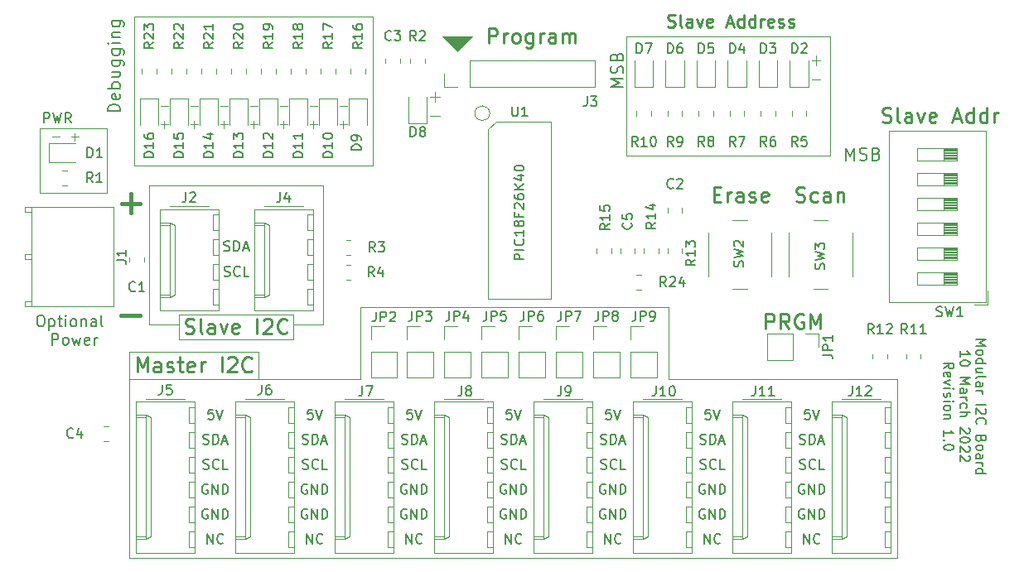
<source format=gbr>
G04 #@! TF.GenerationSoftware,KiCad,Pcbnew,(5.1.9)-1*
G04 #@! TF.CreationDate,2022-03-14T10:23:35-06:00*
G04 #@! TF.ProjectId,SensorBoard,53656e73-6f72-4426-9f61-72642e6b6963,rev?*
G04 #@! TF.SameCoordinates,Original*
G04 #@! TF.FileFunction,Legend,Top*
G04 #@! TF.FilePolarity,Positive*
%FSLAX46Y46*%
G04 Gerber Fmt 4.6, Leading zero omitted, Abs format (unit mm)*
G04 Created by KiCad (PCBNEW (5.1.9)-1) date 2022-03-14 10:23:35*
%MOMM*%
%LPD*%
G01*
G04 APERTURE LIST*
%ADD10C,0.120000*%
%ADD11C,0.152400*%
%ADD12C,0.150000*%
%ADD13C,0.381000*%
%ADD14C,0.177800*%
%ADD15C,0.279400*%
%ADD16C,0.254000*%
%ADD17C,0.203200*%
%ADD18C,0.100000*%
G04 APERTURE END LIST*
D10*
X137922000Y-96774000D02*
G75*
G03*
X137922000Y-96774000I-762000J0D01*
G01*
D11*
X139101285Y-130586238D02*
X139246428Y-130634619D01*
X139488333Y-130634619D01*
X139585095Y-130586238D01*
X139633476Y-130537857D01*
X139681857Y-130441095D01*
X139681857Y-130344333D01*
X139633476Y-130247571D01*
X139585095Y-130199190D01*
X139488333Y-130150809D01*
X139294809Y-130102428D01*
X139198047Y-130054047D01*
X139149666Y-130005666D01*
X139101285Y-129908904D01*
X139101285Y-129812142D01*
X139149666Y-129715380D01*
X139198047Y-129667000D01*
X139294809Y-129618619D01*
X139536714Y-129618619D01*
X139681857Y-129667000D01*
X140117285Y-130634619D02*
X140117285Y-129618619D01*
X140359190Y-129618619D01*
X140504333Y-129667000D01*
X140601095Y-129763761D01*
X140649476Y-129860523D01*
X140697857Y-130054047D01*
X140697857Y-130199190D01*
X140649476Y-130392714D01*
X140601095Y-130489476D01*
X140504333Y-130586238D01*
X140359190Y-130634619D01*
X140117285Y-130634619D01*
X141084904Y-130344333D02*
X141568714Y-130344333D01*
X140988142Y-130634619D02*
X141326809Y-129618619D01*
X141665476Y-130634619D01*
D10*
X106172000Y-118364000D02*
X103124000Y-118364000D01*
X117856000Y-119888000D02*
X117856000Y-118364000D01*
X106172000Y-119888000D02*
X117856000Y-119888000D01*
X106172000Y-117348000D02*
X106172000Y-119888000D01*
X117856000Y-117348000D02*
X106172000Y-117348000D01*
X117856000Y-118364000D02*
X117856000Y-117348000D01*
X120904000Y-118364000D02*
X117856000Y-118364000D01*
X114300000Y-121158000D02*
X114300000Y-123952000D01*
X114046000Y-121158000D02*
X114300000Y-121158000D01*
X101092000Y-121158000D02*
X114046000Y-121158000D01*
X101092000Y-123952000D02*
X101092000Y-121158000D01*
X101092000Y-142240000D02*
X179578000Y-142240000D01*
X179578000Y-123952000D02*
X179578000Y-142240000D01*
X156210000Y-123952000D02*
X179578000Y-123952000D01*
X156210000Y-116586000D02*
X156210000Y-123952000D01*
X124714000Y-116586000D02*
X156210000Y-116586000D01*
X124714000Y-123952000D02*
X124714000Y-116586000D01*
X101092000Y-123952000D02*
X124714000Y-123952000D01*
X101092000Y-142240000D02*
X101092000Y-123952000D01*
D12*
X170624523Y-127087380D02*
X170148333Y-127087380D01*
X170100714Y-127563571D01*
X170148333Y-127515952D01*
X170243571Y-127468333D01*
X170481666Y-127468333D01*
X170576904Y-127515952D01*
X170624523Y-127563571D01*
X170672142Y-127658809D01*
X170672142Y-127896904D01*
X170624523Y-127992142D01*
X170576904Y-128039761D01*
X170481666Y-128087380D01*
X170243571Y-128087380D01*
X170148333Y-128039761D01*
X170100714Y-127992142D01*
X170957857Y-127087380D02*
X171291190Y-128087380D01*
X171624523Y-127087380D01*
X170029285Y-140787380D02*
X170029285Y-139787380D01*
X170600714Y-140787380D01*
X170600714Y-139787380D01*
X171648333Y-140692142D02*
X171600714Y-140739761D01*
X171457857Y-140787380D01*
X171362619Y-140787380D01*
X171219761Y-140739761D01*
X171124523Y-140644523D01*
X171076904Y-140549285D01*
X171029285Y-140358809D01*
X171029285Y-140215952D01*
X171076904Y-140025476D01*
X171124523Y-139930238D01*
X171219761Y-139835000D01*
X171362619Y-139787380D01*
X171457857Y-139787380D01*
X171600714Y-139835000D01*
X171648333Y-139882619D01*
X170053095Y-137295000D02*
X169957857Y-137247380D01*
X169815000Y-137247380D01*
X169672142Y-137295000D01*
X169576904Y-137390238D01*
X169529285Y-137485476D01*
X169481666Y-137675952D01*
X169481666Y-137818809D01*
X169529285Y-138009285D01*
X169576904Y-138104523D01*
X169672142Y-138199761D01*
X169815000Y-138247380D01*
X169910238Y-138247380D01*
X170053095Y-138199761D01*
X170100714Y-138152142D01*
X170100714Y-137818809D01*
X169910238Y-137818809D01*
X170529285Y-138247380D02*
X170529285Y-137247380D01*
X171100714Y-138247380D01*
X171100714Y-137247380D01*
X171576904Y-138247380D02*
X171576904Y-137247380D01*
X171815000Y-137247380D01*
X171957857Y-137295000D01*
X172053095Y-137390238D01*
X172100714Y-137485476D01*
X172148333Y-137675952D01*
X172148333Y-137818809D01*
X172100714Y-138009285D01*
X172053095Y-138104523D01*
X171957857Y-138199761D01*
X171815000Y-138247380D01*
X171576904Y-138247380D01*
X170053095Y-134755000D02*
X169957857Y-134707380D01*
X169815000Y-134707380D01*
X169672142Y-134755000D01*
X169576904Y-134850238D01*
X169529285Y-134945476D01*
X169481666Y-135135952D01*
X169481666Y-135278809D01*
X169529285Y-135469285D01*
X169576904Y-135564523D01*
X169672142Y-135659761D01*
X169815000Y-135707380D01*
X169910238Y-135707380D01*
X170053095Y-135659761D01*
X170100714Y-135612142D01*
X170100714Y-135278809D01*
X169910238Y-135278809D01*
X170529285Y-135707380D02*
X170529285Y-134707380D01*
X171100714Y-135707380D01*
X171100714Y-134707380D01*
X171576904Y-135707380D02*
X171576904Y-134707380D01*
X171815000Y-134707380D01*
X171957857Y-134755000D01*
X172053095Y-134850238D01*
X172100714Y-134945476D01*
X172148333Y-135135952D01*
X172148333Y-135278809D01*
X172100714Y-135469285D01*
X172053095Y-135564523D01*
X171957857Y-135659761D01*
X171815000Y-135707380D01*
X171576904Y-135707380D01*
D11*
X169581285Y-130586238D02*
X169726428Y-130634619D01*
X169968333Y-130634619D01*
X170065095Y-130586238D01*
X170113476Y-130537857D01*
X170161857Y-130441095D01*
X170161857Y-130344333D01*
X170113476Y-130247571D01*
X170065095Y-130199190D01*
X169968333Y-130150809D01*
X169774809Y-130102428D01*
X169678047Y-130054047D01*
X169629666Y-130005666D01*
X169581285Y-129908904D01*
X169581285Y-129812142D01*
X169629666Y-129715380D01*
X169678047Y-129667000D01*
X169774809Y-129618619D01*
X170016714Y-129618619D01*
X170161857Y-129667000D01*
X170597285Y-130634619D02*
X170597285Y-129618619D01*
X170839190Y-129618619D01*
X170984333Y-129667000D01*
X171081095Y-129763761D01*
X171129476Y-129860523D01*
X171177857Y-130054047D01*
X171177857Y-130199190D01*
X171129476Y-130392714D01*
X171081095Y-130489476D01*
X170984333Y-130586238D01*
X170839190Y-130634619D01*
X170597285Y-130634619D01*
X171564904Y-130344333D02*
X172048714Y-130344333D01*
X171468142Y-130634619D02*
X171806809Y-129618619D01*
X172145476Y-130634619D01*
X169605476Y-133126238D02*
X169750619Y-133174619D01*
X169992523Y-133174619D01*
X170089285Y-133126238D01*
X170137666Y-133077857D01*
X170186047Y-132981095D01*
X170186047Y-132884333D01*
X170137666Y-132787571D01*
X170089285Y-132739190D01*
X169992523Y-132690809D01*
X169799000Y-132642428D01*
X169702238Y-132594047D01*
X169653857Y-132545666D01*
X169605476Y-132448904D01*
X169605476Y-132352142D01*
X169653857Y-132255380D01*
X169702238Y-132207000D01*
X169799000Y-132158619D01*
X170040904Y-132158619D01*
X170186047Y-132207000D01*
X171202047Y-133077857D02*
X171153666Y-133126238D01*
X171008523Y-133174619D01*
X170911761Y-133174619D01*
X170766619Y-133126238D01*
X170669857Y-133029476D01*
X170621476Y-132932714D01*
X170573095Y-132739190D01*
X170573095Y-132594047D01*
X170621476Y-132400523D01*
X170669857Y-132303761D01*
X170766619Y-132207000D01*
X170911761Y-132158619D01*
X171008523Y-132158619D01*
X171153666Y-132207000D01*
X171202047Y-132255380D01*
X172121285Y-133174619D02*
X171637476Y-133174619D01*
X171637476Y-132158619D01*
D12*
X160464523Y-127087380D02*
X159988333Y-127087380D01*
X159940714Y-127563571D01*
X159988333Y-127515952D01*
X160083571Y-127468333D01*
X160321666Y-127468333D01*
X160416904Y-127515952D01*
X160464523Y-127563571D01*
X160512142Y-127658809D01*
X160512142Y-127896904D01*
X160464523Y-127992142D01*
X160416904Y-128039761D01*
X160321666Y-128087380D01*
X160083571Y-128087380D01*
X159988333Y-128039761D01*
X159940714Y-127992142D01*
X160797857Y-127087380D02*
X161131190Y-128087380D01*
X161464523Y-127087380D01*
X159869285Y-140787380D02*
X159869285Y-139787380D01*
X160440714Y-140787380D01*
X160440714Y-139787380D01*
X161488333Y-140692142D02*
X161440714Y-140739761D01*
X161297857Y-140787380D01*
X161202619Y-140787380D01*
X161059761Y-140739761D01*
X160964523Y-140644523D01*
X160916904Y-140549285D01*
X160869285Y-140358809D01*
X160869285Y-140215952D01*
X160916904Y-140025476D01*
X160964523Y-139930238D01*
X161059761Y-139835000D01*
X161202619Y-139787380D01*
X161297857Y-139787380D01*
X161440714Y-139835000D01*
X161488333Y-139882619D01*
X159893095Y-137295000D02*
X159797857Y-137247380D01*
X159655000Y-137247380D01*
X159512142Y-137295000D01*
X159416904Y-137390238D01*
X159369285Y-137485476D01*
X159321666Y-137675952D01*
X159321666Y-137818809D01*
X159369285Y-138009285D01*
X159416904Y-138104523D01*
X159512142Y-138199761D01*
X159655000Y-138247380D01*
X159750238Y-138247380D01*
X159893095Y-138199761D01*
X159940714Y-138152142D01*
X159940714Y-137818809D01*
X159750238Y-137818809D01*
X160369285Y-138247380D02*
X160369285Y-137247380D01*
X160940714Y-138247380D01*
X160940714Y-137247380D01*
X161416904Y-138247380D02*
X161416904Y-137247380D01*
X161655000Y-137247380D01*
X161797857Y-137295000D01*
X161893095Y-137390238D01*
X161940714Y-137485476D01*
X161988333Y-137675952D01*
X161988333Y-137818809D01*
X161940714Y-138009285D01*
X161893095Y-138104523D01*
X161797857Y-138199761D01*
X161655000Y-138247380D01*
X161416904Y-138247380D01*
X159893095Y-134755000D02*
X159797857Y-134707380D01*
X159655000Y-134707380D01*
X159512142Y-134755000D01*
X159416904Y-134850238D01*
X159369285Y-134945476D01*
X159321666Y-135135952D01*
X159321666Y-135278809D01*
X159369285Y-135469285D01*
X159416904Y-135564523D01*
X159512142Y-135659761D01*
X159655000Y-135707380D01*
X159750238Y-135707380D01*
X159893095Y-135659761D01*
X159940714Y-135612142D01*
X159940714Y-135278809D01*
X159750238Y-135278809D01*
X160369285Y-135707380D02*
X160369285Y-134707380D01*
X160940714Y-135707380D01*
X160940714Y-134707380D01*
X161416904Y-135707380D02*
X161416904Y-134707380D01*
X161655000Y-134707380D01*
X161797857Y-134755000D01*
X161893095Y-134850238D01*
X161940714Y-134945476D01*
X161988333Y-135135952D01*
X161988333Y-135278809D01*
X161940714Y-135469285D01*
X161893095Y-135564523D01*
X161797857Y-135659761D01*
X161655000Y-135707380D01*
X161416904Y-135707380D01*
D11*
X159421285Y-130586238D02*
X159566428Y-130634619D01*
X159808333Y-130634619D01*
X159905095Y-130586238D01*
X159953476Y-130537857D01*
X160001857Y-130441095D01*
X160001857Y-130344333D01*
X159953476Y-130247571D01*
X159905095Y-130199190D01*
X159808333Y-130150809D01*
X159614809Y-130102428D01*
X159518047Y-130054047D01*
X159469666Y-130005666D01*
X159421285Y-129908904D01*
X159421285Y-129812142D01*
X159469666Y-129715380D01*
X159518047Y-129667000D01*
X159614809Y-129618619D01*
X159856714Y-129618619D01*
X160001857Y-129667000D01*
X160437285Y-130634619D02*
X160437285Y-129618619D01*
X160679190Y-129618619D01*
X160824333Y-129667000D01*
X160921095Y-129763761D01*
X160969476Y-129860523D01*
X161017857Y-130054047D01*
X161017857Y-130199190D01*
X160969476Y-130392714D01*
X160921095Y-130489476D01*
X160824333Y-130586238D01*
X160679190Y-130634619D01*
X160437285Y-130634619D01*
X161404904Y-130344333D02*
X161888714Y-130344333D01*
X161308142Y-130634619D02*
X161646809Y-129618619D01*
X161985476Y-130634619D01*
X159445476Y-133126238D02*
X159590619Y-133174619D01*
X159832523Y-133174619D01*
X159929285Y-133126238D01*
X159977666Y-133077857D01*
X160026047Y-132981095D01*
X160026047Y-132884333D01*
X159977666Y-132787571D01*
X159929285Y-132739190D01*
X159832523Y-132690809D01*
X159639000Y-132642428D01*
X159542238Y-132594047D01*
X159493857Y-132545666D01*
X159445476Y-132448904D01*
X159445476Y-132352142D01*
X159493857Y-132255380D01*
X159542238Y-132207000D01*
X159639000Y-132158619D01*
X159880904Y-132158619D01*
X160026047Y-132207000D01*
X161042047Y-133077857D02*
X160993666Y-133126238D01*
X160848523Y-133174619D01*
X160751761Y-133174619D01*
X160606619Y-133126238D01*
X160509857Y-133029476D01*
X160461476Y-132932714D01*
X160413095Y-132739190D01*
X160413095Y-132594047D01*
X160461476Y-132400523D01*
X160509857Y-132303761D01*
X160606619Y-132207000D01*
X160751761Y-132158619D01*
X160848523Y-132158619D01*
X160993666Y-132207000D01*
X161042047Y-132255380D01*
X161961285Y-133174619D02*
X161477476Y-133174619D01*
X161477476Y-132158619D01*
D12*
X150304523Y-127087380D02*
X149828333Y-127087380D01*
X149780714Y-127563571D01*
X149828333Y-127515952D01*
X149923571Y-127468333D01*
X150161666Y-127468333D01*
X150256904Y-127515952D01*
X150304523Y-127563571D01*
X150352142Y-127658809D01*
X150352142Y-127896904D01*
X150304523Y-127992142D01*
X150256904Y-128039761D01*
X150161666Y-128087380D01*
X149923571Y-128087380D01*
X149828333Y-128039761D01*
X149780714Y-127992142D01*
X150637857Y-127087380D02*
X150971190Y-128087380D01*
X151304523Y-127087380D01*
X149709285Y-140787380D02*
X149709285Y-139787380D01*
X150280714Y-140787380D01*
X150280714Y-139787380D01*
X151328333Y-140692142D02*
X151280714Y-140739761D01*
X151137857Y-140787380D01*
X151042619Y-140787380D01*
X150899761Y-140739761D01*
X150804523Y-140644523D01*
X150756904Y-140549285D01*
X150709285Y-140358809D01*
X150709285Y-140215952D01*
X150756904Y-140025476D01*
X150804523Y-139930238D01*
X150899761Y-139835000D01*
X151042619Y-139787380D01*
X151137857Y-139787380D01*
X151280714Y-139835000D01*
X151328333Y-139882619D01*
X149733095Y-137295000D02*
X149637857Y-137247380D01*
X149495000Y-137247380D01*
X149352142Y-137295000D01*
X149256904Y-137390238D01*
X149209285Y-137485476D01*
X149161666Y-137675952D01*
X149161666Y-137818809D01*
X149209285Y-138009285D01*
X149256904Y-138104523D01*
X149352142Y-138199761D01*
X149495000Y-138247380D01*
X149590238Y-138247380D01*
X149733095Y-138199761D01*
X149780714Y-138152142D01*
X149780714Y-137818809D01*
X149590238Y-137818809D01*
X150209285Y-138247380D02*
X150209285Y-137247380D01*
X150780714Y-138247380D01*
X150780714Y-137247380D01*
X151256904Y-138247380D02*
X151256904Y-137247380D01*
X151495000Y-137247380D01*
X151637857Y-137295000D01*
X151733095Y-137390238D01*
X151780714Y-137485476D01*
X151828333Y-137675952D01*
X151828333Y-137818809D01*
X151780714Y-138009285D01*
X151733095Y-138104523D01*
X151637857Y-138199761D01*
X151495000Y-138247380D01*
X151256904Y-138247380D01*
X149733095Y-134755000D02*
X149637857Y-134707380D01*
X149495000Y-134707380D01*
X149352142Y-134755000D01*
X149256904Y-134850238D01*
X149209285Y-134945476D01*
X149161666Y-135135952D01*
X149161666Y-135278809D01*
X149209285Y-135469285D01*
X149256904Y-135564523D01*
X149352142Y-135659761D01*
X149495000Y-135707380D01*
X149590238Y-135707380D01*
X149733095Y-135659761D01*
X149780714Y-135612142D01*
X149780714Y-135278809D01*
X149590238Y-135278809D01*
X150209285Y-135707380D02*
X150209285Y-134707380D01*
X150780714Y-135707380D01*
X150780714Y-134707380D01*
X151256904Y-135707380D02*
X151256904Y-134707380D01*
X151495000Y-134707380D01*
X151637857Y-134755000D01*
X151733095Y-134850238D01*
X151780714Y-134945476D01*
X151828333Y-135135952D01*
X151828333Y-135278809D01*
X151780714Y-135469285D01*
X151733095Y-135564523D01*
X151637857Y-135659761D01*
X151495000Y-135707380D01*
X151256904Y-135707380D01*
D11*
X149261285Y-130586238D02*
X149406428Y-130634619D01*
X149648333Y-130634619D01*
X149745095Y-130586238D01*
X149793476Y-130537857D01*
X149841857Y-130441095D01*
X149841857Y-130344333D01*
X149793476Y-130247571D01*
X149745095Y-130199190D01*
X149648333Y-130150809D01*
X149454809Y-130102428D01*
X149358047Y-130054047D01*
X149309666Y-130005666D01*
X149261285Y-129908904D01*
X149261285Y-129812142D01*
X149309666Y-129715380D01*
X149358047Y-129667000D01*
X149454809Y-129618619D01*
X149696714Y-129618619D01*
X149841857Y-129667000D01*
X150277285Y-130634619D02*
X150277285Y-129618619D01*
X150519190Y-129618619D01*
X150664333Y-129667000D01*
X150761095Y-129763761D01*
X150809476Y-129860523D01*
X150857857Y-130054047D01*
X150857857Y-130199190D01*
X150809476Y-130392714D01*
X150761095Y-130489476D01*
X150664333Y-130586238D01*
X150519190Y-130634619D01*
X150277285Y-130634619D01*
X151244904Y-130344333D02*
X151728714Y-130344333D01*
X151148142Y-130634619D02*
X151486809Y-129618619D01*
X151825476Y-130634619D01*
X149285476Y-133126238D02*
X149430619Y-133174619D01*
X149672523Y-133174619D01*
X149769285Y-133126238D01*
X149817666Y-133077857D01*
X149866047Y-132981095D01*
X149866047Y-132884333D01*
X149817666Y-132787571D01*
X149769285Y-132739190D01*
X149672523Y-132690809D01*
X149479000Y-132642428D01*
X149382238Y-132594047D01*
X149333857Y-132545666D01*
X149285476Y-132448904D01*
X149285476Y-132352142D01*
X149333857Y-132255380D01*
X149382238Y-132207000D01*
X149479000Y-132158619D01*
X149720904Y-132158619D01*
X149866047Y-132207000D01*
X150882047Y-133077857D02*
X150833666Y-133126238D01*
X150688523Y-133174619D01*
X150591761Y-133174619D01*
X150446619Y-133126238D01*
X150349857Y-133029476D01*
X150301476Y-132932714D01*
X150253095Y-132739190D01*
X150253095Y-132594047D01*
X150301476Y-132400523D01*
X150349857Y-132303761D01*
X150446619Y-132207000D01*
X150591761Y-132158619D01*
X150688523Y-132158619D01*
X150833666Y-132207000D01*
X150882047Y-132255380D01*
X151801285Y-133174619D02*
X151317476Y-133174619D01*
X151317476Y-132158619D01*
D12*
X140144523Y-127087380D02*
X139668333Y-127087380D01*
X139620714Y-127563571D01*
X139668333Y-127515952D01*
X139763571Y-127468333D01*
X140001666Y-127468333D01*
X140096904Y-127515952D01*
X140144523Y-127563571D01*
X140192142Y-127658809D01*
X140192142Y-127896904D01*
X140144523Y-127992142D01*
X140096904Y-128039761D01*
X140001666Y-128087380D01*
X139763571Y-128087380D01*
X139668333Y-128039761D01*
X139620714Y-127992142D01*
X140477857Y-127087380D02*
X140811190Y-128087380D01*
X141144523Y-127087380D01*
X139549285Y-140787380D02*
X139549285Y-139787380D01*
X140120714Y-140787380D01*
X140120714Y-139787380D01*
X141168333Y-140692142D02*
X141120714Y-140739761D01*
X140977857Y-140787380D01*
X140882619Y-140787380D01*
X140739761Y-140739761D01*
X140644523Y-140644523D01*
X140596904Y-140549285D01*
X140549285Y-140358809D01*
X140549285Y-140215952D01*
X140596904Y-140025476D01*
X140644523Y-139930238D01*
X140739761Y-139835000D01*
X140882619Y-139787380D01*
X140977857Y-139787380D01*
X141120714Y-139835000D01*
X141168333Y-139882619D01*
X139573095Y-137295000D02*
X139477857Y-137247380D01*
X139335000Y-137247380D01*
X139192142Y-137295000D01*
X139096904Y-137390238D01*
X139049285Y-137485476D01*
X139001666Y-137675952D01*
X139001666Y-137818809D01*
X139049285Y-138009285D01*
X139096904Y-138104523D01*
X139192142Y-138199761D01*
X139335000Y-138247380D01*
X139430238Y-138247380D01*
X139573095Y-138199761D01*
X139620714Y-138152142D01*
X139620714Y-137818809D01*
X139430238Y-137818809D01*
X140049285Y-138247380D02*
X140049285Y-137247380D01*
X140620714Y-138247380D01*
X140620714Y-137247380D01*
X141096904Y-138247380D02*
X141096904Y-137247380D01*
X141335000Y-137247380D01*
X141477857Y-137295000D01*
X141573095Y-137390238D01*
X141620714Y-137485476D01*
X141668333Y-137675952D01*
X141668333Y-137818809D01*
X141620714Y-138009285D01*
X141573095Y-138104523D01*
X141477857Y-138199761D01*
X141335000Y-138247380D01*
X141096904Y-138247380D01*
X139573095Y-134755000D02*
X139477857Y-134707380D01*
X139335000Y-134707380D01*
X139192142Y-134755000D01*
X139096904Y-134850238D01*
X139049285Y-134945476D01*
X139001666Y-135135952D01*
X139001666Y-135278809D01*
X139049285Y-135469285D01*
X139096904Y-135564523D01*
X139192142Y-135659761D01*
X139335000Y-135707380D01*
X139430238Y-135707380D01*
X139573095Y-135659761D01*
X139620714Y-135612142D01*
X139620714Y-135278809D01*
X139430238Y-135278809D01*
X140049285Y-135707380D02*
X140049285Y-134707380D01*
X140620714Y-135707380D01*
X140620714Y-134707380D01*
X141096904Y-135707380D02*
X141096904Y-134707380D01*
X141335000Y-134707380D01*
X141477857Y-134755000D01*
X141573095Y-134850238D01*
X141620714Y-134945476D01*
X141668333Y-135135952D01*
X141668333Y-135278809D01*
X141620714Y-135469285D01*
X141573095Y-135564523D01*
X141477857Y-135659761D01*
X141335000Y-135707380D01*
X141096904Y-135707380D01*
D11*
X139125476Y-133126238D02*
X139270619Y-133174619D01*
X139512523Y-133174619D01*
X139609285Y-133126238D01*
X139657666Y-133077857D01*
X139706047Y-132981095D01*
X139706047Y-132884333D01*
X139657666Y-132787571D01*
X139609285Y-132739190D01*
X139512523Y-132690809D01*
X139319000Y-132642428D01*
X139222238Y-132594047D01*
X139173857Y-132545666D01*
X139125476Y-132448904D01*
X139125476Y-132352142D01*
X139173857Y-132255380D01*
X139222238Y-132207000D01*
X139319000Y-132158619D01*
X139560904Y-132158619D01*
X139706047Y-132207000D01*
X140722047Y-133077857D02*
X140673666Y-133126238D01*
X140528523Y-133174619D01*
X140431761Y-133174619D01*
X140286619Y-133126238D01*
X140189857Y-133029476D01*
X140141476Y-132932714D01*
X140093095Y-132739190D01*
X140093095Y-132594047D01*
X140141476Y-132400523D01*
X140189857Y-132303761D01*
X140286619Y-132207000D01*
X140431761Y-132158619D01*
X140528523Y-132158619D01*
X140673666Y-132207000D01*
X140722047Y-132255380D01*
X141641285Y-133174619D02*
X141157476Y-133174619D01*
X141157476Y-132158619D01*
D12*
X129984523Y-127087380D02*
X129508333Y-127087380D01*
X129460714Y-127563571D01*
X129508333Y-127515952D01*
X129603571Y-127468333D01*
X129841666Y-127468333D01*
X129936904Y-127515952D01*
X129984523Y-127563571D01*
X130032142Y-127658809D01*
X130032142Y-127896904D01*
X129984523Y-127992142D01*
X129936904Y-128039761D01*
X129841666Y-128087380D01*
X129603571Y-128087380D01*
X129508333Y-128039761D01*
X129460714Y-127992142D01*
X130317857Y-127087380D02*
X130651190Y-128087380D01*
X130984523Y-127087380D01*
X129389285Y-140787380D02*
X129389285Y-139787380D01*
X129960714Y-140787380D01*
X129960714Y-139787380D01*
X131008333Y-140692142D02*
X130960714Y-140739761D01*
X130817857Y-140787380D01*
X130722619Y-140787380D01*
X130579761Y-140739761D01*
X130484523Y-140644523D01*
X130436904Y-140549285D01*
X130389285Y-140358809D01*
X130389285Y-140215952D01*
X130436904Y-140025476D01*
X130484523Y-139930238D01*
X130579761Y-139835000D01*
X130722619Y-139787380D01*
X130817857Y-139787380D01*
X130960714Y-139835000D01*
X131008333Y-139882619D01*
X129413095Y-137295000D02*
X129317857Y-137247380D01*
X129175000Y-137247380D01*
X129032142Y-137295000D01*
X128936904Y-137390238D01*
X128889285Y-137485476D01*
X128841666Y-137675952D01*
X128841666Y-137818809D01*
X128889285Y-138009285D01*
X128936904Y-138104523D01*
X129032142Y-138199761D01*
X129175000Y-138247380D01*
X129270238Y-138247380D01*
X129413095Y-138199761D01*
X129460714Y-138152142D01*
X129460714Y-137818809D01*
X129270238Y-137818809D01*
X129889285Y-138247380D02*
X129889285Y-137247380D01*
X130460714Y-138247380D01*
X130460714Y-137247380D01*
X130936904Y-138247380D02*
X130936904Y-137247380D01*
X131175000Y-137247380D01*
X131317857Y-137295000D01*
X131413095Y-137390238D01*
X131460714Y-137485476D01*
X131508333Y-137675952D01*
X131508333Y-137818809D01*
X131460714Y-138009285D01*
X131413095Y-138104523D01*
X131317857Y-138199761D01*
X131175000Y-138247380D01*
X130936904Y-138247380D01*
X129413095Y-134755000D02*
X129317857Y-134707380D01*
X129175000Y-134707380D01*
X129032142Y-134755000D01*
X128936904Y-134850238D01*
X128889285Y-134945476D01*
X128841666Y-135135952D01*
X128841666Y-135278809D01*
X128889285Y-135469285D01*
X128936904Y-135564523D01*
X129032142Y-135659761D01*
X129175000Y-135707380D01*
X129270238Y-135707380D01*
X129413095Y-135659761D01*
X129460714Y-135612142D01*
X129460714Y-135278809D01*
X129270238Y-135278809D01*
X129889285Y-135707380D02*
X129889285Y-134707380D01*
X130460714Y-135707380D01*
X130460714Y-134707380D01*
X130936904Y-135707380D02*
X130936904Y-134707380D01*
X131175000Y-134707380D01*
X131317857Y-134755000D01*
X131413095Y-134850238D01*
X131460714Y-134945476D01*
X131508333Y-135135952D01*
X131508333Y-135278809D01*
X131460714Y-135469285D01*
X131413095Y-135564523D01*
X131317857Y-135659761D01*
X131175000Y-135707380D01*
X130936904Y-135707380D01*
D11*
X128941285Y-130586238D02*
X129086428Y-130634619D01*
X129328333Y-130634619D01*
X129425095Y-130586238D01*
X129473476Y-130537857D01*
X129521857Y-130441095D01*
X129521857Y-130344333D01*
X129473476Y-130247571D01*
X129425095Y-130199190D01*
X129328333Y-130150809D01*
X129134809Y-130102428D01*
X129038047Y-130054047D01*
X128989666Y-130005666D01*
X128941285Y-129908904D01*
X128941285Y-129812142D01*
X128989666Y-129715380D01*
X129038047Y-129667000D01*
X129134809Y-129618619D01*
X129376714Y-129618619D01*
X129521857Y-129667000D01*
X129957285Y-130634619D02*
X129957285Y-129618619D01*
X130199190Y-129618619D01*
X130344333Y-129667000D01*
X130441095Y-129763761D01*
X130489476Y-129860523D01*
X130537857Y-130054047D01*
X130537857Y-130199190D01*
X130489476Y-130392714D01*
X130441095Y-130489476D01*
X130344333Y-130586238D01*
X130199190Y-130634619D01*
X129957285Y-130634619D01*
X130924904Y-130344333D02*
X131408714Y-130344333D01*
X130828142Y-130634619D02*
X131166809Y-129618619D01*
X131505476Y-130634619D01*
X128965476Y-133126238D02*
X129110619Y-133174619D01*
X129352523Y-133174619D01*
X129449285Y-133126238D01*
X129497666Y-133077857D01*
X129546047Y-132981095D01*
X129546047Y-132884333D01*
X129497666Y-132787571D01*
X129449285Y-132739190D01*
X129352523Y-132690809D01*
X129159000Y-132642428D01*
X129062238Y-132594047D01*
X129013857Y-132545666D01*
X128965476Y-132448904D01*
X128965476Y-132352142D01*
X129013857Y-132255380D01*
X129062238Y-132207000D01*
X129159000Y-132158619D01*
X129400904Y-132158619D01*
X129546047Y-132207000D01*
X130562047Y-133077857D02*
X130513666Y-133126238D01*
X130368523Y-133174619D01*
X130271761Y-133174619D01*
X130126619Y-133126238D01*
X130029857Y-133029476D01*
X129981476Y-132932714D01*
X129933095Y-132739190D01*
X129933095Y-132594047D01*
X129981476Y-132400523D01*
X130029857Y-132303761D01*
X130126619Y-132207000D01*
X130271761Y-132158619D01*
X130368523Y-132158619D01*
X130513666Y-132207000D01*
X130562047Y-132255380D01*
X131481285Y-133174619D02*
X130997476Y-133174619D01*
X130997476Y-132158619D01*
D12*
X119824523Y-127087380D02*
X119348333Y-127087380D01*
X119300714Y-127563571D01*
X119348333Y-127515952D01*
X119443571Y-127468333D01*
X119681666Y-127468333D01*
X119776904Y-127515952D01*
X119824523Y-127563571D01*
X119872142Y-127658809D01*
X119872142Y-127896904D01*
X119824523Y-127992142D01*
X119776904Y-128039761D01*
X119681666Y-128087380D01*
X119443571Y-128087380D01*
X119348333Y-128039761D01*
X119300714Y-127992142D01*
X120157857Y-127087380D02*
X120491190Y-128087380D01*
X120824523Y-127087380D01*
X119229285Y-140787380D02*
X119229285Y-139787380D01*
X119800714Y-140787380D01*
X119800714Y-139787380D01*
X120848333Y-140692142D02*
X120800714Y-140739761D01*
X120657857Y-140787380D01*
X120562619Y-140787380D01*
X120419761Y-140739761D01*
X120324523Y-140644523D01*
X120276904Y-140549285D01*
X120229285Y-140358809D01*
X120229285Y-140215952D01*
X120276904Y-140025476D01*
X120324523Y-139930238D01*
X120419761Y-139835000D01*
X120562619Y-139787380D01*
X120657857Y-139787380D01*
X120800714Y-139835000D01*
X120848333Y-139882619D01*
X119253095Y-137295000D02*
X119157857Y-137247380D01*
X119015000Y-137247380D01*
X118872142Y-137295000D01*
X118776904Y-137390238D01*
X118729285Y-137485476D01*
X118681666Y-137675952D01*
X118681666Y-137818809D01*
X118729285Y-138009285D01*
X118776904Y-138104523D01*
X118872142Y-138199761D01*
X119015000Y-138247380D01*
X119110238Y-138247380D01*
X119253095Y-138199761D01*
X119300714Y-138152142D01*
X119300714Y-137818809D01*
X119110238Y-137818809D01*
X119729285Y-138247380D02*
X119729285Y-137247380D01*
X120300714Y-138247380D01*
X120300714Y-137247380D01*
X120776904Y-138247380D02*
X120776904Y-137247380D01*
X121015000Y-137247380D01*
X121157857Y-137295000D01*
X121253095Y-137390238D01*
X121300714Y-137485476D01*
X121348333Y-137675952D01*
X121348333Y-137818809D01*
X121300714Y-138009285D01*
X121253095Y-138104523D01*
X121157857Y-138199761D01*
X121015000Y-138247380D01*
X120776904Y-138247380D01*
X119253095Y-134755000D02*
X119157857Y-134707380D01*
X119015000Y-134707380D01*
X118872142Y-134755000D01*
X118776904Y-134850238D01*
X118729285Y-134945476D01*
X118681666Y-135135952D01*
X118681666Y-135278809D01*
X118729285Y-135469285D01*
X118776904Y-135564523D01*
X118872142Y-135659761D01*
X119015000Y-135707380D01*
X119110238Y-135707380D01*
X119253095Y-135659761D01*
X119300714Y-135612142D01*
X119300714Y-135278809D01*
X119110238Y-135278809D01*
X119729285Y-135707380D02*
X119729285Y-134707380D01*
X120300714Y-135707380D01*
X120300714Y-134707380D01*
X120776904Y-135707380D02*
X120776904Y-134707380D01*
X121015000Y-134707380D01*
X121157857Y-134755000D01*
X121253095Y-134850238D01*
X121300714Y-134945476D01*
X121348333Y-135135952D01*
X121348333Y-135278809D01*
X121300714Y-135469285D01*
X121253095Y-135564523D01*
X121157857Y-135659761D01*
X121015000Y-135707380D01*
X120776904Y-135707380D01*
D11*
X118781285Y-130586238D02*
X118926428Y-130634619D01*
X119168333Y-130634619D01*
X119265095Y-130586238D01*
X119313476Y-130537857D01*
X119361857Y-130441095D01*
X119361857Y-130344333D01*
X119313476Y-130247571D01*
X119265095Y-130199190D01*
X119168333Y-130150809D01*
X118974809Y-130102428D01*
X118878047Y-130054047D01*
X118829666Y-130005666D01*
X118781285Y-129908904D01*
X118781285Y-129812142D01*
X118829666Y-129715380D01*
X118878047Y-129667000D01*
X118974809Y-129618619D01*
X119216714Y-129618619D01*
X119361857Y-129667000D01*
X119797285Y-130634619D02*
X119797285Y-129618619D01*
X120039190Y-129618619D01*
X120184333Y-129667000D01*
X120281095Y-129763761D01*
X120329476Y-129860523D01*
X120377857Y-130054047D01*
X120377857Y-130199190D01*
X120329476Y-130392714D01*
X120281095Y-130489476D01*
X120184333Y-130586238D01*
X120039190Y-130634619D01*
X119797285Y-130634619D01*
X120764904Y-130344333D02*
X121248714Y-130344333D01*
X120668142Y-130634619D02*
X121006809Y-129618619D01*
X121345476Y-130634619D01*
X118805476Y-133126238D02*
X118950619Y-133174619D01*
X119192523Y-133174619D01*
X119289285Y-133126238D01*
X119337666Y-133077857D01*
X119386047Y-132981095D01*
X119386047Y-132884333D01*
X119337666Y-132787571D01*
X119289285Y-132739190D01*
X119192523Y-132690809D01*
X118999000Y-132642428D01*
X118902238Y-132594047D01*
X118853857Y-132545666D01*
X118805476Y-132448904D01*
X118805476Y-132352142D01*
X118853857Y-132255380D01*
X118902238Y-132207000D01*
X118999000Y-132158619D01*
X119240904Y-132158619D01*
X119386047Y-132207000D01*
X120402047Y-133077857D02*
X120353666Y-133126238D01*
X120208523Y-133174619D01*
X120111761Y-133174619D01*
X119966619Y-133126238D01*
X119869857Y-133029476D01*
X119821476Y-132932714D01*
X119773095Y-132739190D01*
X119773095Y-132594047D01*
X119821476Y-132400523D01*
X119869857Y-132303761D01*
X119966619Y-132207000D01*
X120111761Y-132158619D01*
X120208523Y-132158619D01*
X120353666Y-132207000D01*
X120402047Y-132255380D01*
X121321285Y-133174619D02*
X120837476Y-133174619D01*
X120837476Y-132158619D01*
D12*
X109069285Y-140787380D02*
X109069285Y-139787380D01*
X109640714Y-140787380D01*
X109640714Y-139787380D01*
X110688333Y-140692142D02*
X110640714Y-140739761D01*
X110497857Y-140787380D01*
X110402619Y-140787380D01*
X110259761Y-140739761D01*
X110164523Y-140644523D01*
X110116904Y-140549285D01*
X110069285Y-140358809D01*
X110069285Y-140215952D01*
X110116904Y-140025476D01*
X110164523Y-139930238D01*
X110259761Y-139835000D01*
X110402619Y-139787380D01*
X110497857Y-139787380D01*
X110640714Y-139835000D01*
X110688333Y-139882619D01*
X109093095Y-137295000D02*
X108997857Y-137247380D01*
X108855000Y-137247380D01*
X108712142Y-137295000D01*
X108616904Y-137390238D01*
X108569285Y-137485476D01*
X108521666Y-137675952D01*
X108521666Y-137818809D01*
X108569285Y-138009285D01*
X108616904Y-138104523D01*
X108712142Y-138199761D01*
X108855000Y-138247380D01*
X108950238Y-138247380D01*
X109093095Y-138199761D01*
X109140714Y-138152142D01*
X109140714Y-137818809D01*
X108950238Y-137818809D01*
X109569285Y-138247380D02*
X109569285Y-137247380D01*
X110140714Y-138247380D01*
X110140714Y-137247380D01*
X110616904Y-138247380D02*
X110616904Y-137247380D01*
X110855000Y-137247380D01*
X110997857Y-137295000D01*
X111093095Y-137390238D01*
X111140714Y-137485476D01*
X111188333Y-137675952D01*
X111188333Y-137818809D01*
X111140714Y-138009285D01*
X111093095Y-138104523D01*
X110997857Y-138199761D01*
X110855000Y-138247380D01*
X110616904Y-138247380D01*
X109093095Y-134755000D02*
X108997857Y-134707380D01*
X108855000Y-134707380D01*
X108712142Y-134755000D01*
X108616904Y-134850238D01*
X108569285Y-134945476D01*
X108521666Y-135135952D01*
X108521666Y-135278809D01*
X108569285Y-135469285D01*
X108616904Y-135564523D01*
X108712142Y-135659761D01*
X108855000Y-135707380D01*
X108950238Y-135707380D01*
X109093095Y-135659761D01*
X109140714Y-135612142D01*
X109140714Y-135278809D01*
X108950238Y-135278809D01*
X109569285Y-135707380D02*
X109569285Y-134707380D01*
X110140714Y-135707380D01*
X110140714Y-134707380D01*
X110616904Y-135707380D02*
X110616904Y-134707380D01*
X110855000Y-134707380D01*
X110997857Y-134755000D01*
X111093095Y-134850238D01*
X111140714Y-134945476D01*
X111188333Y-135135952D01*
X111188333Y-135278809D01*
X111140714Y-135469285D01*
X111093095Y-135564523D01*
X110997857Y-135659761D01*
X110855000Y-135707380D01*
X110616904Y-135707380D01*
X109664523Y-127087380D02*
X109188333Y-127087380D01*
X109140714Y-127563571D01*
X109188333Y-127515952D01*
X109283571Y-127468333D01*
X109521666Y-127468333D01*
X109616904Y-127515952D01*
X109664523Y-127563571D01*
X109712142Y-127658809D01*
X109712142Y-127896904D01*
X109664523Y-127992142D01*
X109616904Y-128039761D01*
X109521666Y-128087380D01*
X109283571Y-128087380D01*
X109188333Y-128039761D01*
X109140714Y-127992142D01*
X109997857Y-127087380D02*
X110331190Y-128087380D01*
X110664523Y-127087380D01*
X187633619Y-119888857D02*
X188633619Y-119888857D01*
X187919333Y-120222190D01*
X188633619Y-120555523D01*
X187633619Y-120555523D01*
X187633619Y-121174571D02*
X187681238Y-121079333D01*
X187728857Y-121031714D01*
X187824095Y-120984095D01*
X188109809Y-120984095D01*
X188205047Y-121031714D01*
X188252666Y-121079333D01*
X188300285Y-121174571D01*
X188300285Y-121317428D01*
X188252666Y-121412666D01*
X188205047Y-121460285D01*
X188109809Y-121507904D01*
X187824095Y-121507904D01*
X187728857Y-121460285D01*
X187681238Y-121412666D01*
X187633619Y-121317428D01*
X187633619Y-121174571D01*
X187633619Y-122365047D02*
X188633619Y-122365047D01*
X187681238Y-122365047D02*
X187633619Y-122269809D01*
X187633619Y-122079333D01*
X187681238Y-121984095D01*
X187728857Y-121936476D01*
X187824095Y-121888857D01*
X188109809Y-121888857D01*
X188205047Y-121936476D01*
X188252666Y-121984095D01*
X188300285Y-122079333D01*
X188300285Y-122269809D01*
X188252666Y-122365047D01*
X188300285Y-123269809D02*
X187633619Y-123269809D01*
X188300285Y-122841238D02*
X187776476Y-122841238D01*
X187681238Y-122888857D01*
X187633619Y-122984095D01*
X187633619Y-123126952D01*
X187681238Y-123222190D01*
X187728857Y-123269809D01*
X187633619Y-123888857D02*
X187681238Y-123793619D01*
X187776476Y-123746000D01*
X188633619Y-123746000D01*
X187633619Y-124698380D02*
X188157428Y-124698380D01*
X188252666Y-124650761D01*
X188300285Y-124555523D01*
X188300285Y-124365047D01*
X188252666Y-124269809D01*
X187681238Y-124698380D02*
X187633619Y-124603142D01*
X187633619Y-124365047D01*
X187681238Y-124269809D01*
X187776476Y-124222190D01*
X187871714Y-124222190D01*
X187966952Y-124269809D01*
X188014571Y-124365047D01*
X188014571Y-124603142D01*
X188062190Y-124698380D01*
X187633619Y-125174571D02*
X188300285Y-125174571D01*
X188109809Y-125174571D02*
X188205047Y-125222190D01*
X188252666Y-125269809D01*
X188300285Y-125365047D01*
X188300285Y-125460285D01*
X187633619Y-126555523D02*
X188633619Y-126555523D01*
X188538380Y-126984095D02*
X188586000Y-127031714D01*
X188633619Y-127126952D01*
X188633619Y-127365047D01*
X188586000Y-127460285D01*
X188538380Y-127507904D01*
X188443142Y-127555523D01*
X188347904Y-127555523D01*
X188205047Y-127507904D01*
X187633619Y-126936476D01*
X187633619Y-127555523D01*
X187728857Y-128555523D02*
X187681238Y-128507904D01*
X187633619Y-128365047D01*
X187633619Y-128269809D01*
X187681238Y-128126952D01*
X187776476Y-128031714D01*
X187871714Y-127984095D01*
X188062190Y-127936476D01*
X188205047Y-127936476D01*
X188395523Y-127984095D01*
X188490761Y-128031714D01*
X188586000Y-128126952D01*
X188633619Y-128269809D01*
X188633619Y-128365047D01*
X188586000Y-128507904D01*
X188538380Y-128555523D01*
X188157428Y-130079333D02*
X188109809Y-130222190D01*
X188062190Y-130269809D01*
X187966952Y-130317428D01*
X187824095Y-130317428D01*
X187728857Y-130269809D01*
X187681238Y-130222190D01*
X187633619Y-130126952D01*
X187633619Y-129746000D01*
X188633619Y-129746000D01*
X188633619Y-130079333D01*
X188586000Y-130174571D01*
X188538380Y-130222190D01*
X188443142Y-130269809D01*
X188347904Y-130269809D01*
X188252666Y-130222190D01*
X188205047Y-130174571D01*
X188157428Y-130079333D01*
X188157428Y-129746000D01*
X187633619Y-130888857D02*
X187681238Y-130793619D01*
X187728857Y-130746000D01*
X187824095Y-130698380D01*
X188109809Y-130698380D01*
X188205047Y-130746000D01*
X188252666Y-130793619D01*
X188300285Y-130888857D01*
X188300285Y-131031714D01*
X188252666Y-131126952D01*
X188205047Y-131174571D01*
X188109809Y-131222190D01*
X187824095Y-131222190D01*
X187728857Y-131174571D01*
X187681238Y-131126952D01*
X187633619Y-131031714D01*
X187633619Y-130888857D01*
X187633619Y-132079333D02*
X188157428Y-132079333D01*
X188252666Y-132031714D01*
X188300285Y-131936476D01*
X188300285Y-131746000D01*
X188252666Y-131650761D01*
X187681238Y-132079333D02*
X187633619Y-131984095D01*
X187633619Y-131746000D01*
X187681238Y-131650761D01*
X187776476Y-131603142D01*
X187871714Y-131603142D01*
X187966952Y-131650761D01*
X188014571Y-131746000D01*
X188014571Y-131984095D01*
X188062190Y-132079333D01*
X187633619Y-132555523D02*
X188300285Y-132555523D01*
X188109809Y-132555523D02*
X188205047Y-132603142D01*
X188252666Y-132650761D01*
X188300285Y-132746000D01*
X188300285Y-132841238D01*
X187633619Y-133603142D02*
X188633619Y-133603142D01*
X187681238Y-133603142D02*
X187633619Y-133507904D01*
X187633619Y-133317428D01*
X187681238Y-133222190D01*
X187728857Y-133174571D01*
X187824095Y-133126952D01*
X188109809Y-133126952D01*
X188205047Y-133174571D01*
X188252666Y-133222190D01*
X188300285Y-133317428D01*
X188300285Y-133507904D01*
X188252666Y-133603142D01*
X185983619Y-121674571D02*
X185983619Y-121103142D01*
X185983619Y-121388857D02*
X186983619Y-121388857D01*
X186840761Y-121293619D01*
X186745523Y-121198380D01*
X186697904Y-121103142D01*
X186983619Y-122293619D02*
X186983619Y-122388857D01*
X186936000Y-122484095D01*
X186888380Y-122531714D01*
X186793142Y-122579333D01*
X186602666Y-122626952D01*
X186364571Y-122626952D01*
X186174095Y-122579333D01*
X186078857Y-122531714D01*
X186031238Y-122484095D01*
X185983619Y-122388857D01*
X185983619Y-122293619D01*
X186031238Y-122198380D01*
X186078857Y-122150761D01*
X186174095Y-122103142D01*
X186364571Y-122055523D01*
X186602666Y-122055523D01*
X186793142Y-122103142D01*
X186888380Y-122150761D01*
X186936000Y-122198380D01*
X186983619Y-122293619D01*
X185983619Y-123817428D02*
X186983619Y-123817428D01*
X186269333Y-124150761D01*
X186983619Y-124484095D01*
X185983619Y-124484095D01*
X185983619Y-125388857D02*
X186507428Y-125388857D01*
X186602666Y-125341238D01*
X186650285Y-125246000D01*
X186650285Y-125055523D01*
X186602666Y-124960285D01*
X186031238Y-125388857D02*
X185983619Y-125293619D01*
X185983619Y-125055523D01*
X186031238Y-124960285D01*
X186126476Y-124912666D01*
X186221714Y-124912666D01*
X186316952Y-124960285D01*
X186364571Y-125055523D01*
X186364571Y-125293619D01*
X186412190Y-125388857D01*
X185983619Y-125865047D02*
X186650285Y-125865047D01*
X186459809Y-125865047D02*
X186555047Y-125912666D01*
X186602666Y-125960285D01*
X186650285Y-126055523D01*
X186650285Y-126150761D01*
X186031238Y-126912666D02*
X185983619Y-126817428D01*
X185983619Y-126626952D01*
X186031238Y-126531714D01*
X186078857Y-126484095D01*
X186174095Y-126436476D01*
X186459809Y-126436476D01*
X186555047Y-126484095D01*
X186602666Y-126531714D01*
X186650285Y-126626952D01*
X186650285Y-126817428D01*
X186602666Y-126912666D01*
X185983619Y-127341238D02*
X186983619Y-127341238D01*
X185983619Y-127769809D02*
X186507428Y-127769809D01*
X186602666Y-127722190D01*
X186650285Y-127626952D01*
X186650285Y-127484095D01*
X186602666Y-127388857D01*
X186555047Y-127341238D01*
X186888380Y-128960285D02*
X186936000Y-129007904D01*
X186983619Y-129103142D01*
X186983619Y-129341238D01*
X186936000Y-129436476D01*
X186888380Y-129484095D01*
X186793142Y-129531714D01*
X186697904Y-129531714D01*
X186555047Y-129484095D01*
X185983619Y-128912666D01*
X185983619Y-129531714D01*
X186983619Y-130150761D02*
X186983619Y-130246000D01*
X186936000Y-130341238D01*
X186888380Y-130388857D01*
X186793142Y-130436476D01*
X186602666Y-130484095D01*
X186364571Y-130484095D01*
X186174095Y-130436476D01*
X186078857Y-130388857D01*
X186031238Y-130341238D01*
X185983619Y-130246000D01*
X185983619Y-130150761D01*
X186031238Y-130055523D01*
X186078857Y-130007904D01*
X186174095Y-129960285D01*
X186364571Y-129912666D01*
X186602666Y-129912666D01*
X186793142Y-129960285D01*
X186888380Y-130007904D01*
X186936000Y-130055523D01*
X186983619Y-130150761D01*
X186888380Y-130865047D02*
X186936000Y-130912666D01*
X186983619Y-131007904D01*
X186983619Y-131246000D01*
X186936000Y-131341238D01*
X186888380Y-131388857D01*
X186793142Y-131436476D01*
X186697904Y-131436476D01*
X186555047Y-131388857D01*
X185983619Y-130817428D01*
X185983619Y-131436476D01*
X186888380Y-131817428D02*
X186936000Y-131865047D01*
X186983619Y-131960285D01*
X186983619Y-132198380D01*
X186936000Y-132293619D01*
X186888380Y-132341238D01*
X186793142Y-132388857D01*
X186697904Y-132388857D01*
X186555047Y-132341238D01*
X185983619Y-131769809D01*
X185983619Y-132388857D01*
X184333619Y-122888857D02*
X184809809Y-122555523D01*
X184333619Y-122317428D02*
X185333619Y-122317428D01*
X185333619Y-122698380D01*
X185286000Y-122793619D01*
X185238380Y-122841238D01*
X185143142Y-122888857D01*
X185000285Y-122888857D01*
X184905047Y-122841238D01*
X184857428Y-122793619D01*
X184809809Y-122698380D01*
X184809809Y-122317428D01*
X184381238Y-123698380D02*
X184333619Y-123603142D01*
X184333619Y-123412666D01*
X184381238Y-123317428D01*
X184476476Y-123269809D01*
X184857428Y-123269809D01*
X184952666Y-123317428D01*
X185000285Y-123412666D01*
X185000285Y-123603142D01*
X184952666Y-123698380D01*
X184857428Y-123746000D01*
X184762190Y-123746000D01*
X184666952Y-123269809D01*
X185000285Y-124079333D02*
X184333619Y-124317428D01*
X185000285Y-124555523D01*
X184333619Y-124936476D02*
X185000285Y-124936476D01*
X185333619Y-124936476D02*
X185286000Y-124888857D01*
X185238380Y-124936476D01*
X185286000Y-124984095D01*
X185333619Y-124936476D01*
X185238380Y-124936476D01*
X184381238Y-125365047D02*
X184333619Y-125460285D01*
X184333619Y-125650761D01*
X184381238Y-125746000D01*
X184476476Y-125793619D01*
X184524095Y-125793619D01*
X184619333Y-125746000D01*
X184666952Y-125650761D01*
X184666952Y-125507904D01*
X184714571Y-125412666D01*
X184809809Y-125365047D01*
X184857428Y-125365047D01*
X184952666Y-125412666D01*
X185000285Y-125507904D01*
X185000285Y-125650761D01*
X184952666Y-125746000D01*
X184333619Y-126222190D02*
X185000285Y-126222190D01*
X185333619Y-126222190D02*
X185286000Y-126174571D01*
X185238380Y-126222190D01*
X185286000Y-126269809D01*
X185333619Y-126222190D01*
X185238380Y-126222190D01*
X184333619Y-126841238D02*
X184381238Y-126746000D01*
X184428857Y-126698380D01*
X184524095Y-126650761D01*
X184809809Y-126650761D01*
X184905047Y-126698380D01*
X184952666Y-126746000D01*
X185000285Y-126841238D01*
X185000285Y-126984095D01*
X184952666Y-127079333D01*
X184905047Y-127126952D01*
X184809809Y-127174571D01*
X184524095Y-127174571D01*
X184428857Y-127126952D01*
X184381238Y-127079333D01*
X184333619Y-126984095D01*
X184333619Y-126841238D01*
X185000285Y-127603142D02*
X184333619Y-127603142D01*
X184905047Y-127603142D02*
X184952666Y-127650761D01*
X185000285Y-127746000D01*
X185000285Y-127888857D01*
X184952666Y-127984095D01*
X184857428Y-128031714D01*
X184333619Y-128031714D01*
X184333619Y-129793619D02*
X184333619Y-129222190D01*
X184333619Y-129507904D02*
X185333619Y-129507904D01*
X185190761Y-129412666D01*
X185095523Y-129317428D01*
X185047904Y-129222190D01*
X184428857Y-130222190D02*
X184381238Y-130269809D01*
X184333619Y-130222190D01*
X184381238Y-130174571D01*
X184428857Y-130222190D01*
X184333619Y-130222190D01*
X185333619Y-130888857D02*
X185333619Y-130984095D01*
X185286000Y-131079333D01*
X185238380Y-131126952D01*
X185143142Y-131174571D01*
X184952666Y-131222190D01*
X184714571Y-131222190D01*
X184524095Y-131174571D01*
X184428857Y-131126952D01*
X184381238Y-131079333D01*
X184333619Y-130984095D01*
X184333619Y-130888857D01*
X184381238Y-130793619D01*
X184428857Y-130746000D01*
X184524095Y-130698380D01*
X184714571Y-130650761D01*
X184952666Y-130650761D01*
X185143142Y-130698380D01*
X185238380Y-130746000D01*
X185286000Y-130793619D01*
X185333619Y-130888857D01*
D13*
X100251380Y-117453228D02*
X102186619Y-117453228D01*
X100276780Y-105997828D02*
X102212019Y-105997828D01*
X101244400Y-106965447D02*
X101244400Y-105030209D01*
D11*
X108621285Y-130586238D02*
X108766428Y-130634619D01*
X109008333Y-130634619D01*
X109105095Y-130586238D01*
X109153476Y-130537857D01*
X109201857Y-130441095D01*
X109201857Y-130344333D01*
X109153476Y-130247571D01*
X109105095Y-130199190D01*
X109008333Y-130150809D01*
X108814809Y-130102428D01*
X108718047Y-130054047D01*
X108669666Y-130005666D01*
X108621285Y-129908904D01*
X108621285Y-129812142D01*
X108669666Y-129715380D01*
X108718047Y-129667000D01*
X108814809Y-129618619D01*
X109056714Y-129618619D01*
X109201857Y-129667000D01*
X109637285Y-130634619D02*
X109637285Y-129618619D01*
X109879190Y-129618619D01*
X110024333Y-129667000D01*
X110121095Y-129763761D01*
X110169476Y-129860523D01*
X110217857Y-130054047D01*
X110217857Y-130199190D01*
X110169476Y-130392714D01*
X110121095Y-130489476D01*
X110024333Y-130586238D01*
X109879190Y-130634619D01*
X109637285Y-130634619D01*
X110604904Y-130344333D02*
X111088714Y-130344333D01*
X110508142Y-130634619D02*
X110846809Y-129618619D01*
X111185476Y-130634619D01*
X108645476Y-133126238D02*
X108790619Y-133174619D01*
X109032523Y-133174619D01*
X109129285Y-133126238D01*
X109177666Y-133077857D01*
X109226047Y-132981095D01*
X109226047Y-132884333D01*
X109177666Y-132787571D01*
X109129285Y-132739190D01*
X109032523Y-132690809D01*
X108839000Y-132642428D01*
X108742238Y-132594047D01*
X108693857Y-132545666D01*
X108645476Y-132448904D01*
X108645476Y-132352142D01*
X108693857Y-132255380D01*
X108742238Y-132207000D01*
X108839000Y-132158619D01*
X109080904Y-132158619D01*
X109226047Y-132207000D01*
X110242047Y-133077857D02*
X110193666Y-133126238D01*
X110048523Y-133174619D01*
X109951761Y-133174619D01*
X109806619Y-133126238D01*
X109709857Y-133029476D01*
X109661476Y-132932714D01*
X109613095Y-132739190D01*
X109613095Y-132594047D01*
X109661476Y-132400523D01*
X109709857Y-132303761D01*
X109806619Y-132207000D01*
X109951761Y-132158619D01*
X110048523Y-132158619D01*
X110193666Y-132207000D01*
X110242047Y-132255380D01*
X111161285Y-133174619D02*
X110677476Y-133174619D01*
X110677476Y-132158619D01*
X110790476Y-113411238D02*
X110935619Y-113459619D01*
X111177523Y-113459619D01*
X111274285Y-113411238D01*
X111322666Y-113362857D01*
X111371047Y-113266095D01*
X111371047Y-113169333D01*
X111322666Y-113072571D01*
X111274285Y-113024190D01*
X111177523Y-112975809D01*
X110984000Y-112927428D01*
X110887238Y-112879047D01*
X110838857Y-112830666D01*
X110790476Y-112733904D01*
X110790476Y-112637142D01*
X110838857Y-112540380D01*
X110887238Y-112492000D01*
X110984000Y-112443619D01*
X111225904Y-112443619D01*
X111371047Y-112492000D01*
X112387047Y-113362857D02*
X112338666Y-113411238D01*
X112193523Y-113459619D01*
X112096761Y-113459619D01*
X111951619Y-113411238D01*
X111854857Y-113314476D01*
X111806476Y-113217714D01*
X111758095Y-113024190D01*
X111758095Y-112879047D01*
X111806476Y-112685523D01*
X111854857Y-112588761D01*
X111951619Y-112492000D01*
X112096761Y-112443619D01*
X112193523Y-112443619D01*
X112338666Y-112492000D01*
X112387047Y-112540380D01*
X113306285Y-113459619D02*
X112822476Y-113459619D01*
X112822476Y-112443619D01*
X110766285Y-110811238D02*
X110911428Y-110859619D01*
X111153333Y-110859619D01*
X111250095Y-110811238D01*
X111298476Y-110762857D01*
X111346857Y-110666095D01*
X111346857Y-110569333D01*
X111298476Y-110472571D01*
X111250095Y-110424190D01*
X111153333Y-110375809D01*
X110959809Y-110327428D01*
X110863047Y-110279047D01*
X110814666Y-110230666D01*
X110766285Y-110133904D01*
X110766285Y-110037142D01*
X110814666Y-109940380D01*
X110863047Y-109892000D01*
X110959809Y-109843619D01*
X111201714Y-109843619D01*
X111346857Y-109892000D01*
X111782285Y-110859619D02*
X111782285Y-109843619D01*
X112024190Y-109843619D01*
X112169333Y-109892000D01*
X112266095Y-109988761D01*
X112314476Y-110085523D01*
X112362857Y-110279047D01*
X112362857Y-110424190D01*
X112314476Y-110617714D01*
X112266095Y-110714476D01*
X112169333Y-110811238D01*
X112024190Y-110859619D01*
X111782285Y-110859619D01*
X112749904Y-110569333D02*
X113233714Y-110569333D01*
X112653142Y-110859619D02*
X112991809Y-109843619D01*
X113330476Y-110859619D01*
D14*
X151574523Y-94063095D02*
X150304523Y-94063095D01*
X151211666Y-93639761D01*
X150304523Y-93216428D01*
X151574523Y-93216428D01*
X151514047Y-92672142D02*
X151574523Y-92490714D01*
X151574523Y-92188333D01*
X151514047Y-92067380D01*
X151453571Y-92006904D01*
X151332619Y-91946428D01*
X151211666Y-91946428D01*
X151090714Y-92006904D01*
X151030238Y-92067380D01*
X150969761Y-92188333D01*
X150909285Y-92430238D01*
X150848809Y-92551190D01*
X150788333Y-92611666D01*
X150667380Y-92672142D01*
X150546428Y-92672142D01*
X150425476Y-92611666D01*
X150365000Y-92551190D01*
X150304523Y-92430238D01*
X150304523Y-92127857D01*
X150365000Y-91946428D01*
X150909285Y-90978809D02*
X150969761Y-90797380D01*
X151030238Y-90736904D01*
X151151190Y-90676428D01*
X151332619Y-90676428D01*
X151453571Y-90736904D01*
X151514047Y-90797380D01*
X151574523Y-90918333D01*
X151574523Y-91402142D01*
X150304523Y-91402142D01*
X150304523Y-90978809D01*
X150365000Y-90857857D01*
X150425476Y-90797380D01*
X150546428Y-90736904D01*
X150667380Y-90736904D01*
X150788333Y-90797380D01*
X150848809Y-90857857D01*
X150909285Y-90978809D01*
X150909285Y-91402142D01*
X174336904Y-101574523D02*
X174336904Y-100304523D01*
X174760238Y-101211666D01*
X175183571Y-100304523D01*
X175183571Y-101574523D01*
X175727857Y-101514047D02*
X175909285Y-101574523D01*
X176211666Y-101574523D01*
X176332619Y-101514047D01*
X176393095Y-101453571D01*
X176453571Y-101332619D01*
X176453571Y-101211666D01*
X176393095Y-101090714D01*
X176332619Y-101030238D01*
X176211666Y-100969761D01*
X175969761Y-100909285D01*
X175848809Y-100848809D01*
X175788333Y-100788333D01*
X175727857Y-100667380D01*
X175727857Y-100546428D01*
X175788333Y-100425476D01*
X175848809Y-100365000D01*
X175969761Y-100304523D01*
X176272142Y-100304523D01*
X176453571Y-100365000D01*
X177421190Y-100909285D02*
X177602619Y-100969761D01*
X177663095Y-101030238D01*
X177723571Y-101151190D01*
X177723571Y-101332619D01*
X177663095Y-101453571D01*
X177602619Y-101514047D01*
X177481666Y-101574523D01*
X176997857Y-101574523D01*
X176997857Y-100304523D01*
X177421190Y-100304523D01*
X177542142Y-100365000D01*
X177602619Y-100425476D01*
X177663095Y-100546428D01*
X177663095Y-100667380D01*
X177602619Y-100788333D01*
X177542142Y-100848809D01*
X177421190Y-100909285D01*
X176997857Y-100909285D01*
D12*
X141422380Y-111719714D02*
X140422380Y-111719714D01*
X140422380Y-111338761D01*
X140470000Y-111243523D01*
X140517619Y-111195904D01*
X140612857Y-111148285D01*
X140755714Y-111148285D01*
X140850952Y-111195904D01*
X140898571Y-111243523D01*
X140946190Y-111338761D01*
X140946190Y-111719714D01*
X141422380Y-110719714D02*
X140422380Y-110719714D01*
X141327142Y-109672095D02*
X141374761Y-109719714D01*
X141422380Y-109862571D01*
X141422380Y-109957809D01*
X141374761Y-110100666D01*
X141279523Y-110195904D01*
X141184285Y-110243523D01*
X140993809Y-110291142D01*
X140850952Y-110291142D01*
X140660476Y-110243523D01*
X140565238Y-110195904D01*
X140470000Y-110100666D01*
X140422380Y-109957809D01*
X140422380Y-109862571D01*
X140470000Y-109719714D01*
X140517619Y-109672095D01*
X141422380Y-108719714D02*
X141422380Y-109291142D01*
X141422380Y-109005428D02*
X140422380Y-109005428D01*
X140565238Y-109100666D01*
X140660476Y-109195904D01*
X140708095Y-109291142D01*
X140850952Y-108148285D02*
X140803333Y-108243523D01*
X140755714Y-108291142D01*
X140660476Y-108338761D01*
X140612857Y-108338761D01*
X140517619Y-108291142D01*
X140470000Y-108243523D01*
X140422380Y-108148285D01*
X140422380Y-107957809D01*
X140470000Y-107862571D01*
X140517619Y-107814952D01*
X140612857Y-107767333D01*
X140660476Y-107767333D01*
X140755714Y-107814952D01*
X140803333Y-107862571D01*
X140850952Y-107957809D01*
X140850952Y-108148285D01*
X140898571Y-108243523D01*
X140946190Y-108291142D01*
X141041428Y-108338761D01*
X141231904Y-108338761D01*
X141327142Y-108291142D01*
X141374761Y-108243523D01*
X141422380Y-108148285D01*
X141422380Y-107957809D01*
X141374761Y-107862571D01*
X141327142Y-107814952D01*
X141231904Y-107767333D01*
X141041428Y-107767333D01*
X140946190Y-107814952D01*
X140898571Y-107862571D01*
X140850952Y-107957809D01*
X140898571Y-107005428D02*
X140898571Y-107338761D01*
X141422380Y-107338761D02*
X140422380Y-107338761D01*
X140422380Y-106862571D01*
X140517619Y-106529238D02*
X140470000Y-106481619D01*
X140422380Y-106386380D01*
X140422380Y-106148285D01*
X140470000Y-106053047D01*
X140517619Y-106005428D01*
X140612857Y-105957809D01*
X140708095Y-105957809D01*
X140850952Y-106005428D01*
X141422380Y-106576857D01*
X141422380Y-105957809D01*
X140422380Y-105100666D02*
X140422380Y-105291142D01*
X140470000Y-105386380D01*
X140517619Y-105434000D01*
X140660476Y-105529238D01*
X140850952Y-105576857D01*
X141231904Y-105576857D01*
X141327142Y-105529238D01*
X141374761Y-105481619D01*
X141422380Y-105386380D01*
X141422380Y-105195904D01*
X141374761Y-105100666D01*
X141327142Y-105053047D01*
X141231904Y-105005428D01*
X140993809Y-105005428D01*
X140898571Y-105053047D01*
X140850952Y-105100666D01*
X140803333Y-105195904D01*
X140803333Y-105386380D01*
X140850952Y-105481619D01*
X140898571Y-105529238D01*
X140993809Y-105576857D01*
X141422380Y-104576857D02*
X140422380Y-104576857D01*
X141422380Y-104005428D02*
X140850952Y-104434000D01*
X140422380Y-104005428D02*
X140993809Y-104576857D01*
X140755714Y-103148285D02*
X141422380Y-103148285D01*
X140374761Y-103386380D02*
X141089047Y-103624476D01*
X141089047Y-103005428D01*
X140422380Y-102434000D02*
X140422380Y-102338761D01*
X140470000Y-102243523D01*
X140517619Y-102195904D01*
X140612857Y-102148285D01*
X140803333Y-102100666D01*
X141041428Y-102100666D01*
X141231904Y-102148285D01*
X141327142Y-102195904D01*
X141374761Y-102243523D01*
X141422380Y-102338761D01*
X141422380Y-102434000D01*
X141374761Y-102529238D01*
X141327142Y-102576857D01*
X141231904Y-102624476D01*
X141041428Y-102672095D01*
X140803333Y-102672095D01*
X140612857Y-102624476D01*
X140517619Y-102576857D01*
X140470000Y-102529238D01*
X140422380Y-102434000D01*
D14*
X91924785Y-117427921D02*
X92142500Y-117427921D01*
X92251357Y-117482350D01*
X92360214Y-117591207D01*
X92414642Y-117808921D01*
X92414642Y-118189921D01*
X92360214Y-118407635D01*
X92251357Y-118516492D01*
X92142500Y-118570921D01*
X91924785Y-118570921D01*
X91815928Y-118516492D01*
X91707071Y-118407635D01*
X91652642Y-118189921D01*
X91652642Y-117808921D01*
X91707071Y-117591207D01*
X91815928Y-117482350D01*
X91924785Y-117427921D01*
X92904500Y-117808921D02*
X92904500Y-118951921D01*
X92904500Y-117863350D02*
X93013357Y-117808921D01*
X93231071Y-117808921D01*
X93339928Y-117863350D01*
X93394357Y-117917778D01*
X93448785Y-118026635D01*
X93448785Y-118353207D01*
X93394357Y-118462064D01*
X93339928Y-118516492D01*
X93231071Y-118570921D01*
X93013357Y-118570921D01*
X92904500Y-118516492D01*
X93775357Y-117808921D02*
X94210785Y-117808921D01*
X93938642Y-117427921D02*
X93938642Y-118407635D01*
X93993071Y-118516492D01*
X94101928Y-118570921D01*
X94210785Y-118570921D01*
X94591785Y-118570921D02*
X94591785Y-117808921D01*
X94591785Y-117427921D02*
X94537357Y-117482350D01*
X94591785Y-117536778D01*
X94646214Y-117482350D01*
X94591785Y-117427921D01*
X94591785Y-117536778D01*
X95299357Y-118570921D02*
X95190500Y-118516492D01*
X95136071Y-118462064D01*
X95081642Y-118353207D01*
X95081642Y-118026635D01*
X95136071Y-117917778D01*
X95190500Y-117863350D01*
X95299357Y-117808921D01*
X95462642Y-117808921D01*
X95571500Y-117863350D01*
X95625928Y-117917778D01*
X95680357Y-118026635D01*
X95680357Y-118353207D01*
X95625928Y-118462064D01*
X95571500Y-118516492D01*
X95462642Y-118570921D01*
X95299357Y-118570921D01*
X96170214Y-117808921D02*
X96170214Y-118570921D01*
X96170214Y-117917778D02*
X96224642Y-117863350D01*
X96333500Y-117808921D01*
X96496785Y-117808921D01*
X96605642Y-117863350D01*
X96660071Y-117972207D01*
X96660071Y-118570921D01*
X97694214Y-118570921D02*
X97694214Y-117972207D01*
X97639785Y-117863350D01*
X97530928Y-117808921D01*
X97313214Y-117808921D01*
X97204357Y-117863350D01*
X97694214Y-118516492D02*
X97585357Y-118570921D01*
X97313214Y-118570921D01*
X97204357Y-118516492D01*
X97149928Y-118407635D01*
X97149928Y-118298778D01*
X97204357Y-118189921D01*
X97313214Y-118135492D01*
X97585357Y-118135492D01*
X97694214Y-118081064D01*
X98401785Y-118570921D02*
X98292928Y-118516492D01*
X98238500Y-118407635D01*
X98238500Y-117427921D01*
X93176642Y-120463221D02*
X93176642Y-119320221D01*
X93612071Y-119320221D01*
X93720928Y-119374650D01*
X93775357Y-119429078D01*
X93829785Y-119537935D01*
X93829785Y-119701221D01*
X93775357Y-119810078D01*
X93720928Y-119864507D01*
X93612071Y-119918935D01*
X93176642Y-119918935D01*
X94482928Y-120463221D02*
X94374071Y-120408792D01*
X94319642Y-120354364D01*
X94265214Y-120245507D01*
X94265214Y-119918935D01*
X94319642Y-119810078D01*
X94374071Y-119755650D01*
X94482928Y-119701221D01*
X94646214Y-119701221D01*
X94755071Y-119755650D01*
X94809500Y-119810078D01*
X94863928Y-119918935D01*
X94863928Y-120245507D01*
X94809500Y-120354364D01*
X94755071Y-120408792D01*
X94646214Y-120463221D01*
X94482928Y-120463221D01*
X95244928Y-119701221D02*
X95462642Y-120463221D01*
X95680357Y-119918935D01*
X95898071Y-120463221D01*
X96115785Y-119701221D01*
X96986642Y-120408792D02*
X96877785Y-120463221D01*
X96660071Y-120463221D01*
X96551214Y-120408792D01*
X96496785Y-120299935D01*
X96496785Y-119864507D01*
X96551214Y-119755650D01*
X96660071Y-119701221D01*
X96877785Y-119701221D01*
X96986642Y-119755650D01*
X97041071Y-119864507D01*
X97041071Y-119973364D01*
X96496785Y-120082221D01*
X97530928Y-120463221D02*
X97530928Y-119701221D01*
X97530928Y-119918935D02*
X97585357Y-119810078D01*
X97639785Y-119755650D01*
X97748642Y-119701221D01*
X97857500Y-119701221D01*
D15*
X101890285Y-123244428D02*
X101890285Y-121720428D01*
X102398285Y-122809000D01*
X102906285Y-121720428D01*
X102906285Y-123244428D01*
X104285142Y-123244428D02*
X104285142Y-122446142D01*
X104212571Y-122301000D01*
X104067428Y-122228428D01*
X103777142Y-122228428D01*
X103632000Y-122301000D01*
X104285142Y-123171857D02*
X104140000Y-123244428D01*
X103777142Y-123244428D01*
X103632000Y-123171857D01*
X103559428Y-123026714D01*
X103559428Y-122881571D01*
X103632000Y-122736428D01*
X103777142Y-122663857D01*
X104140000Y-122663857D01*
X104285142Y-122591285D01*
X104938285Y-123171857D02*
X105083428Y-123244428D01*
X105373714Y-123244428D01*
X105518857Y-123171857D01*
X105591428Y-123026714D01*
X105591428Y-122954142D01*
X105518857Y-122809000D01*
X105373714Y-122736428D01*
X105156000Y-122736428D01*
X105010857Y-122663857D01*
X104938285Y-122518714D01*
X104938285Y-122446142D01*
X105010857Y-122301000D01*
X105156000Y-122228428D01*
X105373714Y-122228428D01*
X105518857Y-122301000D01*
X106026857Y-122228428D02*
X106607428Y-122228428D01*
X106244571Y-121720428D02*
X106244571Y-123026714D01*
X106317142Y-123171857D01*
X106462285Y-123244428D01*
X106607428Y-123244428D01*
X107696000Y-123171857D02*
X107550857Y-123244428D01*
X107260571Y-123244428D01*
X107115428Y-123171857D01*
X107042857Y-123026714D01*
X107042857Y-122446142D01*
X107115428Y-122301000D01*
X107260571Y-122228428D01*
X107550857Y-122228428D01*
X107696000Y-122301000D01*
X107768571Y-122446142D01*
X107768571Y-122591285D01*
X107042857Y-122736428D01*
X108421714Y-123244428D02*
X108421714Y-122228428D01*
X108421714Y-122518714D02*
X108494285Y-122373571D01*
X108566857Y-122301000D01*
X108712000Y-122228428D01*
X108857142Y-122228428D01*
X110526285Y-123244428D02*
X110526285Y-121720428D01*
X111179428Y-121865571D02*
X111252000Y-121793000D01*
X111397142Y-121720428D01*
X111760000Y-121720428D01*
X111905142Y-121793000D01*
X111977714Y-121865571D01*
X112050285Y-122010714D01*
X112050285Y-122155857D01*
X111977714Y-122373571D01*
X111106857Y-123244428D01*
X112050285Y-123244428D01*
X113574285Y-123099285D02*
X113501714Y-123171857D01*
X113284000Y-123244428D01*
X113138857Y-123244428D01*
X112921142Y-123171857D01*
X112776000Y-123026714D01*
X112703428Y-122881571D01*
X112630857Y-122591285D01*
X112630857Y-122373571D01*
X112703428Y-122083285D01*
X112776000Y-121938142D01*
X112921142Y-121793000D01*
X113138857Y-121720428D01*
X113284000Y-121720428D01*
X113501714Y-121793000D01*
X113574285Y-121865571D01*
D16*
X156119285Y-87890047D02*
X156300714Y-87950523D01*
X156603095Y-87950523D01*
X156724047Y-87890047D01*
X156784523Y-87829571D01*
X156845000Y-87708619D01*
X156845000Y-87587666D01*
X156784523Y-87466714D01*
X156724047Y-87406238D01*
X156603095Y-87345761D01*
X156361190Y-87285285D01*
X156240238Y-87224809D01*
X156179761Y-87164333D01*
X156119285Y-87043380D01*
X156119285Y-86922428D01*
X156179761Y-86801476D01*
X156240238Y-86741000D01*
X156361190Y-86680523D01*
X156663571Y-86680523D01*
X156845000Y-86741000D01*
X157570714Y-87950523D02*
X157449761Y-87890047D01*
X157389285Y-87769095D01*
X157389285Y-86680523D01*
X158598809Y-87950523D02*
X158598809Y-87285285D01*
X158538333Y-87164333D01*
X158417380Y-87103857D01*
X158175476Y-87103857D01*
X158054523Y-87164333D01*
X158598809Y-87890047D02*
X158477857Y-87950523D01*
X158175476Y-87950523D01*
X158054523Y-87890047D01*
X157994047Y-87769095D01*
X157994047Y-87648142D01*
X158054523Y-87527190D01*
X158175476Y-87466714D01*
X158477857Y-87466714D01*
X158598809Y-87406238D01*
X159082619Y-87103857D02*
X159385000Y-87950523D01*
X159687380Y-87103857D01*
X160655000Y-87890047D02*
X160534047Y-87950523D01*
X160292142Y-87950523D01*
X160171190Y-87890047D01*
X160110714Y-87769095D01*
X160110714Y-87285285D01*
X160171190Y-87164333D01*
X160292142Y-87103857D01*
X160534047Y-87103857D01*
X160655000Y-87164333D01*
X160715476Y-87285285D01*
X160715476Y-87406238D01*
X160110714Y-87527190D01*
X162166904Y-87587666D02*
X162771666Y-87587666D01*
X162045952Y-87950523D02*
X162469285Y-86680523D01*
X162892619Y-87950523D01*
X163860238Y-87950523D02*
X163860238Y-86680523D01*
X163860238Y-87890047D02*
X163739285Y-87950523D01*
X163497380Y-87950523D01*
X163376428Y-87890047D01*
X163315952Y-87829571D01*
X163255476Y-87708619D01*
X163255476Y-87345761D01*
X163315952Y-87224809D01*
X163376428Y-87164333D01*
X163497380Y-87103857D01*
X163739285Y-87103857D01*
X163860238Y-87164333D01*
X165009285Y-87950523D02*
X165009285Y-86680523D01*
X165009285Y-87890047D02*
X164888333Y-87950523D01*
X164646428Y-87950523D01*
X164525476Y-87890047D01*
X164465000Y-87829571D01*
X164404523Y-87708619D01*
X164404523Y-87345761D01*
X164465000Y-87224809D01*
X164525476Y-87164333D01*
X164646428Y-87103857D01*
X164888333Y-87103857D01*
X165009285Y-87164333D01*
X165614047Y-87950523D02*
X165614047Y-87103857D01*
X165614047Y-87345761D02*
X165674523Y-87224809D01*
X165735000Y-87164333D01*
X165855952Y-87103857D01*
X165976904Y-87103857D01*
X166884047Y-87890047D02*
X166763095Y-87950523D01*
X166521190Y-87950523D01*
X166400238Y-87890047D01*
X166339761Y-87769095D01*
X166339761Y-87285285D01*
X166400238Y-87164333D01*
X166521190Y-87103857D01*
X166763095Y-87103857D01*
X166884047Y-87164333D01*
X166944523Y-87285285D01*
X166944523Y-87406238D01*
X166339761Y-87527190D01*
X167428333Y-87890047D02*
X167549285Y-87950523D01*
X167791190Y-87950523D01*
X167912142Y-87890047D01*
X167972619Y-87769095D01*
X167972619Y-87708619D01*
X167912142Y-87587666D01*
X167791190Y-87527190D01*
X167609761Y-87527190D01*
X167488809Y-87466714D01*
X167428333Y-87345761D01*
X167428333Y-87285285D01*
X167488809Y-87164333D01*
X167609761Y-87103857D01*
X167791190Y-87103857D01*
X167912142Y-87164333D01*
X168456428Y-87890047D02*
X168577380Y-87950523D01*
X168819285Y-87950523D01*
X168940238Y-87890047D01*
X169000714Y-87769095D01*
X169000714Y-87708619D01*
X168940238Y-87587666D01*
X168819285Y-87527190D01*
X168637857Y-87527190D01*
X168516904Y-87466714D01*
X168456428Y-87345761D01*
X168456428Y-87285285D01*
X168516904Y-87164333D01*
X168637857Y-87103857D01*
X168819285Y-87103857D01*
X168940238Y-87164333D01*
D10*
X151892000Y-88900000D02*
X151892000Y-101092000D01*
X172720000Y-88900000D02*
X151892000Y-88900000D01*
X172720000Y-89408000D02*
X172720000Y-88900000D01*
X172720000Y-101092000D02*
X172720000Y-89408000D01*
X151892000Y-101092000D02*
X172720000Y-101092000D01*
D11*
X92371333Y-97741619D02*
X92371333Y-96725619D01*
X92758380Y-96725619D01*
X92855142Y-96774000D01*
X92903523Y-96822380D01*
X92951904Y-96919142D01*
X92951904Y-97064285D01*
X92903523Y-97161047D01*
X92855142Y-97209428D01*
X92758380Y-97257809D01*
X92371333Y-97257809D01*
X93290571Y-96725619D02*
X93532476Y-97741619D01*
X93726000Y-97015904D01*
X93919523Y-97741619D01*
X94161428Y-96725619D01*
X95129047Y-97741619D02*
X94790380Y-97257809D01*
X94548476Y-97741619D02*
X94548476Y-96725619D01*
X94935523Y-96725619D01*
X95032285Y-96774000D01*
X95080666Y-96822380D01*
X95129047Y-96919142D01*
X95129047Y-97064285D01*
X95080666Y-97161047D01*
X95032285Y-97209428D01*
X94935523Y-97257809D01*
X94548476Y-97257809D01*
D10*
X98806000Y-104902000D02*
X98806000Y-104648000D01*
X91948000Y-104902000D02*
X98806000Y-104902000D01*
X91948000Y-104648000D02*
X91948000Y-104902000D01*
X91948000Y-98298000D02*
X91948000Y-104648000D01*
X98806000Y-98298000D02*
X91948000Y-98298000D01*
X98806000Y-104648000D02*
X98806000Y-98298000D01*
X170815000Y-93345000D02*
X171704000Y-93345000D01*
X171259500Y-91376500D02*
X171259500Y-91884500D01*
X171259500Y-91376500D02*
X171259500Y-90868500D01*
X170815000Y-91376500D02*
X171704000Y-91376500D01*
X132334000Y-94615000D02*
X132334000Y-95631000D01*
X131826000Y-95123000D02*
X132842000Y-95123000D01*
X131826000Y-97028000D02*
X132842000Y-97028000D01*
X113792000Y-97536000D02*
X113792000Y-98298000D01*
X116840000Y-97536000D02*
X116840000Y-98298000D01*
X119888000Y-97536000D02*
X119888000Y-98298000D01*
X122936000Y-97536000D02*
X122936000Y-98298000D01*
X122555000Y-97917000D02*
X123317000Y-97917000D01*
X119507000Y-97917000D02*
X120269000Y-97917000D01*
X116459000Y-97917000D02*
X117221000Y-97917000D01*
X113411000Y-97917000D02*
X114173000Y-97917000D01*
X122555000Y-96012000D02*
X123317000Y-96012000D01*
X119507000Y-96012000D02*
X120269000Y-96012000D01*
X116459000Y-96012000D02*
X117221000Y-96012000D01*
X113411000Y-96012000D02*
X114173000Y-96012000D01*
X110363000Y-96012000D02*
X111125000Y-96012000D01*
X110363000Y-97917000D02*
X111125000Y-97917000D01*
X110744000Y-97536000D02*
X110744000Y-98298000D01*
X107315000Y-96012000D02*
X108077000Y-96012000D01*
X107315000Y-97917000D02*
X108077000Y-97917000D01*
X107696000Y-98298000D02*
X107696000Y-97536000D01*
X104267000Y-96012000D02*
X105029000Y-96012000D01*
X105029000Y-97917000D02*
X104267000Y-97917000D01*
X104648000Y-98298000D02*
X104648000Y-97536000D01*
X93218000Y-99187000D02*
X93980000Y-99187000D01*
X95504000Y-98806000D02*
X95504000Y-99568000D01*
X95123000Y-99187000D02*
X95885000Y-99187000D01*
D17*
X100142523Y-96574428D02*
X98872523Y-96574428D01*
X98872523Y-96272047D01*
X98933000Y-96090619D01*
X99053952Y-95969666D01*
X99174904Y-95909190D01*
X99416809Y-95848714D01*
X99598238Y-95848714D01*
X99840142Y-95909190D01*
X99961095Y-95969666D01*
X100082047Y-96090619D01*
X100142523Y-96272047D01*
X100142523Y-96574428D01*
X100082047Y-94820619D02*
X100142523Y-94941571D01*
X100142523Y-95183476D01*
X100082047Y-95304428D01*
X99961095Y-95364904D01*
X99477285Y-95364904D01*
X99356333Y-95304428D01*
X99295857Y-95183476D01*
X99295857Y-94941571D01*
X99356333Y-94820619D01*
X99477285Y-94760142D01*
X99598238Y-94760142D01*
X99719190Y-95364904D01*
X100142523Y-94215857D02*
X98872523Y-94215857D01*
X99356333Y-94215857D02*
X99295857Y-94094904D01*
X99295857Y-93853000D01*
X99356333Y-93732047D01*
X99416809Y-93671571D01*
X99537761Y-93611095D01*
X99900619Y-93611095D01*
X100021571Y-93671571D01*
X100082047Y-93732047D01*
X100142523Y-93853000D01*
X100142523Y-94094904D01*
X100082047Y-94215857D01*
X99295857Y-92522523D02*
X100142523Y-92522523D01*
X99295857Y-93066809D02*
X99961095Y-93066809D01*
X100082047Y-93006333D01*
X100142523Y-92885380D01*
X100142523Y-92703952D01*
X100082047Y-92583000D01*
X100021571Y-92522523D01*
X99295857Y-91373476D02*
X100323952Y-91373476D01*
X100444904Y-91433952D01*
X100505380Y-91494428D01*
X100565857Y-91615380D01*
X100565857Y-91796809D01*
X100505380Y-91917761D01*
X100082047Y-91373476D02*
X100142523Y-91494428D01*
X100142523Y-91736333D01*
X100082047Y-91857285D01*
X100021571Y-91917761D01*
X99900619Y-91978238D01*
X99537761Y-91978238D01*
X99416809Y-91917761D01*
X99356333Y-91857285D01*
X99295857Y-91736333D01*
X99295857Y-91494428D01*
X99356333Y-91373476D01*
X99295857Y-90224428D02*
X100323952Y-90224428D01*
X100444904Y-90284904D01*
X100505380Y-90345380D01*
X100565857Y-90466333D01*
X100565857Y-90647761D01*
X100505380Y-90768714D01*
X100082047Y-90224428D02*
X100142523Y-90345380D01*
X100142523Y-90587285D01*
X100082047Y-90708238D01*
X100021571Y-90768714D01*
X99900619Y-90829190D01*
X99537761Y-90829190D01*
X99416809Y-90768714D01*
X99356333Y-90708238D01*
X99295857Y-90587285D01*
X99295857Y-90345380D01*
X99356333Y-90224428D01*
X100142523Y-89619666D02*
X99295857Y-89619666D01*
X98872523Y-89619666D02*
X98933000Y-89680142D01*
X98993476Y-89619666D01*
X98933000Y-89559190D01*
X98872523Y-89619666D01*
X98993476Y-89619666D01*
X99295857Y-89014904D02*
X100142523Y-89014904D01*
X99416809Y-89014904D02*
X99356333Y-88954428D01*
X99295857Y-88833476D01*
X99295857Y-88652047D01*
X99356333Y-88531095D01*
X99477285Y-88470619D01*
X100142523Y-88470619D01*
X99295857Y-87321571D02*
X100323952Y-87321571D01*
X100444904Y-87382047D01*
X100505380Y-87442523D01*
X100565857Y-87563476D01*
X100565857Y-87744904D01*
X100505380Y-87865857D01*
X100082047Y-87321571D02*
X100142523Y-87442523D01*
X100142523Y-87684428D01*
X100082047Y-87805380D01*
X100021571Y-87865857D01*
X99900619Y-87926333D01*
X99537761Y-87926333D01*
X99416809Y-87865857D01*
X99356333Y-87805380D01*
X99295857Y-87684428D01*
X99295857Y-87442523D01*
X99356333Y-87321571D01*
D10*
X101600000Y-86868000D02*
X125984000Y-86868000D01*
X101600000Y-102108000D02*
X101600000Y-86868000D01*
X125984000Y-102108000D02*
X101600000Y-102108000D01*
X125984000Y-86868000D02*
X125984000Y-102108000D01*
D15*
X137813142Y-89589428D02*
X137813142Y-88065428D01*
X138393714Y-88065428D01*
X138538857Y-88138000D01*
X138611428Y-88210571D01*
X138684000Y-88355714D01*
X138684000Y-88573428D01*
X138611428Y-88718571D01*
X138538857Y-88791142D01*
X138393714Y-88863714D01*
X137813142Y-88863714D01*
X139337142Y-89589428D02*
X139337142Y-88573428D01*
X139337142Y-88863714D02*
X139409714Y-88718571D01*
X139482285Y-88646000D01*
X139627428Y-88573428D01*
X139772571Y-88573428D01*
X140498285Y-89589428D02*
X140353142Y-89516857D01*
X140280571Y-89444285D01*
X140208000Y-89299142D01*
X140208000Y-88863714D01*
X140280571Y-88718571D01*
X140353142Y-88646000D01*
X140498285Y-88573428D01*
X140716000Y-88573428D01*
X140861142Y-88646000D01*
X140933714Y-88718571D01*
X141006285Y-88863714D01*
X141006285Y-89299142D01*
X140933714Y-89444285D01*
X140861142Y-89516857D01*
X140716000Y-89589428D01*
X140498285Y-89589428D01*
X142312571Y-88573428D02*
X142312571Y-89807142D01*
X142240000Y-89952285D01*
X142167428Y-90024857D01*
X142022285Y-90097428D01*
X141804571Y-90097428D01*
X141659428Y-90024857D01*
X142312571Y-89516857D02*
X142167428Y-89589428D01*
X141877142Y-89589428D01*
X141732000Y-89516857D01*
X141659428Y-89444285D01*
X141586857Y-89299142D01*
X141586857Y-88863714D01*
X141659428Y-88718571D01*
X141732000Y-88646000D01*
X141877142Y-88573428D01*
X142167428Y-88573428D01*
X142312571Y-88646000D01*
X143038285Y-89589428D02*
X143038285Y-88573428D01*
X143038285Y-88863714D02*
X143110857Y-88718571D01*
X143183428Y-88646000D01*
X143328571Y-88573428D01*
X143473714Y-88573428D01*
X144634857Y-89589428D02*
X144634857Y-88791142D01*
X144562285Y-88646000D01*
X144417142Y-88573428D01*
X144126857Y-88573428D01*
X143981714Y-88646000D01*
X144634857Y-89516857D02*
X144489714Y-89589428D01*
X144126857Y-89589428D01*
X143981714Y-89516857D01*
X143909142Y-89371714D01*
X143909142Y-89226571D01*
X143981714Y-89081428D01*
X144126857Y-89008857D01*
X144489714Y-89008857D01*
X144634857Y-88936285D01*
X145360571Y-89589428D02*
X145360571Y-88573428D01*
X145360571Y-88718571D02*
X145433142Y-88646000D01*
X145578285Y-88573428D01*
X145796000Y-88573428D01*
X145941142Y-88646000D01*
X146013714Y-88791142D01*
X146013714Y-89589428D01*
X146013714Y-88791142D02*
X146086285Y-88646000D01*
X146231428Y-88573428D01*
X146449142Y-88573428D01*
X146594285Y-88646000D01*
X146666857Y-88791142D01*
X146666857Y-89589428D01*
X106825142Y-119234857D02*
X107042857Y-119307428D01*
X107405714Y-119307428D01*
X107550857Y-119234857D01*
X107623428Y-119162285D01*
X107696000Y-119017142D01*
X107696000Y-118872000D01*
X107623428Y-118726857D01*
X107550857Y-118654285D01*
X107405714Y-118581714D01*
X107115428Y-118509142D01*
X106970285Y-118436571D01*
X106897714Y-118364000D01*
X106825142Y-118218857D01*
X106825142Y-118073714D01*
X106897714Y-117928571D01*
X106970285Y-117856000D01*
X107115428Y-117783428D01*
X107478285Y-117783428D01*
X107696000Y-117856000D01*
X108566857Y-119307428D02*
X108421714Y-119234857D01*
X108349142Y-119089714D01*
X108349142Y-117783428D01*
X109800571Y-119307428D02*
X109800571Y-118509142D01*
X109728000Y-118364000D01*
X109582857Y-118291428D01*
X109292571Y-118291428D01*
X109147428Y-118364000D01*
X109800571Y-119234857D02*
X109655428Y-119307428D01*
X109292571Y-119307428D01*
X109147428Y-119234857D01*
X109074857Y-119089714D01*
X109074857Y-118944571D01*
X109147428Y-118799428D01*
X109292571Y-118726857D01*
X109655428Y-118726857D01*
X109800571Y-118654285D01*
X110381142Y-118291428D02*
X110744000Y-119307428D01*
X111106857Y-118291428D01*
X112268000Y-119234857D02*
X112122857Y-119307428D01*
X111832571Y-119307428D01*
X111687428Y-119234857D01*
X111614857Y-119089714D01*
X111614857Y-118509142D01*
X111687428Y-118364000D01*
X111832571Y-118291428D01*
X112122857Y-118291428D01*
X112268000Y-118364000D01*
X112340571Y-118509142D01*
X112340571Y-118654285D01*
X111614857Y-118799428D01*
X114154857Y-119307428D02*
X114154857Y-117783428D01*
X114808000Y-117928571D02*
X114880571Y-117856000D01*
X115025714Y-117783428D01*
X115388571Y-117783428D01*
X115533714Y-117856000D01*
X115606285Y-117928571D01*
X115678857Y-118073714D01*
X115678857Y-118218857D01*
X115606285Y-118436571D01*
X114735428Y-119307428D01*
X115678857Y-119307428D01*
X117202857Y-119162285D02*
X117130285Y-119234857D01*
X116912571Y-119307428D01*
X116767428Y-119307428D01*
X116549714Y-119234857D01*
X116404571Y-119089714D01*
X116332000Y-118944571D01*
X116259428Y-118654285D01*
X116259428Y-118436571D01*
X116332000Y-118146285D01*
X116404571Y-118001142D01*
X116549714Y-117856000D01*
X116767428Y-117783428D01*
X116912571Y-117783428D01*
X117130285Y-117856000D01*
X117202857Y-117928571D01*
D10*
X103124000Y-118364000D02*
X103124000Y-104140000D01*
X120904000Y-104140000D02*
X120904000Y-118364000D01*
X103124000Y-104140000D02*
X120904000Y-104140000D01*
D15*
X178054000Y-97644857D02*
X178271714Y-97717428D01*
X178634571Y-97717428D01*
X178779714Y-97644857D01*
X178852285Y-97572285D01*
X178924857Y-97427142D01*
X178924857Y-97282000D01*
X178852285Y-97136857D01*
X178779714Y-97064285D01*
X178634571Y-96991714D01*
X178344285Y-96919142D01*
X178199142Y-96846571D01*
X178126571Y-96774000D01*
X178054000Y-96628857D01*
X178054000Y-96483714D01*
X178126571Y-96338571D01*
X178199142Y-96266000D01*
X178344285Y-96193428D01*
X178707142Y-96193428D01*
X178924857Y-96266000D01*
X179795714Y-97717428D02*
X179650571Y-97644857D01*
X179578000Y-97499714D01*
X179578000Y-96193428D01*
X181029428Y-97717428D02*
X181029428Y-96919142D01*
X180956857Y-96774000D01*
X180811714Y-96701428D01*
X180521428Y-96701428D01*
X180376285Y-96774000D01*
X181029428Y-97644857D02*
X180884285Y-97717428D01*
X180521428Y-97717428D01*
X180376285Y-97644857D01*
X180303714Y-97499714D01*
X180303714Y-97354571D01*
X180376285Y-97209428D01*
X180521428Y-97136857D01*
X180884285Y-97136857D01*
X181029428Y-97064285D01*
X181610000Y-96701428D02*
X181972857Y-97717428D01*
X182335714Y-96701428D01*
X183496857Y-97644857D02*
X183351714Y-97717428D01*
X183061428Y-97717428D01*
X182916285Y-97644857D01*
X182843714Y-97499714D01*
X182843714Y-96919142D01*
X182916285Y-96774000D01*
X183061428Y-96701428D01*
X183351714Y-96701428D01*
X183496857Y-96774000D01*
X183569428Y-96919142D01*
X183569428Y-97064285D01*
X182843714Y-97209428D01*
X185311142Y-97282000D02*
X186036857Y-97282000D01*
X185166000Y-97717428D02*
X185674000Y-96193428D01*
X186182000Y-97717428D01*
X187343142Y-97717428D02*
X187343142Y-96193428D01*
X187343142Y-97644857D02*
X187198000Y-97717428D01*
X186907714Y-97717428D01*
X186762571Y-97644857D01*
X186690000Y-97572285D01*
X186617428Y-97427142D01*
X186617428Y-96991714D01*
X186690000Y-96846571D01*
X186762571Y-96774000D01*
X186907714Y-96701428D01*
X187198000Y-96701428D01*
X187343142Y-96774000D01*
X188722000Y-97717428D02*
X188722000Y-96193428D01*
X188722000Y-97644857D02*
X188576857Y-97717428D01*
X188286571Y-97717428D01*
X188141428Y-97644857D01*
X188068857Y-97572285D01*
X187996285Y-97427142D01*
X187996285Y-96991714D01*
X188068857Y-96846571D01*
X188141428Y-96774000D01*
X188286571Y-96701428D01*
X188576857Y-96701428D01*
X188722000Y-96774000D01*
X189447714Y-97717428D02*
X189447714Y-96701428D01*
X189447714Y-96991714D02*
X189520285Y-96846571D01*
X189592857Y-96774000D01*
X189738000Y-96701428D01*
X189883142Y-96701428D01*
X166116000Y-118799428D02*
X166116000Y-117275428D01*
X166696571Y-117275428D01*
X166841714Y-117348000D01*
X166914285Y-117420571D01*
X166986857Y-117565714D01*
X166986857Y-117783428D01*
X166914285Y-117928571D01*
X166841714Y-118001142D01*
X166696571Y-118073714D01*
X166116000Y-118073714D01*
X168510857Y-118799428D02*
X168002857Y-118073714D01*
X167640000Y-118799428D02*
X167640000Y-117275428D01*
X168220571Y-117275428D01*
X168365714Y-117348000D01*
X168438285Y-117420571D01*
X168510857Y-117565714D01*
X168510857Y-117783428D01*
X168438285Y-117928571D01*
X168365714Y-118001142D01*
X168220571Y-118073714D01*
X167640000Y-118073714D01*
X169962285Y-117348000D02*
X169817142Y-117275428D01*
X169599428Y-117275428D01*
X169381714Y-117348000D01*
X169236571Y-117493142D01*
X169164000Y-117638285D01*
X169091428Y-117928571D01*
X169091428Y-118146285D01*
X169164000Y-118436571D01*
X169236571Y-118581714D01*
X169381714Y-118726857D01*
X169599428Y-118799428D01*
X169744571Y-118799428D01*
X169962285Y-118726857D01*
X170034857Y-118654285D01*
X170034857Y-118146285D01*
X169744571Y-118146285D01*
X170688000Y-118799428D02*
X170688000Y-117275428D01*
X171196000Y-118364000D01*
X171704000Y-117275428D01*
X171704000Y-118799428D01*
X169236571Y-105772857D02*
X169454285Y-105845428D01*
X169817142Y-105845428D01*
X169962285Y-105772857D01*
X170034857Y-105700285D01*
X170107428Y-105555142D01*
X170107428Y-105410000D01*
X170034857Y-105264857D01*
X169962285Y-105192285D01*
X169817142Y-105119714D01*
X169526857Y-105047142D01*
X169381714Y-104974571D01*
X169309142Y-104902000D01*
X169236571Y-104756857D01*
X169236571Y-104611714D01*
X169309142Y-104466571D01*
X169381714Y-104394000D01*
X169526857Y-104321428D01*
X169889714Y-104321428D01*
X170107428Y-104394000D01*
X171413714Y-105772857D02*
X171268571Y-105845428D01*
X170978285Y-105845428D01*
X170833142Y-105772857D01*
X170760571Y-105700285D01*
X170688000Y-105555142D01*
X170688000Y-105119714D01*
X170760571Y-104974571D01*
X170833142Y-104902000D01*
X170978285Y-104829428D01*
X171268571Y-104829428D01*
X171413714Y-104902000D01*
X172720000Y-105845428D02*
X172720000Y-105047142D01*
X172647428Y-104902000D01*
X172502285Y-104829428D01*
X172212000Y-104829428D01*
X172066857Y-104902000D01*
X172720000Y-105772857D02*
X172574857Y-105845428D01*
X172212000Y-105845428D01*
X172066857Y-105772857D01*
X171994285Y-105627714D01*
X171994285Y-105482571D01*
X172066857Y-105337428D01*
X172212000Y-105264857D01*
X172574857Y-105264857D01*
X172720000Y-105192285D01*
X173445714Y-104829428D02*
X173445714Y-105845428D01*
X173445714Y-104974571D02*
X173518285Y-104902000D01*
X173663428Y-104829428D01*
X173881142Y-104829428D01*
X174026285Y-104902000D01*
X174098857Y-105047142D01*
X174098857Y-105845428D01*
X160818285Y-105047142D02*
X161326285Y-105047142D01*
X161544000Y-105845428D02*
X160818285Y-105845428D01*
X160818285Y-104321428D01*
X161544000Y-104321428D01*
X162197142Y-105845428D02*
X162197142Y-104829428D01*
X162197142Y-105119714D02*
X162269714Y-104974571D01*
X162342285Y-104902000D01*
X162487428Y-104829428D01*
X162632571Y-104829428D01*
X163793714Y-105845428D02*
X163793714Y-105047142D01*
X163721142Y-104902000D01*
X163576000Y-104829428D01*
X163285714Y-104829428D01*
X163140571Y-104902000D01*
X163793714Y-105772857D02*
X163648571Y-105845428D01*
X163285714Y-105845428D01*
X163140571Y-105772857D01*
X163068000Y-105627714D01*
X163068000Y-105482571D01*
X163140571Y-105337428D01*
X163285714Y-105264857D01*
X163648571Y-105264857D01*
X163793714Y-105192285D01*
X164446857Y-105772857D02*
X164592000Y-105845428D01*
X164882285Y-105845428D01*
X165027428Y-105772857D01*
X165100000Y-105627714D01*
X165100000Y-105555142D01*
X165027428Y-105410000D01*
X164882285Y-105337428D01*
X164664571Y-105337428D01*
X164519428Y-105264857D01*
X164446857Y-105119714D01*
X164446857Y-105047142D01*
X164519428Y-104902000D01*
X164664571Y-104829428D01*
X164882285Y-104829428D01*
X165027428Y-104902000D01*
X166333714Y-105772857D02*
X166188571Y-105845428D01*
X165898285Y-105845428D01*
X165753142Y-105772857D01*
X165680571Y-105627714D01*
X165680571Y-105047142D01*
X165753142Y-104902000D01*
X165898285Y-104829428D01*
X166188571Y-104829428D01*
X166333714Y-104902000D01*
X166406285Y-105047142D01*
X166406285Y-105192285D01*
X165680571Y-105337428D01*
D18*
G36*
X134620000Y-90424000D02*
G01*
X133096000Y-88900000D01*
X136144000Y-88900000D01*
X134620000Y-90424000D01*
G37*
X134620000Y-90424000D02*
X133096000Y-88900000D01*
X136144000Y-88900000D01*
X134620000Y-90424000D01*
D10*
G04 #@! TO.C,R24*
X153373064Y-113311000D02*
X152918936Y-113311000D01*
X153373064Y-114781000D02*
X152918936Y-114781000D01*
G04 #@! TO.C,C5*
X152754000Y-111082064D02*
X152754000Y-110627936D01*
X151284000Y-111082064D02*
X151284000Y-110627936D01*
G04 #@! TO.C,U1*
X137770000Y-98425000D02*
X138570000Y-97625000D01*
X138570000Y-97625000D02*
X144170000Y-97625000D01*
X144170000Y-97625000D02*
X144170000Y-115735000D01*
X144170000Y-115735000D02*
X137770000Y-115735000D01*
X137770000Y-115735000D02*
X137770000Y-98425000D01*
G04 #@! TO.C,J11*
X168765000Y-126255000D02*
X162745000Y-126255000D01*
X162745000Y-126255000D02*
X162745000Y-141715000D01*
X162745000Y-141715000D02*
X168765000Y-141715000D01*
X168765000Y-141715000D02*
X168765000Y-126255000D01*
X167735000Y-125965000D02*
X163735000Y-125965000D01*
X162745000Y-127635000D02*
X163745000Y-127635000D01*
X163745000Y-127635000D02*
X163745000Y-140335000D01*
X163745000Y-140335000D02*
X162745000Y-140335000D01*
X163745000Y-127635000D02*
X164275000Y-127885000D01*
X164275000Y-127885000D02*
X164275000Y-140085000D01*
X164275000Y-140085000D02*
X163745000Y-140335000D01*
X162745000Y-127885000D02*
X163745000Y-127885000D01*
X162745000Y-140085000D02*
X163745000Y-140085000D01*
X168765000Y-126835000D02*
X168165000Y-126835000D01*
X168165000Y-126835000D02*
X168165000Y-128435000D01*
X168165000Y-128435000D02*
X168765000Y-128435000D01*
X168765000Y-129375000D02*
X168165000Y-129375000D01*
X168165000Y-129375000D02*
X168165000Y-130975000D01*
X168165000Y-130975000D02*
X168765000Y-130975000D01*
X168765000Y-131915000D02*
X168165000Y-131915000D01*
X168165000Y-131915000D02*
X168165000Y-133515000D01*
X168165000Y-133515000D02*
X168765000Y-133515000D01*
X168765000Y-134455000D02*
X168165000Y-134455000D01*
X168165000Y-134455000D02*
X168165000Y-136055000D01*
X168165000Y-136055000D02*
X168765000Y-136055000D01*
X168765000Y-136995000D02*
X168165000Y-136995000D01*
X168165000Y-136995000D02*
X168165000Y-138595000D01*
X168165000Y-138595000D02*
X168765000Y-138595000D01*
X168765000Y-139535000D02*
X168165000Y-139535000D01*
X168165000Y-139535000D02*
X168165000Y-141135000D01*
X168165000Y-141135000D02*
X168765000Y-141135000D01*
G04 #@! TO.C,J12*
X178925000Y-126255000D02*
X172905000Y-126255000D01*
X172905000Y-126255000D02*
X172905000Y-141715000D01*
X172905000Y-141715000D02*
X178925000Y-141715000D01*
X178925000Y-141715000D02*
X178925000Y-126255000D01*
X177895000Y-125965000D02*
X173895000Y-125965000D01*
X172905000Y-127635000D02*
X173905000Y-127635000D01*
X173905000Y-127635000D02*
X173905000Y-140335000D01*
X173905000Y-140335000D02*
X172905000Y-140335000D01*
X173905000Y-127635000D02*
X174435000Y-127885000D01*
X174435000Y-127885000D02*
X174435000Y-140085000D01*
X174435000Y-140085000D02*
X173905000Y-140335000D01*
X172905000Y-127885000D02*
X173905000Y-127885000D01*
X172905000Y-140085000D02*
X173905000Y-140085000D01*
X178925000Y-126835000D02*
X178325000Y-126835000D01*
X178325000Y-126835000D02*
X178325000Y-128435000D01*
X178325000Y-128435000D02*
X178925000Y-128435000D01*
X178925000Y-129375000D02*
X178325000Y-129375000D01*
X178325000Y-129375000D02*
X178325000Y-130975000D01*
X178325000Y-130975000D02*
X178925000Y-130975000D01*
X178925000Y-131915000D02*
X178325000Y-131915000D01*
X178325000Y-131915000D02*
X178325000Y-133515000D01*
X178325000Y-133515000D02*
X178925000Y-133515000D01*
X178925000Y-134455000D02*
X178325000Y-134455000D01*
X178325000Y-134455000D02*
X178325000Y-136055000D01*
X178325000Y-136055000D02*
X178925000Y-136055000D01*
X178925000Y-136995000D02*
X178325000Y-136995000D01*
X178325000Y-136995000D02*
X178325000Y-138595000D01*
X178325000Y-138595000D02*
X178925000Y-138595000D01*
X178925000Y-139535000D02*
X178325000Y-139535000D01*
X178325000Y-139535000D02*
X178325000Y-141135000D01*
X178325000Y-141135000D02*
X178925000Y-141135000D01*
G04 #@! TO.C,J10*
X158605000Y-126255000D02*
X152585000Y-126255000D01*
X152585000Y-126255000D02*
X152585000Y-141715000D01*
X152585000Y-141715000D02*
X158605000Y-141715000D01*
X158605000Y-141715000D02*
X158605000Y-126255000D01*
X157575000Y-125965000D02*
X153575000Y-125965000D01*
X152585000Y-127635000D02*
X153585000Y-127635000D01*
X153585000Y-127635000D02*
X153585000Y-140335000D01*
X153585000Y-140335000D02*
X152585000Y-140335000D01*
X153585000Y-127635000D02*
X154115000Y-127885000D01*
X154115000Y-127885000D02*
X154115000Y-140085000D01*
X154115000Y-140085000D02*
X153585000Y-140335000D01*
X152585000Y-127885000D02*
X153585000Y-127885000D01*
X152585000Y-140085000D02*
X153585000Y-140085000D01*
X158605000Y-126835000D02*
X158005000Y-126835000D01*
X158005000Y-126835000D02*
X158005000Y-128435000D01*
X158005000Y-128435000D02*
X158605000Y-128435000D01*
X158605000Y-129375000D02*
X158005000Y-129375000D01*
X158005000Y-129375000D02*
X158005000Y-130975000D01*
X158005000Y-130975000D02*
X158605000Y-130975000D01*
X158605000Y-131915000D02*
X158005000Y-131915000D01*
X158005000Y-131915000D02*
X158005000Y-133515000D01*
X158005000Y-133515000D02*
X158605000Y-133515000D01*
X158605000Y-134455000D02*
X158005000Y-134455000D01*
X158005000Y-134455000D02*
X158005000Y-136055000D01*
X158005000Y-136055000D02*
X158605000Y-136055000D01*
X158605000Y-136995000D02*
X158005000Y-136995000D01*
X158005000Y-136995000D02*
X158005000Y-138595000D01*
X158005000Y-138595000D02*
X158605000Y-138595000D01*
X158605000Y-139535000D02*
X158005000Y-139535000D01*
X158005000Y-139535000D02*
X158005000Y-141135000D01*
X158005000Y-141135000D02*
X158605000Y-141135000D01*
G04 #@! TO.C,J9*
X148445000Y-126255000D02*
X142425000Y-126255000D01*
X142425000Y-126255000D02*
X142425000Y-141715000D01*
X142425000Y-141715000D02*
X148445000Y-141715000D01*
X148445000Y-141715000D02*
X148445000Y-126255000D01*
X147415000Y-125965000D02*
X143415000Y-125965000D01*
X142425000Y-127635000D02*
X143425000Y-127635000D01*
X143425000Y-127635000D02*
X143425000Y-140335000D01*
X143425000Y-140335000D02*
X142425000Y-140335000D01*
X143425000Y-127635000D02*
X143955000Y-127885000D01*
X143955000Y-127885000D02*
X143955000Y-140085000D01*
X143955000Y-140085000D02*
X143425000Y-140335000D01*
X142425000Y-127885000D02*
X143425000Y-127885000D01*
X142425000Y-140085000D02*
X143425000Y-140085000D01*
X148445000Y-126835000D02*
X147845000Y-126835000D01*
X147845000Y-126835000D02*
X147845000Y-128435000D01*
X147845000Y-128435000D02*
X148445000Y-128435000D01*
X148445000Y-129375000D02*
X147845000Y-129375000D01*
X147845000Y-129375000D02*
X147845000Y-130975000D01*
X147845000Y-130975000D02*
X148445000Y-130975000D01*
X148445000Y-131915000D02*
X147845000Y-131915000D01*
X147845000Y-131915000D02*
X147845000Y-133515000D01*
X147845000Y-133515000D02*
X148445000Y-133515000D01*
X148445000Y-134455000D02*
X147845000Y-134455000D01*
X147845000Y-134455000D02*
X147845000Y-136055000D01*
X147845000Y-136055000D02*
X148445000Y-136055000D01*
X148445000Y-136995000D02*
X147845000Y-136995000D01*
X147845000Y-136995000D02*
X147845000Y-138595000D01*
X147845000Y-138595000D02*
X148445000Y-138595000D01*
X148445000Y-139535000D02*
X147845000Y-139535000D01*
X147845000Y-139535000D02*
X147845000Y-141135000D01*
X147845000Y-141135000D02*
X148445000Y-141135000D01*
G04 #@! TO.C,J8*
X138285000Y-126255000D02*
X132265000Y-126255000D01*
X132265000Y-126255000D02*
X132265000Y-141715000D01*
X132265000Y-141715000D02*
X138285000Y-141715000D01*
X138285000Y-141715000D02*
X138285000Y-126255000D01*
X137255000Y-125965000D02*
X133255000Y-125965000D01*
X132265000Y-127635000D02*
X133265000Y-127635000D01*
X133265000Y-127635000D02*
X133265000Y-140335000D01*
X133265000Y-140335000D02*
X132265000Y-140335000D01*
X133265000Y-127635000D02*
X133795000Y-127885000D01*
X133795000Y-127885000D02*
X133795000Y-140085000D01*
X133795000Y-140085000D02*
X133265000Y-140335000D01*
X132265000Y-127885000D02*
X133265000Y-127885000D01*
X132265000Y-140085000D02*
X133265000Y-140085000D01*
X138285000Y-126835000D02*
X137685000Y-126835000D01*
X137685000Y-126835000D02*
X137685000Y-128435000D01*
X137685000Y-128435000D02*
X138285000Y-128435000D01*
X138285000Y-129375000D02*
X137685000Y-129375000D01*
X137685000Y-129375000D02*
X137685000Y-130975000D01*
X137685000Y-130975000D02*
X138285000Y-130975000D01*
X138285000Y-131915000D02*
X137685000Y-131915000D01*
X137685000Y-131915000D02*
X137685000Y-133515000D01*
X137685000Y-133515000D02*
X138285000Y-133515000D01*
X138285000Y-134455000D02*
X137685000Y-134455000D01*
X137685000Y-134455000D02*
X137685000Y-136055000D01*
X137685000Y-136055000D02*
X138285000Y-136055000D01*
X138285000Y-136995000D02*
X137685000Y-136995000D01*
X137685000Y-136995000D02*
X137685000Y-138595000D01*
X137685000Y-138595000D02*
X138285000Y-138595000D01*
X138285000Y-139535000D02*
X137685000Y-139535000D01*
X137685000Y-139535000D02*
X137685000Y-141135000D01*
X137685000Y-141135000D02*
X138285000Y-141135000D01*
G04 #@! TO.C,J7*
X128125000Y-126255000D02*
X122105000Y-126255000D01*
X122105000Y-126255000D02*
X122105000Y-141715000D01*
X122105000Y-141715000D02*
X128125000Y-141715000D01*
X128125000Y-141715000D02*
X128125000Y-126255000D01*
X127095000Y-125965000D02*
X123095000Y-125965000D01*
X122105000Y-127635000D02*
X123105000Y-127635000D01*
X123105000Y-127635000D02*
X123105000Y-140335000D01*
X123105000Y-140335000D02*
X122105000Y-140335000D01*
X123105000Y-127635000D02*
X123635000Y-127885000D01*
X123635000Y-127885000D02*
X123635000Y-140085000D01*
X123635000Y-140085000D02*
X123105000Y-140335000D01*
X122105000Y-127885000D02*
X123105000Y-127885000D01*
X122105000Y-140085000D02*
X123105000Y-140085000D01*
X128125000Y-126835000D02*
X127525000Y-126835000D01*
X127525000Y-126835000D02*
X127525000Y-128435000D01*
X127525000Y-128435000D02*
X128125000Y-128435000D01*
X128125000Y-129375000D02*
X127525000Y-129375000D01*
X127525000Y-129375000D02*
X127525000Y-130975000D01*
X127525000Y-130975000D02*
X128125000Y-130975000D01*
X128125000Y-131915000D02*
X127525000Y-131915000D01*
X127525000Y-131915000D02*
X127525000Y-133515000D01*
X127525000Y-133515000D02*
X128125000Y-133515000D01*
X128125000Y-134455000D02*
X127525000Y-134455000D01*
X127525000Y-134455000D02*
X127525000Y-136055000D01*
X127525000Y-136055000D02*
X128125000Y-136055000D01*
X128125000Y-136995000D02*
X127525000Y-136995000D01*
X127525000Y-136995000D02*
X127525000Y-138595000D01*
X127525000Y-138595000D02*
X128125000Y-138595000D01*
X128125000Y-139535000D02*
X127525000Y-139535000D01*
X127525000Y-139535000D02*
X127525000Y-141135000D01*
X127525000Y-141135000D02*
X128125000Y-141135000D01*
G04 #@! TO.C,J6*
X117965000Y-126255000D02*
X111945000Y-126255000D01*
X111945000Y-126255000D02*
X111945000Y-141715000D01*
X111945000Y-141715000D02*
X117965000Y-141715000D01*
X117965000Y-141715000D02*
X117965000Y-126255000D01*
X116935000Y-125965000D02*
X112935000Y-125965000D01*
X111945000Y-127635000D02*
X112945000Y-127635000D01*
X112945000Y-127635000D02*
X112945000Y-140335000D01*
X112945000Y-140335000D02*
X111945000Y-140335000D01*
X112945000Y-127635000D02*
X113475000Y-127885000D01*
X113475000Y-127885000D02*
X113475000Y-140085000D01*
X113475000Y-140085000D02*
X112945000Y-140335000D01*
X111945000Y-127885000D02*
X112945000Y-127885000D01*
X111945000Y-140085000D02*
X112945000Y-140085000D01*
X117965000Y-126835000D02*
X117365000Y-126835000D01*
X117365000Y-126835000D02*
X117365000Y-128435000D01*
X117365000Y-128435000D02*
X117965000Y-128435000D01*
X117965000Y-129375000D02*
X117365000Y-129375000D01*
X117365000Y-129375000D02*
X117365000Y-130975000D01*
X117365000Y-130975000D02*
X117965000Y-130975000D01*
X117965000Y-131915000D02*
X117365000Y-131915000D01*
X117365000Y-131915000D02*
X117365000Y-133515000D01*
X117365000Y-133515000D02*
X117965000Y-133515000D01*
X117965000Y-134455000D02*
X117365000Y-134455000D01*
X117365000Y-134455000D02*
X117365000Y-136055000D01*
X117365000Y-136055000D02*
X117965000Y-136055000D01*
X117965000Y-136995000D02*
X117365000Y-136995000D01*
X117365000Y-136995000D02*
X117365000Y-138595000D01*
X117365000Y-138595000D02*
X117965000Y-138595000D01*
X117965000Y-139535000D02*
X117365000Y-139535000D01*
X117365000Y-139535000D02*
X117365000Y-141135000D01*
X117365000Y-141135000D02*
X117965000Y-141135000D01*
G04 #@! TO.C,J5*
X107805000Y-126255000D02*
X101785000Y-126255000D01*
X101785000Y-126255000D02*
X101785000Y-141715000D01*
X101785000Y-141715000D02*
X107805000Y-141715000D01*
X107805000Y-141715000D02*
X107805000Y-126255000D01*
X106775000Y-125965000D02*
X102775000Y-125965000D01*
X101785000Y-127635000D02*
X102785000Y-127635000D01*
X102785000Y-127635000D02*
X102785000Y-140335000D01*
X102785000Y-140335000D02*
X101785000Y-140335000D01*
X102785000Y-127635000D02*
X103315000Y-127885000D01*
X103315000Y-127885000D02*
X103315000Y-140085000D01*
X103315000Y-140085000D02*
X102785000Y-140335000D01*
X101785000Y-127885000D02*
X102785000Y-127885000D01*
X101785000Y-140085000D02*
X102785000Y-140085000D01*
X107805000Y-126835000D02*
X107205000Y-126835000D01*
X107205000Y-126835000D02*
X107205000Y-128435000D01*
X107205000Y-128435000D02*
X107805000Y-128435000D01*
X107805000Y-129375000D02*
X107205000Y-129375000D01*
X107205000Y-129375000D02*
X107205000Y-130975000D01*
X107205000Y-130975000D02*
X107805000Y-130975000D01*
X107805000Y-131915000D02*
X107205000Y-131915000D01*
X107205000Y-131915000D02*
X107205000Y-133515000D01*
X107205000Y-133515000D02*
X107805000Y-133515000D01*
X107805000Y-134455000D02*
X107205000Y-134455000D01*
X107205000Y-134455000D02*
X107205000Y-136055000D01*
X107205000Y-136055000D02*
X107805000Y-136055000D01*
X107805000Y-136995000D02*
X107205000Y-136995000D01*
X107205000Y-136995000D02*
X107205000Y-138595000D01*
X107205000Y-138595000D02*
X107805000Y-138595000D01*
X107805000Y-139535000D02*
X107205000Y-139535000D01*
X107205000Y-139535000D02*
X107205000Y-141135000D01*
X107205000Y-141135000D02*
X107805000Y-141135000D01*
G04 #@! TO.C,J1*
X90424000Y-111714000D02*
X91059000Y-111714000D01*
X90424000Y-111206000D02*
X90424000Y-111714000D01*
X91059000Y-111206000D02*
X90424000Y-111206000D01*
X91059000Y-111460000D02*
X91059000Y-111841000D01*
X90424000Y-116032000D02*
X91059000Y-116032000D01*
X90424000Y-116540000D02*
X90424000Y-116032000D01*
X90424000Y-106888000D02*
X91059000Y-106888000D01*
X90424000Y-106380000D02*
X90424000Y-106888000D01*
X91059000Y-106380000D02*
X90424000Y-106380000D01*
X91059000Y-116540000D02*
X90424000Y-116540000D01*
X91059000Y-106380000D02*
X95250000Y-106380000D01*
X91059000Y-116540000D02*
X91059000Y-106380000D01*
X99441000Y-116540000D02*
X91059000Y-116540000D01*
X99441000Y-106380000D02*
X99441000Y-116540000D01*
X95250000Y-106380000D02*
X99441000Y-106380000D01*
G04 #@! TO.C,D1*
X95566500Y-99878000D02*
X92881500Y-99878000D01*
X92881500Y-99878000D02*
X92881500Y-101798000D01*
X92881500Y-101798000D02*
X95566500Y-101798000D01*
G04 #@! TO.C,C2*
X157580000Y-106468936D02*
X157580000Y-106923064D01*
X156110000Y-106468936D02*
X156110000Y-106923064D01*
G04 #@! TO.C,C1*
X102589000Y-111516936D02*
X102589000Y-111971064D01*
X101119000Y-111516936D02*
X101119000Y-111971064D01*
G04 #@! TO.C,C3*
X127281000Y-91651064D02*
X127281000Y-91196936D01*
X128751000Y-91651064D02*
X128751000Y-91196936D01*
G04 #@! TO.C,C4*
X98922064Y-128805000D02*
X98467936Y-128805000D01*
X98922064Y-130275000D02*
X98467936Y-130275000D01*
G04 #@! TO.C,D2*
X170505000Y-94092500D02*
X170505000Y-91407500D01*
X168585000Y-94092500D02*
X170505000Y-94092500D01*
X168585000Y-91407500D02*
X168585000Y-94092500D01*
G04 #@! TO.C,D3*
X167330000Y-94092500D02*
X167330000Y-91407500D01*
X165410000Y-94092500D02*
X167330000Y-94092500D01*
X165410000Y-91407500D02*
X165410000Y-94092500D01*
G04 #@! TO.C,D4*
X164155000Y-94092500D02*
X164155000Y-91407500D01*
X162235000Y-94092500D02*
X164155000Y-94092500D01*
X162235000Y-91407500D02*
X162235000Y-94092500D01*
G04 #@! TO.C,D5*
X159060000Y-91407500D02*
X159060000Y-94092500D01*
X159060000Y-94092500D02*
X160980000Y-94092500D01*
X160980000Y-94092500D02*
X160980000Y-91407500D01*
G04 #@! TO.C,D6*
X157805000Y-94092500D02*
X157805000Y-91407500D01*
X155885000Y-94092500D02*
X157805000Y-94092500D01*
X155885000Y-91407500D02*
X155885000Y-94092500D01*
G04 #@! TO.C,D7*
X152710000Y-91407500D02*
X152710000Y-94092500D01*
X152710000Y-94092500D02*
X154630000Y-94092500D01*
X154630000Y-94092500D02*
X154630000Y-91407500D01*
G04 #@! TO.C,D8*
X131516000Y-97775500D02*
X131516000Y-95090500D01*
X129596000Y-97775500D02*
X131516000Y-97775500D01*
X129596000Y-95090500D02*
X129596000Y-97775500D01*
G04 #@! TO.C,D9*
X123500000Y-95264500D02*
X123500000Y-97949500D01*
X125420000Y-95264500D02*
X123500000Y-95264500D01*
X125420000Y-97949500D02*
X125420000Y-95264500D01*
G04 #@! TO.C,D10*
X122372000Y-97949500D02*
X122372000Y-95264500D01*
X122372000Y-95264500D02*
X120452000Y-95264500D01*
X120452000Y-95264500D02*
X120452000Y-97949500D01*
G04 #@! TO.C,D11*
X117404000Y-95264500D02*
X117404000Y-97949500D01*
X119324000Y-95264500D02*
X117404000Y-95264500D01*
X119324000Y-97949500D02*
X119324000Y-95264500D01*
G04 #@! TO.C,D12*
X116276000Y-97949500D02*
X116276000Y-95264500D01*
X116276000Y-95264500D02*
X114356000Y-95264500D01*
X114356000Y-95264500D02*
X114356000Y-97949500D01*
G04 #@! TO.C,D13*
X113228000Y-97949500D02*
X113228000Y-95264500D01*
X113228000Y-95264500D02*
X111308000Y-95264500D01*
X111308000Y-95264500D02*
X111308000Y-97949500D01*
G04 #@! TO.C,D14*
X110180000Y-97949500D02*
X110180000Y-95264500D01*
X110180000Y-95264500D02*
X108260000Y-95264500D01*
X108260000Y-95264500D02*
X108260000Y-97949500D01*
G04 #@! TO.C,D15*
X107132000Y-97949500D02*
X107132000Y-95264500D01*
X107132000Y-95264500D02*
X105212000Y-95264500D01*
X105212000Y-95264500D02*
X105212000Y-97949500D01*
G04 #@! TO.C,D16*
X102164000Y-95264500D02*
X102164000Y-97949500D01*
X104084000Y-95264500D02*
X102164000Y-95264500D01*
X104084000Y-97949500D02*
X104084000Y-95264500D01*
G04 #@! TO.C,J2*
X110218000Y-106570000D02*
X104198000Y-106570000D01*
X104198000Y-106570000D02*
X104198000Y-116950000D01*
X104198000Y-116950000D02*
X110218000Y-116950000D01*
X110218000Y-116950000D02*
X110218000Y-106570000D01*
X109188000Y-106280000D02*
X105188000Y-106280000D01*
X104198000Y-107950000D02*
X105198000Y-107950000D01*
X105198000Y-107950000D02*
X105198000Y-115570000D01*
X105198000Y-115570000D02*
X104198000Y-115570000D01*
X105198000Y-107950000D02*
X105728000Y-108200000D01*
X105728000Y-108200000D02*
X105728000Y-115320000D01*
X105728000Y-115320000D02*
X105198000Y-115570000D01*
X104198000Y-108200000D02*
X105198000Y-108200000D01*
X104198000Y-115320000D02*
X105198000Y-115320000D01*
X110218000Y-107150000D02*
X109618000Y-107150000D01*
X109618000Y-107150000D02*
X109618000Y-108750000D01*
X109618000Y-108750000D02*
X110218000Y-108750000D01*
X110218000Y-109690000D02*
X109618000Y-109690000D01*
X109618000Y-109690000D02*
X109618000Y-111290000D01*
X109618000Y-111290000D02*
X110218000Y-111290000D01*
X110218000Y-112230000D02*
X109618000Y-112230000D01*
X109618000Y-112230000D02*
X109618000Y-113830000D01*
X109618000Y-113830000D02*
X110218000Y-113830000D01*
X110218000Y-114770000D02*
X109618000Y-114770000D01*
X109618000Y-114770000D02*
X109618000Y-116370000D01*
X109618000Y-116370000D02*
X110218000Y-116370000D01*
G04 #@! TO.C,J3*
X133290000Y-94040000D02*
X133290000Y-92710000D01*
X134620000Y-94040000D02*
X133290000Y-94040000D01*
X135890000Y-94040000D02*
X135890000Y-91380000D01*
X135890000Y-91380000D02*
X148650000Y-91380000D01*
X135890000Y-94040000D02*
X148650000Y-94040000D01*
X148650000Y-94040000D02*
X148650000Y-91380000D01*
G04 #@! TO.C,J4*
X119270000Y-116370000D02*
X119870000Y-116370000D01*
X119270000Y-114770000D02*
X119270000Y-116370000D01*
X119870000Y-114770000D02*
X119270000Y-114770000D01*
X119270000Y-113830000D02*
X119870000Y-113830000D01*
X119270000Y-112230000D02*
X119270000Y-113830000D01*
X119870000Y-112230000D02*
X119270000Y-112230000D01*
X119270000Y-111290000D02*
X119870000Y-111290000D01*
X119270000Y-109690000D02*
X119270000Y-111290000D01*
X119870000Y-109690000D02*
X119270000Y-109690000D01*
X119270000Y-108750000D02*
X119870000Y-108750000D01*
X119270000Y-107150000D02*
X119270000Y-108750000D01*
X119870000Y-107150000D02*
X119270000Y-107150000D01*
X113850000Y-115320000D02*
X114850000Y-115320000D01*
X113850000Y-108200000D02*
X114850000Y-108200000D01*
X115380000Y-115320000D02*
X114850000Y-115570000D01*
X115380000Y-108200000D02*
X115380000Y-115320000D01*
X114850000Y-107950000D02*
X115380000Y-108200000D01*
X114850000Y-115570000D02*
X113850000Y-115570000D01*
X114850000Y-107950000D02*
X114850000Y-115570000D01*
X113850000Y-107950000D02*
X114850000Y-107950000D01*
X118840000Y-106280000D02*
X114840000Y-106280000D01*
X119870000Y-116950000D02*
X119870000Y-106570000D01*
X113850000Y-116950000D02*
X119870000Y-116950000D01*
X113850000Y-106570000D02*
X113850000Y-116950000D01*
X119870000Y-106570000D02*
X113850000Y-106570000D01*
G04 #@! TO.C,JP1*
X171510000Y-119320000D02*
X171510000Y-120650000D01*
X170180000Y-119320000D02*
X171510000Y-119320000D01*
X168910000Y-119320000D02*
X168910000Y-121980000D01*
X168910000Y-121980000D02*
X166310000Y-121980000D01*
X168910000Y-119320000D02*
X166310000Y-119320000D01*
X166310000Y-119320000D02*
X166310000Y-121980000D01*
G04 #@! TO.C,JP2*
X125797000Y-118558000D02*
X127127000Y-118558000D01*
X125797000Y-119888000D02*
X125797000Y-118558000D01*
X125797000Y-121158000D02*
X128457000Y-121158000D01*
X128457000Y-121158000D02*
X128457000Y-123758000D01*
X125797000Y-121158000D02*
X125797000Y-123758000D01*
X125797000Y-123758000D02*
X128457000Y-123758000D01*
G04 #@! TO.C,JP3*
X129480000Y-123758000D02*
X132140000Y-123758000D01*
X129480000Y-121158000D02*
X129480000Y-123758000D01*
X132140000Y-121158000D02*
X132140000Y-123758000D01*
X129480000Y-121158000D02*
X132140000Y-121158000D01*
X129480000Y-119888000D02*
X129480000Y-118558000D01*
X129480000Y-118558000D02*
X130810000Y-118558000D01*
G04 #@! TO.C,JP4*
X133290000Y-118558000D02*
X134620000Y-118558000D01*
X133290000Y-119888000D02*
X133290000Y-118558000D01*
X133290000Y-121158000D02*
X135950000Y-121158000D01*
X135950000Y-121158000D02*
X135950000Y-123758000D01*
X133290000Y-121158000D02*
X133290000Y-123758000D01*
X133290000Y-123758000D02*
X135950000Y-123758000D01*
G04 #@! TO.C,JP5*
X137100000Y-118558000D02*
X138430000Y-118558000D01*
X137100000Y-119888000D02*
X137100000Y-118558000D01*
X137100000Y-121158000D02*
X139760000Y-121158000D01*
X139760000Y-121158000D02*
X139760000Y-123758000D01*
X137100000Y-121158000D02*
X137100000Y-123758000D01*
X137100000Y-123758000D02*
X139760000Y-123758000D01*
G04 #@! TO.C,JP6*
X140910000Y-123758000D02*
X143570000Y-123758000D01*
X140910000Y-121158000D02*
X140910000Y-123758000D01*
X143570000Y-121158000D02*
X143570000Y-123758000D01*
X140910000Y-121158000D02*
X143570000Y-121158000D01*
X140910000Y-119888000D02*
X140910000Y-118558000D01*
X140910000Y-118558000D02*
X142240000Y-118558000D01*
G04 #@! TO.C,JP7*
X144720000Y-123758000D02*
X147380000Y-123758000D01*
X144720000Y-121158000D02*
X144720000Y-123758000D01*
X147380000Y-121158000D02*
X147380000Y-123758000D01*
X144720000Y-121158000D02*
X147380000Y-121158000D01*
X144720000Y-119888000D02*
X144720000Y-118558000D01*
X144720000Y-118558000D02*
X146050000Y-118558000D01*
G04 #@! TO.C,JP8*
X148530000Y-123758000D02*
X151190000Y-123758000D01*
X148530000Y-121158000D02*
X148530000Y-123758000D01*
X151190000Y-121158000D02*
X151190000Y-123758000D01*
X148530000Y-121158000D02*
X151190000Y-121158000D01*
X148530000Y-119888000D02*
X148530000Y-118558000D01*
X148530000Y-118558000D02*
X149860000Y-118558000D01*
G04 #@! TO.C,JP9*
X152340000Y-123758000D02*
X155000000Y-123758000D01*
X152340000Y-121158000D02*
X152340000Y-123758000D01*
X155000000Y-121158000D02*
X155000000Y-123758000D01*
X152340000Y-121158000D02*
X155000000Y-121158000D01*
X152340000Y-119888000D02*
X152340000Y-118558000D01*
X152340000Y-118558000D02*
X153670000Y-118558000D01*
G04 #@! TO.C,R1*
X94244936Y-104113000D02*
X94699064Y-104113000D01*
X94244936Y-102643000D02*
X94699064Y-102643000D01*
G04 #@! TO.C,R2*
X129821000Y-91196936D02*
X129821000Y-91651064D01*
X131291000Y-91196936D02*
X131291000Y-91651064D01*
G04 #@! TO.C,R3*
X123687064Y-109755000D02*
X123232936Y-109755000D01*
X123687064Y-111225000D02*
X123232936Y-111225000D01*
G04 #@! TO.C,R4*
X123687064Y-113765000D02*
X123232936Y-113765000D01*
X123687064Y-112295000D02*
X123232936Y-112295000D01*
G04 #@! TO.C,R5*
X168810000Y-96562936D02*
X168810000Y-97017064D01*
X170280000Y-96562936D02*
X170280000Y-97017064D01*
G04 #@! TO.C,R6*
X167105000Y-96562936D02*
X167105000Y-97017064D01*
X165635000Y-96562936D02*
X165635000Y-97017064D01*
G04 #@! TO.C,R7*
X162460000Y-96562936D02*
X162460000Y-97017064D01*
X163930000Y-96562936D02*
X163930000Y-97017064D01*
G04 #@! TO.C,R8*
X160755000Y-96562936D02*
X160755000Y-97017064D01*
X159285000Y-96562936D02*
X159285000Y-97017064D01*
G04 #@! TO.C,R9*
X156110000Y-96562936D02*
X156110000Y-97017064D01*
X157580000Y-96562936D02*
X157580000Y-97017064D01*
G04 #@! TO.C,R10*
X154405000Y-96562936D02*
X154405000Y-97017064D01*
X152935000Y-96562936D02*
X152935000Y-97017064D01*
G04 #@! TO.C,R11*
X180494000Y-121422936D02*
X180494000Y-121877064D01*
X181964000Y-121422936D02*
X181964000Y-121877064D01*
G04 #@! TO.C,R12*
X178535000Y-121422936D02*
X178535000Y-121877064D01*
X177065000Y-121422936D02*
X177065000Y-121877064D01*
G04 #@! TO.C,R13*
X157580000Y-111082064D02*
X157580000Y-110627936D01*
X156110000Y-111082064D02*
X156110000Y-110627936D01*
G04 #@! TO.C,R14*
X153697000Y-111082064D02*
X153697000Y-110627936D01*
X155167000Y-111082064D02*
X155167000Y-110627936D01*
G04 #@! TO.C,R15*
X148871000Y-111082064D02*
X148871000Y-110627936D01*
X150341000Y-111082064D02*
X150341000Y-110627936D01*
G04 #@! TO.C,R16*
X125195000Y-92699064D02*
X125195000Y-92244936D01*
X123725000Y-92699064D02*
X123725000Y-92244936D01*
G04 #@! TO.C,R17*
X120677000Y-92699064D02*
X120677000Y-92244936D01*
X122147000Y-92699064D02*
X122147000Y-92244936D01*
G04 #@! TO.C,R18*
X117629000Y-92699064D02*
X117629000Y-92244936D01*
X119099000Y-92699064D02*
X119099000Y-92244936D01*
G04 #@! TO.C,R19*
X116051000Y-92699064D02*
X116051000Y-92244936D01*
X114581000Y-92699064D02*
X114581000Y-92244936D01*
G04 #@! TO.C,R20*
X111533000Y-92699064D02*
X111533000Y-92244936D01*
X113003000Y-92699064D02*
X113003000Y-92244936D01*
G04 #@! TO.C,R21*
X109955000Y-92699064D02*
X109955000Y-92244936D01*
X108485000Y-92699064D02*
X108485000Y-92244936D01*
G04 #@! TO.C,R22*
X106907000Y-92699064D02*
X106907000Y-92244936D01*
X105437000Y-92699064D02*
X105437000Y-92244936D01*
G04 #@! TO.C,R23*
X103859000Y-92699064D02*
X103859000Y-92244936D01*
X102389000Y-92699064D02*
X102389000Y-92244936D01*
G04 #@! TO.C,SW1*
X184318667Y-101600000D02*
X184318667Y-100330000D01*
X185672000Y-100400000D02*
X184318667Y-100400000D01*
X185672000Y-100520000D02*
X184318667Y-100520000D01*
X185672000Y-100640000D02*
X184318667Y-100640000D01*
X185672000Y-100760000D02*
X184318667Y-100760000D01*
X185672000Y-100880000D02*
X184318667Y-100880000D01*
X185672000Y-101000000D02*
X184318667Y-101000000D01*
X185672000Y-101120000D02*
X184318667Y-101120000D01*
X185672000Y-101240000D02*
X184318667Y-101240000D01*
X185672000Y-101360000D02*
X184318667Y-101360000D01*
X185672000Y-101480000D02*
X184318667Y-101480000D01*
X181612000Y-101600000D02*
X185672000Y-101600000D01*
X181612000Y-100330000D02*
X181612000Y-101600000D01*
X185672000Y-100330000D02*
X181612000Y-100330000D01*
X185672000Y-101600000D02*
X185672000Y-100330000D01*
X184318667Y-104140000D02*
X184318667Y-102870000D01*
X185672000Y-102940000D02*
X184318667Y-102940000D01*
X185672000Y-103060000D02*
X184318667Y-103060000D01*
X185672000Y-103180000D02*
X184318667Y-103180000D01*
X185672000Y-103300000D02*
X184318667Y-103300000D01*
X185672000Y-103420000D02*
X184318667Y-103420000D01*
X185672000Y-103540000D02*
X184318667Y-103540000D01*
X185672000Y-103660000D02*
X184318667Y-103660000D01*
X185672000Y-103780000D02*
X184318667Y-103780000D01*
X185672000Y-103900000D02*
X184318667Y-103900000D01*
X185672000Y-104020000D02*
X184318667Y-104020000D01*
X181612000Y-104140000D02*
X185672000Y-104140000D01*
X181612000Y-102870000D02*
X181612000Y-104140000D01*
X185672000Y-102870000D02*
X181612000Y-102870000D01*
X185672000Y-104140000D02*
X185672000Y-102870000D01*
X184318667Y-106680000D02*
X184318667Y-105410000D01*
X185672000Y-105480000D02*
X184318667Y-105480000D01*
X185672000Y-105600000D02*
X184318667Y-105600000D01*
X185672000Y-105720000D02*
X184318667Y-105720000D01*
X185672000Y-105840000D02*
X184318667Y-105840000D01*
X185672000Y-105960000D02*
X184318667Y-105960000D01*
X185672000Y-106080000D02*
X184318667Y-106080000D01*
X185672000Y-106200000D02*
X184318667Y-106200000D01*
X185672000Y-106320000D02*
X184318667Y-106320000D01*
X185672000Y-106440000D02*
X184318667Y-106440000D01*
X185672000Y-106560000D02*
X184318667Y-106560000D01*
X181612000Y-106680000D02*
X185672000Y-106680000D01*
X181612000Y-105410000D02*
X181612000Y-106680000D01*
X185672000Y-105410000D02*
X181612000Y-105410000D01*
X185672000Y-106680000D02*
X185672000Y-105410000D01*
X184318667Y-109220000D02*
X184318667Y-107950000D01*
X185672000Y-108020000D02*
X184318667Y-108020000D01*
X185672000Y-108140000D02*
X184318667Y-108140000D01*
X185672000Y-108260000D02*
X184318667Y-108260000D01*
X185672000Y-108380000D02*
X184318667Y-108380000D01*
X185672000Y-108500000D02*
X184318667Y-108500000D01*
X185672000Y-108620000D02*
X184318667Y-108620000D01*
X185672000Y-108740000D02*
X184318667Y-108740000D01*
X185672000Y-108860000D02*
X184318667Y-108860000D01*
X185672000Y-108980000D02*
X184318667Y-108980000D01*
X185672000Y-109100000D02*
X184318667Y-109100000D01*
X181612000Y-109220000D02*
X185672000Y-109220000D01*
X181612000Y-107950000D02*
X181612000Y-109220000D01*
X185672000Y-107950000D02*
X181612000Y-107950000D01*
X185672000Y-109220000D02*
X185672000Y-107950000D01*
X184318667Y-111760000D02*
X184318667Y-110490000D01*
X185672000Y-110560000D02*
X184318667Y-110560000D01*
X185672000Y-110680000D02*
X184318667Y-110680000D01*
X185672000Y-110800000D02*
X184318667Y-110800000D01*
X185672000Y-110920000D02*
X184318667Y-110920000D01*
X185672000Y-111040000D02*
X184318667Y-111040000D01*
X185672000Y-111160000D02*
X184318667Y-111160000D01*
X185672000Y-111280000D02*
X184318667Y-111280000D01*
X185672000Y-111400000D02*
X184318667Y-111400000D01*
X185672000Y-111520000D02*
X184318667Y-111520000D01*
X185672000Y-111640000D02*
X184318667Y-111640000D01*
X181612000Y-111760000D02*
X185672000Y-111760000D01*
X181612000Y-110490000D02*
X181612000Y-111760000D01*
X185672000Y-110490000D02*
X181612000Y-110490000D01*
X185672000Y-111760000D02*
X185672000Y-110490000D01*
X184318667Y-114300000D02*
X184318667Y-113030000D01*
X185672000Y-113100000D02*
X184318667Y-113100000D01*
X185672000Y-113220000D02*
X184318667Y-113220000D01*
X185672000Y-113340000D02*
X184318667Y-113340000D01*
X185672000Y-113460000D02*
X184318667Y-113460000D01*
X185672000Y-113580000D02*
X184318667Y-113580000D01*
X185672000Y-113700000D02*
X184318667Y-113700000D01*
X185672000Y-113820000D02*
X184318667Y-113820000D01*
X185672000Y-113940000D02*
X184318667Y-113940000D01*
X185672000Y-114060000D02*
X184318667Y-114060000D01*
X185672000Y-114180000D02*
X184318667Y-114180000D01*
X181612000Y-114300000D02*
X185672000Y-114300000D01*
X181612000Y-113030000D02*
X181612000Y-114300000D01*
X185672000Y-113030000D02*
X181612000Y-113030000D01*
X185672000Y-114300000D02*
X185672000Y-113030000D01*
X188832000Y-116325000D02*
X188832000Y-114942000D01*
X188832000Y-116325000D02*
X187448000Y-116325000D01*
X178692000Y-116085000D02*
X178692000Y-98545000D01*
X188592000Y-116085000D02*
X188592000Y-98545000D01*
X188592000Y-98545000D02*
X178692000Y-98545000D01*
X188592000Y-116085000D02*
X178692000Y-116085000D01*
G04 #@! TO.C,SW2*
X162735000Y-114700000D02*
X164235000Y-114700000D01*
X166735000Y-113450000D02*
X166735000Y-108950000D01*
X164235000Y-107700000D02*
X162735000Y-107700000D01*
X160235000Y-108950000D02*
X160235000Y-113450000D01*
G04 #@! TO.C,SW3*
X168490000Y-108950000D02*
X168490000Y-113450000D01*
X172490000Y-107700000D02*
X170990000Y-107700000D01*
X174990000Y-113450000D02*
X174990000Y-108950000D01*
X170990000Y-114700000D02*
X172490000Y-114700000D01*
G04 #@! TO.C,R24*
D12*
X155948142Y-114498380D02*
X155614809Y-114022190D01*
X155376714Y-114498380D02*
X155376714Y-113498380D01*
X155757666Y-113498380D01*
X155852904Y-113546000D01*
X155900523Y-113593619D01*
X155948142Y-113688857D01*
X155948142Y-113831714D01*
X155900523Y-113926952D01*
X155852904Y-113974571D01*
X155757666Y-114022190D01*
X155376714Y-114022190D01*
X156329095Y-113593619D02*
X156376714Y-113546000D01*
X156471952Y-113498380D01*
X156710047Y-113498380D01*
X156805285Y-113546000D01*
X156852904Y-113593619D01*
X156900523Y-113688857D01*
X156900523Y-113784095D01*
X156852904Y-113926952D01*
X156281476Y-114498380D01*
X156900523Y-114498380D01*
X157757666Y-113831714D02*
X157757666Y-114498380D01*
X157519571Y-113450761D02*
X157281476Y-114165047D01*
X157900523Y-114165047D01*
G04 #@! TO.C,C5*
X152376142Y-107989666D02*
X152423761Y-108037285D01*
X152471380Y-108180142D01*
X152471380Y-108275380D01*
X152423761Y-108418238D01*
X152328523Y-108513476D01*
X152233285Y-108561095D01*
X152042809Y-108608714D01*
X151899952Y-108608714D01*
X151709476Y-108561095D01*
X151614238Y-108513476D01*
X151519000Y-108418238D01*
X151471380Y-108275380D01*
X151471380Y-108180142D01*
X151519000Y-108037285D01*
X151566619Y-107989666D01*
X151471380Y-107084904D02*
X151471380Y-107561095D01*
X151947571Y-107608714D01*
X151899952Y-107561095D01*
X151852333Y-107465857D01*
X151852333Y-107227761D01*
X151899952Y-107132523D01*
X151947571Y-107084904D01*
X152042809Y-107037285D01*
X152280904Y-107037285D01*
X152376142Y-107084904D01*
X152423761Y-107132523D01*
X152471380Y-107227761D01*
X152471380Y-107465857D01*
X152423761Y-107561095D01*
X152376142Y-107608714D01*
G04 #@! TO.C,U1*
X140208095Y-96077380D02*
X140208095Y-96886904D01*
X140255714Y-96982142D01*
X140303333Y-97029761D01*
X140398571Y-97077380D01*
X140589047Y-97077380D01*
X140684285Y-97029761D01*
X140731904Y-96982142D01*
X140779523Y-96886904D01*
X140779523Y-96077380D01*
X141779523Y-97077380D02*
X141208095Y-97077380D01*
X141493809Y-97077380D02*
X141493809Y-96077380D01*
X141398571Y-96220238D01*
X141303333Y-96315476D01*
X141208095Y-96363095D01*
G04 #@! TO.C,J11*
X165052476Y-124674380D02*
X165052476Y-125388666D01*
X165004857Y-125531523D01*
X164909619Y-125626761D01*
X164766761Y-125674380D01*
X164671523Y-125674380D01*
X166052476Y-125674380D02*
X165481047Y-125674380D01*
X165766761Y-125674380D02*
X165766761Y-124674380D01*
X165671523Y-124817238D01*
X165576285Y-124912476D01*
X165481047Y-124960095D01*
X167004857Y-125674380D02*
X166433428Y-125674380D01*
X166719142Y-125674380D02*
X166719142Y-124674380D01*
X166623904Y-124817238D01*
X166528666Y-124912476D01*
X166433428Y-124960095D01*
G04 #@! TO.C,J12*
X174958476Y-124674380D02*
X174958476Y-125388666D01*
X174910857Y-125531523D01*
X174815619Y-125626761D01*
X174672761Y-125674380D01*
X174577523Y-125674380D01*
X175958476Y-125674380D02*
X175387047Y-125674380D01*
X175672761Y-125674380D02*
X175672761Y-124674380D01*
X175577523Y-124817238D01*
X175482285Y-124912476D01*
X175387047Y-124960095D01*
X176339428Y-124769619D02*
X176387047Y-124722000D01*
X176482285Y-124674380D01*
X176720380Y-124674380D01*
X176815619Y-124722000D01*
X176863238Y-124769619D01*
X176910857Y-124864857D01*
X176910857Y-124960095D01*
X176863238Y-125102952D01*
X176291809Y-125674380D01*
X176910857Y-125674380D01*
G04 #@! TO.C,J10*
X154892476Y-124674380D02*
X154892476Y-125388666D01*
X154844857Y-125531523D01*
X154749619Y-125626761D01*
X154606761Y-125674380D01*
X154511523Y-125674380D01*
X155892476Y-125674380D02*
X155321047Y-125674380D01*
X155606761Y-125674380D02*
X155606761Y-124674380D01*
X155511523Y-124817238D01*
X155416285Y-124912476D01*
X155321047Y-124960095D01*
X156511523Y-124674380D02*
X156606761Y-124674380D01*
X156702000Y-124722000D01*
X156749619Y-124769619D01*
X156797238Y-124864857D01*
X156844857Y-125055333D01*
X156844857Y-125293428D01*
X156797238Y-125483904D01*
X156749619Y-125579142D01*
X156702000Y-125626761D01*
X156606761Y-125674380D01*
X156511523Y-125674380D01*
X156416285Y-125626761D01*
X156368666Y-125579142D01*
X156321047Y-125483904D01*
X156273428Y-125293428D01*
X156273428Y-125055333D01*
X156321047Y-124864857D01*
X156368666Y-124769619D01*
X156416285Y-124722000D01*
X156511523Y-124674380D01*
G04 #@! TO.C,J9*
X145208666Y-124674380D02*
X145208666Y-125388666D01*
X145161047Y-125531523D01*
X145065809Y-125626761D01*
X144922952Y-125674380D01*
X144827714Y-125674380D01*
X145732476Y-125674380D02*
X145922952Y-125674380D01*
X146018190Y-125626761D01*
X146065809Y-125579142D01*
X146161047Y-125436285D01*
X146208666Y-125245809D01*
X146208666Y-124864857D01*
X146161047Y-124769619D01*
X146113428Y-124722000D01*
X146018190Y-124674380D01*
X145827714Y-124674380D01*
X145732476Y-124722000D01*
X145684857Y-124769619D01*
X145637238Y-124864857D01*
X145637238Y-125102952D01*
X145684857Y-125198190D01*
X145732476Y-125245809D01*
X145827714Y-125293428D01*
X146018190Y-125293428D01*
X146113428Y-125245809D01*
X146161047Y-125198190D01*
X146208666Y-125102952D01*
G04 #@! TO.C,J8*
X135048666Y-124674380D02*
X135048666Y-125388666D01*
X135001047Y-125531523D01*
X134905809Y-125626761D01*
X134762952Y-125674380D01*
X134667714Y-125674380D01*
X135667714Y-125102952D02*
X135572476Y-125055333D01*
X135524857Y-125007714D01*
X135477238Y-124912476D01*
X135477238Y-124864857D01*
X135524857Y-124769619D01*
X135572476Y-124722000D01*
X135667714Y-124674380D01*
X135858190Y-124674380D01*
X135953428Y-124722000D01*
X136001047Y-124769619D01*
X136048666Y-124864857D01*
X136048666Y-124912476D01*
X136001047Y-125007714D01*
X135953428Y-125055333D01*
X135858190Y-125102952D01*
X135667714Y-125102952D01*
X135572476Y-125150571D01*
X135524857Y-125198190D01*
X135477238Y-125293428D01*
X135477238Y-125483904D01*
X135524857Y-125579142D01*
X135572476Y-125626761D01*
X135667714Y-125674380D01*
X135858190Y-125674380D01*
X135953428Y-125626761D01*
X136001047Y-125579142D01*
X136048666Y-125483904D01*
X136048666Y-125293428D01*
X136001047Y-125198190D01*
X135953428Y-125150571D01*
X135858190Y-125102952D01*
G04 #@! TO.C,J7*
X124888666Y-124674380D02*
X124888666Y-125388666D01*
X124841047Y-125531523D01*
X124745809Y-125626761D01*
X124602952Y-125674380D01*
X124507714Y-125674380D01*
X125269619Y-124674380D02*
X125936285Y-124674380D01*
X125507714Y-125674380D01*
G04 #@! TO.C,J6*
X114601666Y-124547380D02*
X114601666Y-125261666D01*
X114554047Y-125404523D01*
X114458809Y-125499761D01*
X114315952Y-125547380D01*
X114220714Y-125547380D01*
X115506428Y-124547380D02*
X115315952Y-124547380D01*
X115220714Y-124595000D01*
X115173095Y-124642619D01*
X115077857Y-124785476D01*
X115030238Y-124975952D01*
X115030238Y-125356904D01*
X115077857Y-125452142D01*
X115125476Y-125499761D01*
X115220714Y-125547380D01*
X115411190Y-125547380D01*
X115506428Y-125499761D01*
X115554047Y-125452142D01*
X115601666Y-125356904D01*
X115601666Y-125118809D01*
X115554047Y-125023571D01*
X115506428Y-124975952D01*
X115411190Y-124928333D01*
X115220714Y-124928333D01*
X115125476Y-124975952D01*
X115077857Y-125023571D01*
X115030238Y-125118809D01*
G04 #@! TO.C,J5*
X104441666Y-124547380D02*
X104441666Y-125261666D01*
X104394047Y-125404523D01*
X104298809Y-125499761D01*
X104155952Y-125547380D01*
X104060714Y-125547380D01*
X105394047Y-124547380D02*
X104917857Y-124547380D01*
X104870238Y-125023571D01*
X104917857Y-124975952D01*
X105013095Y-124928333D01*
X105251190Y-124928333D01*
X105346428Y-124975952D01*
X105394047Y-125023571D01*
X105441666Y-125118809D01*
X105441666Y-125356904D01*
X105394047Y-125452142D01*
X105346428Y-125499761D01*
X105251190Y-125547380D01*
X105013095Y-125547380D01*
X104917857Y-125499761D01*
X104870238Y-125452142D01*
G04 #@! TO.C,J1*
X99782380Y-111793333D02*
X100496666Y-111793333D01*
X100639523Y-111840952D01*
X100734761Y-111936190D01*
X100782380Y-112079047D01*
X100782380Y-112174285D01*
X100782380Y-110793333D02*
X100782380Y-111364761D01*
X100782380Y-111079047D02*
X99782380Y-111079047D01*
X99925238Y-111174285D01*
X100020476Y-111269523D01*
X100068095Y-111364761D01*
G04 #@! TO.C,D1*
X96797904Y-101290380D02*
X96797904Y-100290380D01*
X97036000Y-100290380D01*
X97178857Y-100338000D01*
X97274095Y-100433238D01*
X97321714Y-100528476D01*
X97369333Y-100718952D01*
X97369333Y-100861809D01*
X97321714Y-101052285D01*
X97274095Y-101147523D01*
X97178857Y-101242761D01*
X97036000Y-101290380D01*
X96797904Y-101290380D01*
X98321714Y-101290380D02*
X97750285Y-101290380D01*
X98036000Y-101290380D02*
X98036000Y-100290380D01*
X97940761Y-100433238D01*
X97845523Y-100528476D01*
X97750285Y-100576095D01*
G04 #@! TO.C,C2*
X156678333Y-104370142D02*
X156630714Y-104417761D01*
X156487857Y-104465380D01*
X156392619Y-104465380D01*
X156249761Y-104417761D01*
X156154523Y-104322523D01*
X156106904Y-104227285D01*
X156059285Y-104036809D01*
X156059285Y-103893952D01*
X156106904Y-103703476D01*
X156154523Y-103608238D01*
X156249761Y-103513000D01*
X156392619Y-103465380D01*
X156487857Y-103465380D01*
X156630714Y-103513000D01*
X156678333Y-103560619D01*
X157059285Y-103560619D02*
X157106904Y-103513000D01*
X157202142Y-103465380D01*
X157440238Y-103465380D01*
X157535476Y-103513000D01*
X157583095Y-103560619D01*
X157630714Y-103655857D01*
X157630714Y-103751095D01*
X157583095Y-103893952D01*
X157011666Y-104465380D01*
X157630714Y-104465380D01*
G04 #@! TO.C,C1*
X101687333Y-114911142D02*
X101639714Y-114958761D01*
X101496857Y-115006380D01*
X101401619Y-115006380D01*
X101258761Y-114958761D01*
X101163523Y-114863523D01*
X101115904Y-114768285D01*
X101068285Y-114577809D01*
X101068285Y-114434952D01*
X101115904Y-114244476D01*
X101163523Y-114149238D01*
X101258761Y-114054000D01*
X101401619Y-114006380D01*
X101496857Y-114006380D01*
X101639714Y-114054000D01*
X101687333Y-114101619D01*
X102639714Y-115006380D02*
X102068285Y-115006380D01*
X102354000Y-115006380D02*
X102354000Y-114006380D01*
X102258761Y-114149238D01*
X102163523Y-114244476D01*
X102068285Y-114292095D01*
G04 #@! TO.C,C3*
X127849333Y-89225142D02*
X127801714Y-89272761D01*
X127658857Y-89320380D01*
X127563619Y-89320380D01*
X127420761Y-89272761D01*
X127325523Y-89177523D01*
X127277904Y-89082285D01*
X127230285Y-88891809D01*
X127230285Y-88748952D01*
X127277904Y-88558476D01*
X127325523Y-88463238D01*
X127420761Y-88368000D01*
X127563619Y-88320380D01*
X127658857Y-88320380D01*
X127801714Y-88368000D01*
X127849333Y-88415619D01*
X128182666Y-88320380D02*
X128801714Y-88320380D01*
X128468380Y-88701333D01*
X128611238Y-88701333D01*
X128706476Y-88748952D01*
X128754095Y-88796571D01*
X128801714Y-88891809D01*
X128801714Y-89129904D01*
X128754095Y-89225142D01*
X128706476Y-89272761D01*
X128611238Y-89320380D01*
X128325523Y-89320380D01*
X128230285Y-89272761D01*
X128182666Y-89225142D01*
G04 #@! TO.C,C4*
X95337333Y-129897142D02*
X95289714Y-129944761D01*
X95146857Y-129992380D01*
X95051619Y-129992380D01*
X94908761Y-129944761D01*
X94813523Y-129849523D01*
X94765904Y-129754285D01*
X94718285Y-129563809D01*
X94718285Y-129420952D01*
X94765904Y-129230476D01*
X94813523Y-129135238D01*
X94908761Y-129040000D01*
X95051619Y-128992380D01*
X95146857Y-128992380D01*
X95289714Y-129040000D01*
X95337333Y-129087619D01*
X96194476Y-129325714D02*
X96194476Y-129992380D01*
X95956380Y-128944761D02*
X95718285Y-129659047D01*
X96337333Y-129659047D01*
G04 #@! TO.C,D2*
X168806904Y-90622380D02*
X168806904Y-89622380D01*
X169045000Y-89622380D01*
X169187857Y-89670000D01*
X169283095Y-89765238D01*
X169330714Y-89860476D01*
X169378333Y-90050952D01*
X169378333Y-90193809D01*
X169330714Y-90384285D01*
X169283095Y-90479523D01*
X169187857Y-90574761D01*
X169045000Y-90622380D01*
X168806904Y-90622380D01*
X169759285Y-89717619D02*
X169806904Y-89670000D01*
X169902142Y-89622380D01*
X170140238Y-89622380D01*
X170235476Y-89670000D01*
X170283095Y-89717619D01*
X170330714Y-89812857D01*
X170330714Y-89908095D01*
X170283095Y-90050952D01*
X169711666Y-90622380D01*
X170330714Y-90622380D01*
G04 #@! TO.C,D3*
X165631904Y-90622380D02*
X165631904Y-89622380D01*
X165870000Y-89622380D01*
X166012857Y-89670000D01*
X166108095Y-89765238D01*
X166155714Y-89860476D01*
X166203333Y-90050952D01*
X166203333Y-90193809D01*
X166155714Y-90384285D01*
X166108095Y-90479523D01*
X166012857Y-90574761D01*
X165870000Y-90622380D01*
X165631904Y-90622380D01*
X166536666Y-89622380D02*
X167155714Y-89622380D01*
X166822380Y-90003333D01*
X166965238Y-90003333D01*
X167060476Y-90050952D01*
X167108095Y-90098571D01*
X167155714Y-90193809D01*
X167155714Y-90431904D01*
X167108095Y-90527142D01*
X167060476Y-90574761D01*
X166965238Y-90622380D01*
X166679523Y-90622380D01*
X166584285Y-90574761D01*
X166536666Y-90527142D01*
G04 #@! TO.C,D4*
X162456904Y-90622380D02*
X162456904Y-89622380D01*
X162695000Y-89622380D01*
X162837857Y-89670000D01*
X162933095Y-89765238D01*
X162980714Y-89860476D01*
X163028333Y-90050952D01*
X163028333Y-90193809D01*
X162980714Y-90384285D01*
X162933095Y-90479523D01*
X162837857Y-90574761D01*
X162695000Y-90622380D01*
X162456904Y-90622380D01*
X163885476Y-89955714D02*
X163885476Y-90622380D01*
X163647380Y-89574761D02*
X163409285Y-90289047D01*
X164028333Y-90289047D01*
G04 #@! TO.C,D5*
X159281904Y-90622380D02*
X159281904Y-89622380D01*
X159520000Y-89622380D01*
X159662857Y-89670000D01*
X159758095Y-89765238D01*
X159805714Y-89860476D01*
X159853333Y-90050952D01*
X159853333Y-90193809D01*
X159805714Y-90384285D01*
X159758095Y-90479523D01*
X159662857Y-90574761D01*
X159520000Y-90622380D01*
X159281904Y-90622380D01*
X160758095Y-89622380D02*
X160281904Y-89622380D01*
X160234285Y-90098571D01*
X160281904Y-90050952D01*
X160377142Y-90003333D01*
X160615238Y-90003333D01*
X160710476Y-90050952D01*
X160758095Y-90098571D01*
X160805714Y-90193809D01*
X160805714Y-90431904D01*
X160758095Y-90527142D01*
X160710476Y-90574761D01*
X160615238Y-90622380D01*
X160377142Y-90622380D01*
X160281904Y-90574761D01*
X160234285Y-90527142D01*
G04 #@! TO.C,D6*
X156106904Y-90622380D02*
X156106904Y-89622380D01*
X156345000Y-89622380D01*
X156487857Y-89670000D01*
X156583095Y-89765238D01*
X156630714Y-89860476D01*
X156678333Y-90050952D01*
X156678333Y-90193809D01*
X156630714Y-90384285D01*
X156583095Y-90479523D01*
X156487857Y-90574761D01*
X156345000Y-90622380D01*
X156106904Y-90622380D01*
X157535476Y-89622380D02*
X157345000Y-89622380D01*
X157249761Y-89670000D01*
X157202142Y-89717619D01*
X157106904Y-89860476D01*
X157059285Y-90050952D01*
X157059285Y-90431904D01*
X157106904Y-90527142D01*
X157154523Y-90574761D01*
X157249761Y-90622380D01*
X157440238Y-90622380D01*
X157535476Y-90574761D01*
X157583095Y-90527142D01*
X157630714Y-90431904D01*
X157630714Y-90193809D01*
X157583095Y-90098571D01*
X157535476Y-90050952D01*
X157440238Y-90003333D01*
X157249761Y-90003333D01*
X157154523Y-90050952D01*
X157106904Y-90098571D01*
X157059285Y-90193809D01*
G04 #@! TO.C,D7*
X152931904Y-90622380D02*
X152931904Y-89622380D01*
X153170000Y-89622380D01*
X153312857Y-89670000D01*
X153408095Y-89765238D01*
X153455714Y-89860476D01*
X153503333Y-90050952D01*
X153503333Y-90193809D01*
X153455714Y-90384285D01*
X153408095Y-90479523D01*
X153312857Y-90574761D01*
X153170000Y-90622380D01*
X152931904Y-90622380D01*
X153836666Y-89622380D02*
X154503333Y-89622380D01*
X154074761Y-90622380D01*
G04 #@! TO.C,D8*
X129817904Y-99161380D02*
X129817904Y-98161380D01*
X130056000Y-98161380D01*
X130198857Y-98209000D01*
X130294095Y-98304238D01*
X130341714Y-98399476D01*
X130389333Y-98589952D01*
X130389333Y-98732809D01*
X130341714Y-98923285D01*
X130294095Y-99018523D01*
X130198857Y-99113761D01*
X130056000Y-99161380D01*
X129817904Y-99161380D01*
X130960761Y-98589952D02*
X130865523Y-98542333D01*
X130817904Y-98494714D01*
X130770285Y-98399476D01*
X130770285Y-98351857D01*
X130817904Y-98256619D01*
X130865523Y-98209000D01*
X130960761Y-98161380D01*
X131151238Y-98161380D01*
X131246476Y-98209000D01*
X131294095Y-98256619D01*
X131341714Y-98351857D01*
X131341714Y-98399476D01*
X131294095Y-98494714D01*
X131246476Y-98542333D01*
X131151238Y-98589952D01*
X130960761Y-98589952D01*
X130865523Y-98637571D01*
X130817904Y-98685190D01*
X130770285Y-98780428D01*
X130770285Y-98970904D01*
X130817904Y-99066142D01*
X130865523Y-99113761D01*
X130960761Y-99161380D01*
X131151238Y-99161380D01*
X131246476Y-99113761D01*
X131294095Y-99066142D01*
X131341714Y-98970904D01*
X131341714Y-98780428D01*
X131294095Y-98685190D01*
X131246476Y-98637571D01*
X131151238Y-98589952D01*
G04 #@! TO.C,D9*
X124785380Y-100530095D02*
X123785380Y-100530095D01*
X123785380Y-100292000D01*
X123833000Y-100149142D01*
X123928238Y-100053904D01*
X124023476Y-100006285D01*
X124213952Y-99958666D01*
X124356809Y-99958666D01*
X124547285Y-100006285D01*
X124642523Y-100053904D01*
X124737761Y-100149142D01*
X124785380Y-100292000D01*
X124785380Y-100530095D01*
X124785380Y-99482476D02*
X124785380Y-99292000D01*
X124737761Y-99196761D01*
X124690142Y-99149142D01*
X124547285Y-99053904D01*
X124356809Y-99006285D01*
X123975857Y-99006285D01*
X123880619Y-99053904D01*
X123833000Y-99101523D01*
X123785380Y-99196761D01*
X123785380Y-99387238D01*
X123833000Y-99482476D01*
X123880619Y-99530095D01*
X123975857Y-99577714D01*
X124213952Y-99577714D01*
X124309190Y-99530095D01*
X124356809Y-99482476D01*
X124404428Y-99387238D01*
X124404428Y-99196761D01*
X124356809Y-99101523D01*
X124309190Y-99053904D01*
X124213952Y-99006285D01*
G04 #@! TO.C,D10*
X121864380Y-101290285D02*
X120864380Y-101290285D01*
X120864380Y-101052190D01*
X120912000Y-100909333D01*
X121007238Y-100814095D01*
X121102476Y-100766476D01*
X121292952Y-100718857D01*
X121435809Y-100718857D01*
X121626285Y-100766476D01*
X121721523Y-100814095D01*
X121816761Y-100909333D01*
X121864380Y-101052190D01*
X121864380Y-101290285D01*
X121864380Y-99766476D02*
X121864380Y-100337904D01*
X121864380Y-100052190D02*
X120864380Y-100052190D01*
X121007238Y-100147428D01*
X121102476Y-100242666D01*
X121150095Y-100337904D01*
X120864380Y-99147428D02*
X120864380Y-99052190D01*
X120912000Y-98956952D01*
X120959619Y-98909333D01*
X121054857Y-98861714D01*
X121245333Y-98814095D01*
X121483428Y-98814095D01*
X121673904Y-98861714D01*
X121769142Y-98909333D01*
X121816761Y-98956952D01*
X121864380Y-99052190D01*
X121864380Y-99147428D01*
X121816761Y-99242666D01*
X121769142Y-99290285D01*
X121673904Y-99337904D01*
X121483428Y-99385523D01*
X121245333Y-99385523D01*
X121054857Y-99337904D01*
X120959619Y-99290285D01*
X120912000Y-99242666D01*
X120864380Y-99147428D01*
G04 #@! TO.C,D11*
X118816380Y-101290285D02*
X117816380Y-101290285D01*
X117816380Y-101052190D01*
X117864000Y-100909333D01*
X117959238Y-100814095D01*
X118054476Y-100766476D01*
X118244952Y-100718857D01*
X118387809Y-100718857D01*
X118578285Y-100766476D01*
X118673523Y-100814095D01*
X118768761Y-100909333D01*
X118816380Y-101052190D01*
X118816380Y-101290285D01*
X118816380Y-99766476D02*
X118816380Y-100337904D01*
X118816380Y-100052190D02*
X117816380Y-100052190D01*
X117959238Y-100147428D01*
X118054476Y-100242666D01*
X118102095Y-100337904D01*
X118816380Y-98814095D02*
X118816380Y-99385523D01*
X118816380Y-99099809D02*
X117816380Y-99099809D01*
X117959238Y-99195047D01*
X118054476Y-99290285D01*
X118102095Y-99385523D01*
G04 #@! TO.C,D12*
X115768380Y-101290285D02*
X114768380Y-101290285D01*
X114768380Y-101052190D01*
X114816000Y-100909333D01*
X114911238Y-100814095D01*
X115006476Y-100766476D01*
X115196952Y-100718857D01*
X115339809Y-100718857D01*
X115530285Y-100766476D01*
X115625523Y-100814095D01*
X115720761Y-100909333D01*
X115768380Y-101052190D01*
X115768380Y-101290285D01*
X115768380Y-99766476D02*
X115768380Y-100337904D01*
X115768380Y-100052190D02*
X114768380Y-100052190D01*
X114911238Y-100147428D01*
X115006476Y-100242666D01*
X115054095Y-100337904D01*
X114863619Y-99385523D02*
X114816000Y-99337904D01*
X114768380Y-99242666D01*
X114768380Y-99004571D01*
X114816000Y-98909333D01*
X114863619Y-98861714D01*
X114958857Y-98814095D01*
X115054095Y-98814095D01*
X115196952Y-98861714D01*
X115768380Y-99433142D01*
X115768380Y-98814095D01*
G04 #@! TO.C,D13*
X112720380Y-101290285D02*
X111720380Y-101290285D01*
X111720380Y-101052190D01*
X111768000Y-100909333D01*
X111863238Y-100814095D01*
X111958476Y-100766476D01*
X112148952Y-100718857D01*
X112291809Y-100718857D01*
X112482285Y-100766476D01*
X112577523Y-100814095D01*
X112672761Y-100909333D01*
X112720380Y-101052190D01*
X112720380Y-101290285D01*
X112720380Y-99766476D02*
X112720380Y-100337904D01*
X112720380Y-100052190D02*
X111720380Y-100052190D01*
X111863238Y-100147428D01*
X111958476Y-100242666D01*
X112006095Y-100337904D01*
X111720380Y-99433142D02*
X111720380Y-98814095D01*
X112101333Y-99147428D01*
X112101333Y-99004571D01*
X112148952Y-98909333D01*
X112196571Y-98861714D01*
X112291809Y-98814095D01*
X112529904Y-98814095D01*
X112625142Y-98861714D01*
X112672761Y-98909333D01*
X112720380Y-99004571D01*
X112720380Y-99290285D01*
X112672761Y-99385523D01*
X112625142Y-99433142D01*
G04 #@! TO.C,D14*
X109672380Y-101290285D02*
X108672380Y-101290285D01*
X108672380Y-101052190D01*
X108720000Y-100909333D01*
X108815238Y-100814095D01*
X108910476Y-100766476D01*
X109100952Y-100718857D01*
X109243809Y-100718857D01*
X109434285Y-100766476D01*
X109529523Y-100814095D01*
X109624761Y-100909333D01*
X109672380Y-101052190D01*
X109672380Y-101290285D01*
X109672380Y-99766476D02*
X109672380Y-100337904D01*
X109672380Y-100052190D02*
X108672380Y-100052190D01*
X108815238Y-100147428D01*
X108910476Y-100242666D01*
X108958095Y-100337904D01*
X109005714Y-98909333D02*
X109672380Y-98909333D01*
X108624761Y-99147428D02*
X109339047Y-99385523D01*
X109339047Y-98766476D01*
G04 #@! TO.C,D15*
X106624380Y-101290285D02*
X105624380Y-101290285D01*
X105624380Y-101052190D01*
X105672000Y-100909333D01*
X105767238Y-100814095D01*
X105862476Y-100766476D01*
X106052952Y-100718857D01*
X106195809Y-100718857D01*
X106386285Y-100766476D01*
X106481523Y-100814095D01*
X106576761Y-100909333D01*
X106624380Y-101052190D01*
X106624380Y-101290285D01*
X106624380Y-99766476D02*
X106624380Y-100337904D01*
X106624380Y-100052190D02*
X105624380Y-100052190D01*
X105767238Y-100147428D01*
X105862476Y-100242666D01*
X105910095Y-100337904D01*
X105624380Y-98861714D02*
X105624380Y-99337904D01*
X106100571Y-99385523D01*
X106052952Y-99337904D01*
X106005333Y-99242666D01*
X106005333Y-99004571D01*
X106052952Y-98909333D01*
X106100571Y-98861714D01*
X106195809Y-98814095D01*
X106433904Y-98814095D01*
X106529142Y-98861714D01*
X106576761Y-98909333D01*
X106624380Y-99004571D01*
X106624380Y-99242666D01*
X106576761Y-99337904D01*
X106529142Y-99385523D01*
G04 #@! TO.C,D16*
X103576380Y-101290285D02*
X102576380Y-101290285D01*
X102576380Y-101052190D01*
X102624000Y-100909333D01*
X102719238Y-100814095D01*
X102814476Y-100766476D01*
X103004952Y-100718857D01*
X103147809Y-100718857D01*
X103338285Y-100766476D01*
X103433523Y-100814095D01*
X103528761Y-100909333D01*
X103576380Y-101052190D01*
X103576380Y-101290285D01*
X103576380Y-99766476D02*
X103576380Y-100337904D01*
X103576380Y-100052190D02*
X102576380Y-100052190D01*
X102719238Y-100147428D01*
X102814476Y-100242666D01*
X102862095Y-100337904D01*
X102576380Y-98909333D02*
X102576380Y-99099809D01*
X102624000Y-99195047D01*
X102671619Y-99242666D01*
X102814476Y-99337904D01*
X103004952Y-99385523D01*
X103385904Y-99385523D01*
X103481142Y-99337904D01*
X103528761Y-99290285D01*
X103576380Y-99195047D01*
X103576380Y-99004571D01*
X103528761Y-98909333D01*
X103481142Y-98861714D01*
X103385904Y-98814095D01*
X103147809Y-98814095D01*
X103052571Y-98861714D01*
X103004952Y-98909333D01*
X102957333Y-99004571D01*
X102957333Y-99195047D01*
X103004952Y-99290285D01*
X103052571Y-99337904D01*
X103147809Y-99385523D01*
G04 #@! TO.C,J2*
X106854666Y-104862380D02*
X106854666Y-105576666D01*
X106807047Y-105719523D01*
X106711809Y-105814761D01*
X106568952Y-105862380D01*
X106473714Y-105862380D01*
X107283238Y-104957619D02*
X107330857Y-104910000D01*
X107426095Y-104862380D01*
X107664190Y-104862380D01*
X107759428Y-104910000D01*
X107807047Y-104957619D01*
X107854666Y-105052857D01*
X107854666Y-105148095D01*
X107807047Y-105290952D01*
X107235619Y-105862380D01*
X107854666Y-105862380D01*
G04 #@! TO.C,J3*
X147866666Y-95052380D02*
X147866666Y-95766666D01*
X147819047Y-95909523D01*
X147723809Y-96004761D01*
X147580952Y-96052380D01*
X147485714Y-96052380D01*
X148247619Y-95052380D02*
X148866666Y-95052380D01*
X148533333Y-95433333D01*
X148676190Y-95433333D01*
X148771428Y-95480952D01*
X148819047Y-95528571D01*
X148866666Y-95623809D01*
X148866666Y-95861904D01*
X148819047Y-95957142D01*
X148771428Y-96004761D01*
X148676190Y-96052380D01*
X148390476Y-96052380D01*
X148295238Y-96004761D01*
X148247619Y-95957142D01*
G04 #@! TO.C,J4*
X116506666Y-104862380D02*
X116506666Y-105576666D01*
X116459047Y-105719523D01*
X116363809Y-105814761D01*
X116220952Y-105862380D01*
X116125714Y-105862380D01*
X117411428Y-105195714D02*
X117411428Y-105862380D01*
X117173333Y-104814761D02*
X116935238Y-105529047D01*
X117554285Y-105529047D01*
G04 #@! TO.C,JP1*
X171962380Y-121483333D02*
X172676666Y-121483333D01*
X172819523Y-121530952D01*
X172914761Y-121626190D01*
X172962380Y-121769047D01*
X172962380Y-121864285D01*
X172962380Y-121007142D02*
X171962380Y-121007142D01*
X171962380Y-120626190D01*
X172010000Y-120530952D01*
X172057619Y-120483333D01*
X172152857Y-120435714D01*
X172295714Y-120435714D01*
X172390952Y-120483333D01*
X172438571Y-120530952D01*
X172486190Y-120626190D01*
X172486190Y-121007142D01*
X172962380Y-119483333D02*
X172962380Y-120054761D01*
X172962380Y-119769047D02*
X171962380Y-119769047D01*
X172105238Y-119864285D01*
X172200476Y-119959523D01*
X172248095Y-120054761D01*
G04 #@! TO.C,JP2*
X126293666Y-117070379D02*
X126293666Y-117784665D01*
X126246047Y-117927522D01*
X126150809Y-118022760D01*
X126007952Y-118070379D01*
X125912714Y-118070379D01*
X126769857Y-118070379D02*
X126769857Y-117070379D01*
X127150809Y-117070379D01*
X127246047Y-117117999D01*
X127293666Y-117165618D01*
X127341285Y-117260856D01*
X127341285Y-117403713D01*
X127293666Y-117498951D01*
X127246047Y-117546570D01*
X127150809Y-117594189D01*
X126769857Y-117594189D01*
X127722238Y-117165618D02*
X127769857Y-117117999D01*
X127865095Y-117070379D01*
X128103190Y-117070379D01*
X128198428Y-117117999D01*
X128246047Y-117165618D01*
X128293666Y-117260856D01*
X128293666Y-117356094D01*
X128246047Y-117498951D01*
X127674619Y-118070379D01*
X128293666Y-118070379D01*
G04 #@! TO.C,JP3*
X129976666Y-117010380D02*
X129976666Y-117724666D01*
X129929047Y-117867523D01*
X129833809Y-117962761D01*
X129690952Y-118010380D01*
X129595714Y-118010380D01*
X130452857Y-118010380D02*
X130452857Y-117010380D01*
X130833809Y-117010380D01*
X130929047Y-117058000D01*
X130976666Y-117105619D01*
X131024285Y-117200857D01*
X131024285Y-117343714D01*
X130976666Y-117438952D01*
X130929047Y-117486571D01*
X130833809Y-117534190D01*
X130452857Y-117534190D01*
X131357619Y-117010380D02*
X131976666Y-117010380D01*
X131643333Y-117391333D01*
X131786190Y-117391333D01*
X131881428Y-117438952D01*
X131929047Y-117486571D01*
X131976666Y-117581809D01*
X131976666Y-117819904D01*
X131929047Y-117915142D01*
X131881428Y-117962761D01*
X131786190Y-118010380D01*
X131500476Y-118010380D01*
X131405238Y-117962761D01*
X131357619Y-117915142D01*
G04 #@! TO.C,JP4*
X133786666Y-117010380D02*
X133786666Y-117724666D01*
X133739047Y-117867523D01*
X133643809Y-117962761D01*
X133500952Y-118010380D01*
X133405714Y-118010380D01*
X134262857Y-118010380D02*
X134262857Y-117010380D01*
X134643809Y-117010380D01*
X134739047Y-117058000D01*
X134786666Y-117105619D01*
X134834285Y-117200857D01*
X134834285Y-117343714D01*
X134786666Y-117438952D01*
X134739047Y-117486571D01*
X134643809Y-117534190D01*
X134262857Y-117534190D01*
X135691428Y-117343714D02*
X135691428Y-118010380D01*
X135453333Y-116962761D02*
X135215238Y-117677047D01*
X135834285Y-117677047D01*
G04 #@! TO.C,JP5*
X137596666Y-117010380D02*
X137596666Y-117724666D01*
X137549047Y-117867523D01*
X137453809Y-117962761D01*
X137310952Y-118010380D01*
X137215714Y-118010380D01*
X138072857Y-118010380D02*
X138072857Y-117010380D01*
X138453809Y-117010380D01*
X138549047Y-117058000D01*
X138596666Y-117105619D01*
X138644285Y-117200857D01*
X138644285Y-117343714D01*
X138596666Y-117438952D01*
X138549047Y-117486571D01*
X138453809Y-117534190D01*
X138072857Y-117534190D01*
X139549047Y-117010380D02*
X139072857Y-117010380D01*
X139025238Y-117486571D01*
X139072857Y-117438952D01*
X139168095Y-117391333D01*
X139406190Y-117391333D01*
X139501428Y-117438952D01*
X139549047Y-117486571D01*
X139596666Y-117581809D01*
X139596666Y-117819904D01*
X139549047Y-117915142D01*
X139501428Y-117962761D01*
X139406190Y-118010380D01*
X139168095Y-118010380D01*
X139072857Y-117962761D01*
X139025238Y-117915142D01*
G04 #@! TO.C,JP6*
X141406666Y-117010380D02*
X141406666Y-117724666D01*
X141359047Y-117867523D01*
X141263809Y-117962761D01*
X141120952Y-118010380D01*
X141025714Y-118010380D01*
X141882857Y-118010380D02*
X141882857Y-117010380D01*
X142263809Y-117010380D01*
X142359047Y-117058000D01*
X142406666Y-117105619D01*
X142454285Y-117200857D01*
X142454285Y-117343714D01*
X142406666Y-117438952D01*
X142359047Y-117486571D01*
X142263809Y-117534190D01*
X141882857Y-117534190D01*
X143311428Y-117010380D02*
X143120952Y-117010380D01*
X143025714Y-117058000D01*
X142978095Y-117105619D01*
X142882857Y-117248476D01*
X142835238Y-117438952D01*
X142835238Y-117819904D01*
X142882857Y-117915142D01*
X142930476Y-117962761D01*
X143025714Y-118010380D01*
X143216190Y-118010380D01*
X143311428Y-117962761D01*
X143359047Y-117915142D01*
X143406666Y-117819904D01*
X143406666Y-117581809D01*
X143359047Y-117486571D01*
X143311428Y-117438952D01*
X143216190Y-117391333D01*
X143025714Y-117391333D01*
X142930476Y-117438952D01*
X142882857Y-117486571D01*
X142835238Y-117581809D01*
G04 #@! TO.C,JP7*
X145216666Y-117010380D02*
X145216666Y-117724666D01*
X145169047Y-117867523D01*
X145073809Y-117962761D01*
X144930952Y-118010380D01*
X144835714Y-118010380D01*
X145692857Y-118010380D02*
X145692857Y-117010380D01*
X146073809Y-117010380D01*
X146169047Y-117058000D01*
X146216666Y-117105619D01*
X146264285Y-117200857D01*
X146264285Y-117343714D01*
X146216666Y-117438952D01*
X146169047Y-117486571D01*
X146073809Y-117534190D01*
X145692857Y-117534190D01*
X146597619Y-117010380D02*
X147264285Y-117010380D01*
X146835714Y-118010380D01*
G04 #@! TO.C,JP8*
X149026666Y-117010380D02*
X149026666Y-117724666D01*
X148979047Y-117867523D01*
X148883809Y-117962761D01*
X148740952Y-118010380D01*
X148645714Y-118010380D01*
X149502857Y-118010380D02*
X149502857Y-117010380D01*
X149883809Y-117010380D01*
X149979047Y-117058000D01*
X150026666Y-117105619D01*
X150074285Y-117200857D01*
X150074285Y-117343714D01*
X150026666Y-117438952D01*
X149979047Y-117486571D01*
X149883809Y-117534190D01*
X149502857Y-117534190D01*
X150645714Y-117438952D02*
X150550476Y-117391333D01*
X150502857Y-117343714D01*
X150455238Y-117248476D01*
X150455238Y-117200857D01*
X150502857Y-117105619D01*
X150550476Y-117058000D01*
X150645714Y-117010380D01*
X150836190Y-117010380D01*
X150931428Y-117058000D01*
X150979047Y-117105619D01*
X151026666Y-117200857D01*
X151026666Y-117248476D01*
X150979047Y-117343714D01*
X150931428Y-117391333D01*
X150836190Y-117438952D01*
X150645714Y-117438952D01*
X150550476Y-117486571D01*
X150502857Y-117534190D01*
X150455238Y-117629428D01*
X150455238Y-117819904D01*
X150502857Y-117915142D01*
X150550476Y-117962761D01*
X150645714Y-118010380D01*
X150836190Y-118010380D01*
X150931428Y-117962761D01*
X150979047Y-117915142D01*
X151026666Y-117819904D01*
X151026666Y-117629428D01*
X150979047Y-117534190D01*
X150931428Y-117486571D01*
X150836190Y-117438952D01*
G04 #@! TO.C,JP9*
X152836666Y-117010380D02*
X152836666Y-117724666D01*
X152789047Y-117867523D01*
X152693809Y-117962761D01*
X152550952Y-118010380D01*
X152455714Y-118010380D01*
X153312857Y-118010380D02*
X153312857Y-117010380D01*
X153693809Y-117010380D01*
X153789047Y-117058000D01*
X153836666Y-117105619D01*
X153884285Y-117200857D01*
X153884285Y-117343714D01*
X153836666Y-117438952D01*
X153789047Y-117486571D01*
X153693809Y-117534190D01*
X153312857Y-117534190D01*
X154360476Y-118010380D02*
X154550952Y-118010380D01*
X154646190Y-117962761D01*
X154693809Y-117915142D01*
X154789047Y-117772285D01*
X154836666Y-117581809D01*
X154836666Y-117200857D01*
X154789047Y-117105619D01*
X154741428Y-117058000D01*
X154646190Y-117010380D01*
X154455714Y-117010380D01*
X154360476Y-117058000D01*
X154312857Y-117105619D01*
X154265238Y-117200857D01*
X154265238Y-117438952D01*
X154312857Y-117534190D01*
X154360476Y-117581809D01*
X154455714Y-117629428D01*
X154646190Y-117629428D01*
X154741428Y-117581809D01*
X154789047Y-117534190D01*
X154836666Y-117438952D01*
G04 #@! TO.C,R1*
X97337333Y-103830380D02*
X97004000Y-103354190D01*
X96765904Y-103830380D02*
X96765904Y-102830380D01*
X97146857Y-102830380D01*
X97242095Y-102878000D01*
X97289714Y-102925619D01*
X97337333Y-103020857D01*
X97337333Y-103163714D01*
X97289714Y-103258952D01*
X97242095Y-103306571D01*
X97146857Y-103354190D01*
X96765904Y-103354190D01*
X98289714Y-103830380D02*
X97718285Y-103830380D01*
X98004000Y-103830380D02*
X98004000Y-102830380D01*
X97908761Y-102973238D01*
X97813523Y-103068476D01*
X97718285Y-103116095D01*
G04 #@! TO.C,R2*
X130389333Y-89320380D02*
X130056000Y-88844190D01*
X129817904Y-89320380D02*
X129817904Y-88320380D01*
X130198857Y-88320380D01*
X130294095Y-88368000D01*
X130341714Y-88415619D01*
X130389333Y-88510857D01*
X130389333Y-88653714D01*
X130341714Y-88748952D01*
X130294095Y-88796571D01*
X130198857Y-88844190D01*
X129817904Y-88844190D01*
X130770285Y-88415619D02*
X130817904Y-88368000D01*
X130913142Y-88320380D01*
X131151238Y-88320380D01*
X131246476Y-88368000D01*
X131294095Y-88415619D01*
X131341714Y-88510857D01*
X131341714Y-88606095D01*
X131294095Y-88748952D01*
X130722666Y-89320380D01*
X131341714Y-89320380D01*
G04 #@! TO.C,R3*
X126198333Y-110942380D02*
X125865000Y-110466190D01*
X125626904Y-110942380D02*
X125626904Y-109942380D01*
X126007857Y-109942380D01*
X126103095Y-109990000D01*
X126150714Y-110037619D01*
X126198333Y-110132857D01*
X126198333Y-110275714D01*
X126150714Y-110370952D01*
X126103095Y-110418571D01*
X126007857Y-110466190D01*
X125626904Y-110466190D01*
X126531666Y-109942380D02*
X127150714Y-109942380D01*
X126817380Y-110323333D01*
X126960238Y-110323333D01*
X127055476Y-110370952D01*
X127103095Y-110418571D01*
X127150714Y-110513809D01*
X127150714Y-110751904D01*
X127103095Y-110847142D01*
X127055476Y-110894761D01*
X126960238Y-110942380D01*
X126674523Y-110942380D01*
X126579285Y-110894761D01*
X126531666Y-110847142D01*
G04 #@! TO.C,R4*
X126103333Y-113482380D02*
X125770000Y-113006190D01*
X125531904Y-113482380D02*
X125531904Y-112482380D01*
X125912857Y-112482380D01*
X126008095Y-112530000D01*
X126055714Y-112577619D01*
X126103333Y-112672857D01*
X126103333Y-112815714D01*
X126055714Y-112910952D01*
X126008095Y-112958571D01*
X125912857Y-113006190D01*
X125531904Y-113006190D01*
X126960476Y-112815714D02*
X126960476Y-113482380D01*
X126722380Y-112434761D02*
X126484285Y-113149047D01*
X127103333Y-113149047D01*
G04 #@! TO.C,R5*
X169378333Y-100147380D02*
X169045000Y-99671190D01*
X168806904Y-100147380D02*
X168806904Y-99147380D01*
X169187857Y-99147380D01*
X169283095Y-99195000D01*
X169330714Y-99242619D01*
X169378333Y-99337857D01*
X169378333Y-99480714D01*
X169330714Y-99575952D01*
X169283095Y-99623571D01*
X169187857Y-99671190D01*
X168806904Y-99671190D01*
X170283095Y-99147380D02*
X169806904Y-99147380D01*
X169759285Y-99623571D01*
X169806904Y-99575952D01*
X169902142Y-99528333D01*
X170140238Y-99528333D01*
X170235476Y-99575952D01*
X170283095Y-99623571D01*
X170330714Y-99718809D01*
X170330714Y-99956904D01*
X170283095Y-100052142D01*
X170235476Y-100099761D01*
X170140238Y-100147380D01*
X169902142Y-100147380D01*
X169806904Y-100099761D01*
X169759285Y-100052142D01*
G04 #@! TO.C,R6*
X166203333Y-100147380D02*
X165870000Y-99671190D01*
X165631904Y-100147380D02*
X165631904Y-99147380D01*
X166012857Y-99147380D01*
X166108095Y-99195000D01*
X166155714Y-99242619D01*
X166203333Y-99337857D01*
X166203333Y-99480714D01*
X166155714Y-99575952D01*
X166108095Y-99623571D01*
X166012857Y-99671190D01*
X165631904Y-99671190D01*
X167060476Y-99147380D02*
X166870000Y-99147380D01*
X166774761Y-99195000D01*
X166727142Y-99242619D01*
X166631904Y-99385476D01*
X166584285Y-99575952D01*
X166584285Y-99956904D01*
X166631904Y-100052142D01*
X166679523Y-100099761D01*
X166774761Y-100147380D01*
X166965238Y-100147380D01*
X167060476Y-100099761D01*
X167108095Y-100052142D01*
X167155714Y-99956904D01*
X167155714Y-99718809D01*
X167108095Y-99623571D01*
X167060476Y-99575952D01*
X166965238Y-99528333D01*
X166774761Y-99528333D01*
X166679523Y-99575952D01*
X166631904Y-99623571D01*
X166584285Y-99718809D01*
G04 #@! TO.C,R7*
X163028333Y-100147380D02*
X162695000Y-99671190D01*
X162456904Y-100147380D02*
X162456904Y-99147380D01*
X162837857Y-99147380D01*
X162933095Y-99195000D01*
X162980714Y-99242619D01*
X163028333Y-99337857D01*
X163028333Y-99480714D01*
X162980714Y-99575952D01*
X162933095Y-99623571D01*
X162837857Y-99671190D01*
X162456904Y-99671190D01*
X163361666Y-99147380D02*
X164028333Y-99147380D01*
X163599761Y-100147380D01*
G04 #@! TO.C,R8*
X159853333Y-100147380D02*
X159520000Y-99671190D01*
X159281904Y-100147380D02*
X159281904Y-99147380D01*
X159662857Y-99147380D01*
X159758095Y-99195000D01*
X159805714Y-99242619D01*
X159853333Y-99337857D01*
X159853333Y-99480714D01*
X159805714Y-99575952D01*
X159758095Y-99623571D01*
X159662857Y-99671190D01*
X159281904Y-99671190D01*
X160424761Y-99575952D02*
X160329523Y-99528333D01*
X160281904Y-99480714D01*
X160234285Y-99385476D01*
X160234285Y-99337857D01*
X160281904Y-99242619D01*
X160329523Y-99195000D01*
X160424761Y-99147380D01*
X160615238Y-99147380D01*
X160710476Y-99195000D01*
X160758095Y-99242619D01*
X160805714Y-99337857D01*
X160805714Y-99385476D01*
X160758095Y-99480714D01*
X160710476Y-99528333D01*
X160615238Y-99575952D01*
X160424761Y-99575952D01*
X160329523Y-99623571D01*
X160281904Y-99671190D01*
X160234285Y-99766428D01*
X160234285Y-99956904D01*
X160281904Y-100052142D01*
X160329523Y-100099761D01*
X160424761Y-100147380D01*
X160615238Y-100147380D01*
X160710476Y-100099761D01*
X160758095Y-100052142D01*
X160805714Y-99956904D01*
X160805714Y-99766428D01*
X160758095Y-99671190D01*
X160710476Y-99623571D01*
X160615238Y-99575952D01*
G04 #@! TO.C,R9*
X156678333Y-100147380D02*
X156345000Y-99671190D01*
X156106904Y-100147380D02*
X156106904Y-99147380D01*
X156487857Y-99147380D01*
X156583095Y-99195000D01*
X156630714Y-99242619D01*
X156678333Y-99337857D01*
X156678333Y-99480714D01*
X156630714Y-99575952D01*
X156583095Y-99623571D01*
X156487857Y-99671190D01*
X156106904Y-99671190D01*
X157154523Y-100147380D02*
X157345000Y-100147380D01*
X157440238Y-100099761D01*
X157487857Y-100052142D01*
X157583095Y-99909285D01*
X157630714Y-99718809D01*
X157630714Y-99337857D01*
X157583095Y-99242619D01*
X157535476Y-99195000D01*
X157440238Y-99147380D01*
X157249761Y-99147380D01*
X157154523Y-99195000D01*
X157106904Y-99242619D01*
X157059285Y-99337857D01*
X157059285Y-99575952D01*
X157106904Y-99671190D01*
X157154523Y-99718809D01*
X157249761Y-99766428D01*
X157440238Y-99766428D01*
X157535476Y-99718809D01*
X157583095Y-99671190D01*
X157630714Y-99575952D01*
G04 #@! TO.C,R10*
X153027142Y-100147380D02*
X152693809Y-99671190D01*
X152455714Y-100147380D02*
X152455714Y-99147380D01*
X152836666Y-99147380D01*
X152931904Y-99195000D01*
X152979523Y-99242619D01*
X153027142Y-99337857D01*
X153027142Y-99480714D01*
X152979523Y-99575952D01*
X152931904Y-99623571D01*
X152836666Y-99671190D01*
X152455714Y-99671190D01*
X153979523Y-100147380D02*
X153408095Y-100147380D01*
X153693809Y-100147380D02*
X153693809Y-99147380D01*
X153598571Y-99290238D01*
X153503333Y-99385476D01*
X153408095Y-99433095D01*
X154598571Y-99147380D02*
X154693809Y-99147380D01*
X154789047Y-99195000D01*
X154836666Y-99242619D01*
X154884285Y-99337857D01*
X154931904Y-99528333D01*
X154931904Y-99766428D01*
X154884285Y-99956904D01*
X154836666Y-100052142D01*
X154789047Y-100099761D01*
X154693809Y-100147380D01*
X154598571Y-100147380D01*
X154503333Y-100099761D01*
X154455714Y-100052142D01*
X154408095Y-99956904D01*
X154360476Y-99766428D01*
X154360476Y-99528333D01*
X154408095Y-99337857D01*
X154455714Y-99242619D01*
X154503333Y-99195000D01*
X154598571Y-99147380D01*
G04 #@! TO.C,R11*
X180586142Y-119324380D02*
X180252809Y-118848190D01*
X180014714Y-119324380D02*
X180014714Y-118324380D01*
X180395666Y-118324380D01*
X180490904Y-118372000D01*
X180538523Y-118419619D01*
X180586142Y-118514857D01*
X180586142Y-118657714D01*
X180538523Y-118752952D01*
X180490904Y-118800571D01*
X180395666Y-118848190D01*
X180014714Y-118848190D01*
X181538523Y-119324380D02*
X180967095Y-119324380D01*
X181252809Y-119324380D02*
X181252809Y-118324380D01*
X181157571Y-118467238D01*
X181062333Y-118562476D01*
X180967095Y-118610095D01*
X182490904Y-119324380D02*
X181919476Y-119324380D01*
X182205190Y-119324380D02*
X182205190Y-118324380D01*
X182109952Y-118467238D01*
X182014714Y-118562476D01*
X181919476Y-118610095D01*
G04 #@! TO.C,R12*
X177157142Y-119324380D02*
X176823809Y-118848190D01*
X176585714Y-119324380D02*
X176585714Y-118324380D01*
X176966666Y-118324380D01*
X177061904Y-118372000D01*
X177109523Y-118419619D01*
X177157142Y-118514857D01*
X177157142Y-118657714D01*
X177109523Y-118752952D01*
X177061904Y-118800571D01*
X176966666Y-118848190D01*
X176585714Y-118848190D01*
X178109523Y-119324380D02*
X177538095Y-119324380D01*
X177823809Y-119324380D02*
X177823809Y-118324380D01*
X177728571Y-118467238D01*
X177633333Y-118562476D01*
X177538095Y-118610095D01*
X178490476Y-118419619D02*
X178538095Y-118372000D01*
X178633333Y-118324380D01*
X178871428Y-118324380D01*
X178966666Y-118372000D01*
X179014285Y-118419619D01*
X179061904Y-118514857D01*
X179061904Y-118610095D01*
X179014285Y-118752952D01*
X178442857Y-119324380D01*
X179061904Y-119324380D01*
G04 #@! TO.C,R13*
X158948380Y-111735857D02*
X158472190Y-112069190D01*
X158948380Y-112307285D02*
X157948380Y-112307285D01*
X157948380Y-111926333D01*
X157996000Y-111831095D01*
X158043619Y-111783476D01*
X158138857Y-111735857D01*
X158281714Y-111735857D01*
X158376952Y-111783476D01*
X158424571Y-111831095D01*
X158472190Y-111926333D01*
X158472190Y-112307285D01*
X158948380Y-110783476D02*
X158948380Y-111354904D01*
X158948380Y-111069190D02*
X157948380Y-111069190D01*
X158091238Y-111164428D01*
X158186476Y-111259666D01*
X158234095Y-111354904D01*
X157948380Y-110450142D02*
X157948380Y-109831095D01*
X158329333Y-110164428D01*
X158329333Y-110021571D01*
X158376952Y-109926333D01*
X158424571Y-109878714D01*
X158519809Y-109831095D01*
X158757904Y-109831095D01*
X158853142Y-109878714D01*
X158900761Y-109926333D01*
X158948380Y-110021571D01*
X158948380Y-110307285D01*
X158900761Y-110402523D01*
X158853142Y-110450142D01*
G04 #@! TO.C,R14*
X154884380Y-107957857D02*
X154408190Y-108291190D01*
X154884380Y-108529285D02*
X153884380Y-108529285D01*
X153884380Y-108148333D01*
X153932000Y-108053095D01*
X153979619Y-108005476D01*
X154074857Y-107957857D01*
X154217714Y-107957857D01*
X154312952Y-108005476D01*
X154360571Y-108053095D01*
X154408190Y-108148333D01*
X154408190Y-108529285D01*
X154884380Y-107005476D02*
X154884380Y-107576904D01*
X154884380Y-107291190D02*
X153884380Y-107291190D01*
X154027238Y-107386428D01*
X154122476Y-107481666D01*
X154170095Y-107576904D01*
X154217714Y-106148333D02*
X154884380Y-106148333D01*
X153836761Y-106386428D02*
X154551047Y-106624523D01*
X154551047Y-106005476D01*
G04 #@! TO.C,R15*
X150185380Y-108084857D02*
X149709190Y-108418190D01*
X150185380Y-108656285D02*
X149185380Y-108656285D01*
X149185380Y-108275333D01*
X149233000Y-108180095D01*
X149280619Y-108132476D01*
X149375857Y-108084857D01*
X149518714Y-108084857D01*
X149613952Y-108132476D01*
X149661571Y-108180095D01*
X149709190Y-108275333D01*
X149709190Y-108656285D01*
X150185380Y-107132476D02*
X150185380Y-107703904D01*
X150185380Y-107418190D02*
X149185380Y-107418190D01*
X149328238Y-107513428D01*
X149423476Y-107608666D01*
X149471095Y-107703904D01*
X149185380Y-106227714D02*
X149185380Y-106703904D01*
X149661571Y-106751523D01*
X149613952Y-106703904D01*
X149566333Y-106608666D01*
X149566333Y-106370571D01*
X149613952Y-106275333D01*
X149661571Y-106227714D01*
X149756809Y-106180095D01*
X149994904Y-106180095D01*
X150090142Y-106227714D01*
X150137761Y-106275333D01*
X150185380Y-106370571D01*
X150185380Y-106608666D01*
X150137761Y-106703904D01*
X150090142Y-106751523D01*
G04 #@! TO.C,R16*
X124912380Y-89542857D02*
X124436190Y-89876190D01*
X124912380Y-90114285D02*
X123912380Y-90114285D01*
X123912380Y-89733333D01*
X123960000Y-89638095D01*
X124007619Y-89590476D01*
X124102857Y-89542857D01*
X124245714Y-89542857D01*
X124340952Y-89590476D01*
X124388571Y-89638095D01*
X124436190Y-89733333D01*
X124436190Y-90114285D01*
X124912380Y-88590476D02*
X124912380Y-89161904D01*
X124912380Y-88876190D02*
X123912380Y-88876190D01*
X124055238Y-88971428D01*
X124150476Y-89066666D01*
X124198095Y-89161904D01*
X123912380Y-87733333D02*
X123912380Y-87923809D01*
X123960000Y-88019047D01*
X124007619Y-88066666D01*
X124150476Y-88161904D01*
X124340952Y-88209523D01*
X124721904Y-88209523D01*
X124817142Y-88161904D01*
X124864761Y-88114285D01*
X124912380Y-88019047D01*
X124912380Y-87828571D01*
X124864761Y-87733333D01*
X124817142Y-87685714D01*
X124721904Y-87638095D01*
X124483809Y-87638095D01*
X124388571Y-87685714D01*
X124340952Y-87733333D01*
X124293333Y-87828571D01*
X124293333Y-88019047D01*
X124340952Y-88114285D01*
X124388571Y-88161904D01*
X124483809Y-88209523D01*
G04 #@! TO.C,R17*
X121864380Y-89542857D02*
X121388190Y-89876190D01*
X121864380Y-90114285D02*
X120864380Y-90114285D01*
X120864380Y-89733333D01*
X120912000Y-89638095D01*
X120959619Y-89590476D01*
X121054857Y-89542857D01*
X121197714Y-89542857D01*
X121292952Y-89590476D01*
X121340571Y-89638095D01*
X121388190Y-89733333D01*
X121388190Y-90114285D01*
X121864380Y-88590476D02*
X121864380Y-89161904D01*
X121864380Y-88876190D02*
X120864380Y-88876190D01*
X121007238Y-88971428D01*
X121102476Y-89066666D01*
X121150095Y-89161904D01*
X120864380Y-88257142D02*
X120864380Y-87590476D01*
X121864380Y-88019047D01*
G04 #@! TO.C,R18*
X118816380Y-89542857D02*
X118340190Y-89876190D01*
X118816380Y-90114285D02*
X117816380Y-90114285D01*
X117816380Y-89733333D01*
X117864000Y-89638095D01*
X117911619Y-89590476D01*
X118006857Y-89542857D01*
X118149714Y-89542857D01*
X118244952Y-89590476D01*
X118292571Y-89638095D01*
X118340190Y-89733333D01*
X118340190Y-90114285D01*
X118816380Y-88590476D02*
X118816380Y-89161904D01*
X118816380Y-88876190D02*
X117816380Y-88876190D01*
X117959238Y-88971428D01*
X118054476Y-89066666D01*
X118102095Y-89161904D01*
X118244952Y-88019047D02*
X118197333Y-88114285D01*
X118149714Y-88161904D01*
X118054476Y-88209523D01*
X118006857Y-88209523D01*
X117911619Y-88161904D01*
X117864000Y-88114285D01*
X117816380Y-88019047D01*
X117816380Y-87828571D01*
X117864000Y-87733333D01*
X117911619Y-87685714D01*
X118006857Y-87638095D01*
X118054476Y-87638095D01*
X118149714Y-87685714D01*
X118197333Y-87733333D01*
X118244952Y-87828571D01*
X118244952Y-88019047D01*
X118292571Y-88114285D01*
X118340190Y-88161904D01*
X118435428Y-88209523D01*
X118625904Y-88209523D01*
X118721142Y-88161904D01*
X118768761Y-88114285D01*
X118816380Y-88019047D01*
X118816380Y-87828571D01*
X118768761Y-87733333D01*
X118721142Y-87685714D01*
X118625904Y-87638095D01*
X118435428Y-87638095D01*
X118340190Y-87685714D01*
X118292571Y-87733333D01*
X118244952Y-87828571D01*
G04 #@! TO.C,R19*
X115768380Y-89542857D02*
X115292190Y-89876190D01*
X115768380Y-90114285D02*
X114768380Y-90114285D01*
X114768380Y-89733333D01*
X114816000Y-89638095D01*
X114863619Y-89590476D01*
X114958857Y-89542857D01*
X115101714Y-89542857D01*
X115196952Y-89590476D01*
X115244571Y-89638095D01*
X115292190Y-89733333D01*
X115292190Y-90114285D01*
X115768380Y-88590476D02*
X115768380Y-89161904D01*
X115768380Y-88876190D02*
X114768380Y-88876190D01*
X114911238Y-88971428D01*
X115006476Y-89066666D01*
X115054095Y-89161904D01*
X115768380Y-88114285D02*
X115768380Y-87923809D01*
X115720761Y-87828571D01*
X115673142Y-87780952D01*
X115530285Y-87685714D01*
X115339809Y-87638095D01*
X114958857Y-87638095D01*
X114863619Y-87685714D01*
X114816000Y-87733333D01*
X114768380Y-87828571D01*
X114768380Y-88019047D01*
X114816000Y-88114285D01*
X114863619Y-88161904D01*
X114958857Y-88209523D01*
X115196952Y-88209523D01*
X115292190Y-88161904D01*
X115339809Y-88114285D01*
X115387428Y-88019047D01*
X115387428Y-87828571D01*
X115339809Y-87733333D01*
X115292190Y-87685714D01*
X115196952Y-87638095D01*
G04 #@! TO.C,R20*
X112720380Y-89542857D02*
X112244190Y-89876190D01*
X112720380Y-90114285D02*
X111720380Y-90114285D01*
X111720380Y-89733333D01*
X111768000Y-89638095D01*
X111815619Y-89590476D01*
X111910857Y-89542857D01*
X112053714Y-89542857D01*
X112148952Y-89590476D01*
X112196571Y-89638095D01*
X112244190Y-89733333D01*
X112244190Y-90114285D01*
X111815619Y-89161904D02*
X111768000Y-89114285D01*
X111720380Y-89019047D01*
X111720380Y-88780952D01*
X111768000Y-88685714D01*
X111815619Y-88638095D01*
X111910857Y-88590476D01*
X112006095Y-88590476D01*
X112148952Y-88638095D01*
X112720380Y-89209523D01*
X112720380Y-88590476D01*
X111720380Y-87971428D02*
X111720380Y-87876190D01*
X111768000Y-87780952D01*
X111815619Y-87733333D01*
X111910857Y-87685714D01*
X112101333Y-87638095D01*
X112339428Y-87638095D01*
X112529904Y-87685714D01*
X112625142Y-87733333D01*
X112672761Y-87780952D01*
X112720380Y-87876190D01*
X112720380Y-87971428D01*
X112672761Y-88066666D01*
X112625142Y-88114285D01*
X112529904Y-88161904D01*
X112339428Y-88209523D01*
X112101333Y-88209523D01*
X111910857Y-88161904D01*
X111815619Y-88114285D01*
X111768000Y-88066666D01*
X111720380Y-87971428D01*
G04 #@! TO.C,R21*
X109672380Y-89542857D02*
X109196190Y-89876190D01*
X109672380Y-90114285D02*
X108672380Y-90114285D01*
X108672380Y-89733333D01*
X108720000Y-89638095D01*
X108767619Y-89590476D01*
X108862857Y-89542857D01*
X109005714Y-89542857D01*
X109100952Y-89590476D01*
X109148571Y-89638095D01*
X109196190Y-89733333D01*
X109196190Y-90114285D01*
X108767619Y-89161904D02*
X108720000Y-89114285D01*
X108672380Y-89019047D01*
X108672380Y-88780952D01*
X108720000Y-88685714D01*
X108767619Y-88638095D01*
X108862857Y-88590476D01*
X108958095Y-88590476D01*
X109100952Y-88638095D01*
X109672380Y-89209523D01*
X109672380Y-88590476D01*
X109672380Y-87638095D02*
X109672380Y-88209523D01*
X109672380Y-87923809D02*
X108672380Y-87923809D01*
X108815238Y-88019047D01*
X108910476Y-88114285D01*
X108958095Y-88209523D01*
G04 #@! TO.C,R22*
X106624380Y-89542857D02*
X106148190Y-89876190D01*
X106624380Y-90114285D02*
X105624380Y-90114285D01*
X105624380Y-89733333D01*
X105672000Y-89638095D01*
X105719619Y-89590476D01*
X105814857Y-89542857D01*
X105957714Y-89542857D01*
X106052952Y-89590476D01*
X106100571Y-89638095D01*
X106148190Y-89733333D01*
X106148190Y-90114285D01*
X105719619Y-89161904D02*
X105672000Y-89114285D01*
X105624380Y-89019047D01*
X105624380Y-88780952D01*
X105672000Y-88685714D01*
X105719619Y-88638095D01*
X105814857Y-88590476D01*
X105910095Y-88590476D01*
X106052952Y-88638095D01*
X106624380Y-89209523D01*
X106624380Y-88590476D01*
X105719619Y-88209523D02*
X105672000Y-88161904D01*
X105624380Y-88066666D01*
X105624380Y-87828571D01*
X105672000Y-87733333D01*
X105719619Y-87685714D01*
X105814857Y-87638095D01*
X105910095Y-87638095D01*
X106052952Y-87685714D01*
X106624380Y-88257142D01*
X106624380Y-87638095D01*
G04 #@! TO.C,R23*
X103576380Y-89542857D02*
X103100190Y-89876190D01*
X103576380Y-90114285D02*
X102576380Y-90114285D01*
X102576380Y-89733333D01*
X102624000Y-89638095D01*
X102671619Y-89590476D01*
X102766857Y-89542857D01*
X102909714Y-89542857D01*
X103004952Y-89590476D01*
X103052571Y-89638095D01*
X103100190Y-89733333D01*
X103100190Y-90114285D01*
X102671619Y-89161904D02*
X102624000Y-89114285D01*
X102576380Y-89019047D01*
X102576380Y-88780952D01*
X102624000Y-88685714D01*
X102671619Y-88638095D01*
X102766857Y-88590476D01*
X102862095Y-88590476D01*
X103004952Y-88638095D01*
X103576380Y-89209523D01*
X103576380Y-88590476D01*
X102576380Y-88257142D02*
X102576380Y-87638095D01*
X102957333Y-87971428D01*
X102957333Y-87828571D01*
X103004952Y-87733333D01*
X103052571Y-87685714D01*
X103147809Y-87638095D01*
X103385904Y-87638095D01*
X103481142Y-87685714D01*
X103528761Y-87733333D01*
X103576380Y-87828571D01*
X103576380Y-88114285D01*
X103528761Y-88209523D01*
X103481142Y-88257142D01*
G04 #@! TO.C,SW1*
X183578666Y-117498761D02*
X183721523Y-117546380D01*
X183959619Y-117546380D01*
X184054857Y-117498761D01*
X184102476Y-117451142D01*
X184150095Y-117355904D01*
X184150095Y-117260666D01*
X184102476Y-117165428D01*
X184054857Y-117117809D01*
X183959619Y-117070190D01*
X183769142Y-117022571D01*
X183673904Y-116974952D01*
X183626285Y-116927333D01*
X183578666Y-116832095D01*
X183578666Y-116736857D01*
X183626285Y-116641619D01*
X183673904Y-116594000D01*
X183769142Y-116546380D01*
X184007238Y-116546380D01*
X184150095Y-116594000D01*
X184483428Y-116546380D02*
X184721523Y-117546380D01*
X184912000Y-116832095D01*
X185102476Y-117546380D01*
X185340571Y-116546380D01*
X186245333Y-117546380D02*
X185673904Y-117546380D01*
X185959619Y-117546380D02*
X185959619Y-116546380D01*
X185864380Y-116689238D01*
X185769142Y-116784476D01*
X185673904Y-116832095D01*
G04 #@! TO.C,SW2*
X163798761Y-112458333D02*
X163846380Y-112315476D01*
X163846380Y-112077380D01*
X163798761Y-111982142D01*
X163751142Y-111934523D01*
X163655904Y-111886904D01*
X163560666Y-111886904D01*
X163465428Y-111934523D01*
X163417809Y-111982142D01*
X163370190Y-112077380D01*
X163322571Y-112267857D01*
X163274952Y-112363095D01*
X163227333Y-112410714D01*
X163132095Y-112458333D01*
X163036857Y-112458333D01*
X162941619Y-112410714D01*
X162894000Y-112363095D01*
X162846380Y-112267857D01*
X162846380Y-112029761D01*
X162894000Y-111886904D01*
X162846380Y-111553571D02*
X163846380Y-111315476D01*
X163132095Y-111125000D01*
X163846380Y-110934523D01*
X162846380Y-110696428D01*
X162941619Y-110363095D02*
X162894000Y-110315476D01*
X162846380Y-110220238D01*
X162846380Y-109982142D01*
X162894000Y-109886904D01*
X162941619Y-109839285D01*
X163036857Y-109791666D01*
X163132095Y-109791666D01*
X163274952Y-109839285D01*
X163846380Y-110410714D01*
X163846380Y-109791666D01*
G04 #@! TO.C,SW3*
X172108761Y-112712333D02*
X172156380Y-112569476D01*
X172156380Y-112331380D01*
X172108761Y-112236142D01*
X172061142Y-112188523D01*
X171965904Y-112140904D01*
X171870666Y-112140904D01*
X171775428Y-112188523D01*
X171727809Y-112236142D01*
X171680190Y-112331380D01*
X171632571Y-112521857D01*
X171584952Y-112617095D01*
X171537333Y-112664714D01*
X171442095Y-112712333D01*
X171346857Y-112712333D01*
X171251619Y-112664714D01*
X171204000Y-112617095D01*
X171156380Y-112521857D01*
X171156380Y-112283761D01*
X171204000Y-112140904D01*
X171156380Y-111807571D02*
X172156380Y-111569476D01*
X171442095Y-111379000D01*
X172156380Y-111188523D01*
X171156380Y-110950428D01*
X171156380Y-110664714D02*
X171156380Y-110045666D01*
X171537333Y-110379000D01*
X171537333Y-110236142D01*
X171584952Y-110140904D01*
X171632571Y-110093285D01*
X171727809Y-110045666D01*
X171965904Y-110045666D01*
X172061142Y-110093285D01*
X172108761Y-110140904D01*
X172156380Y-110236142D01*
X172156380Y-110521857D01*
X172108761Y-110617095D01*
X172061142Y-110664714D01*
G04 #@! TD*
M02*

</source>
